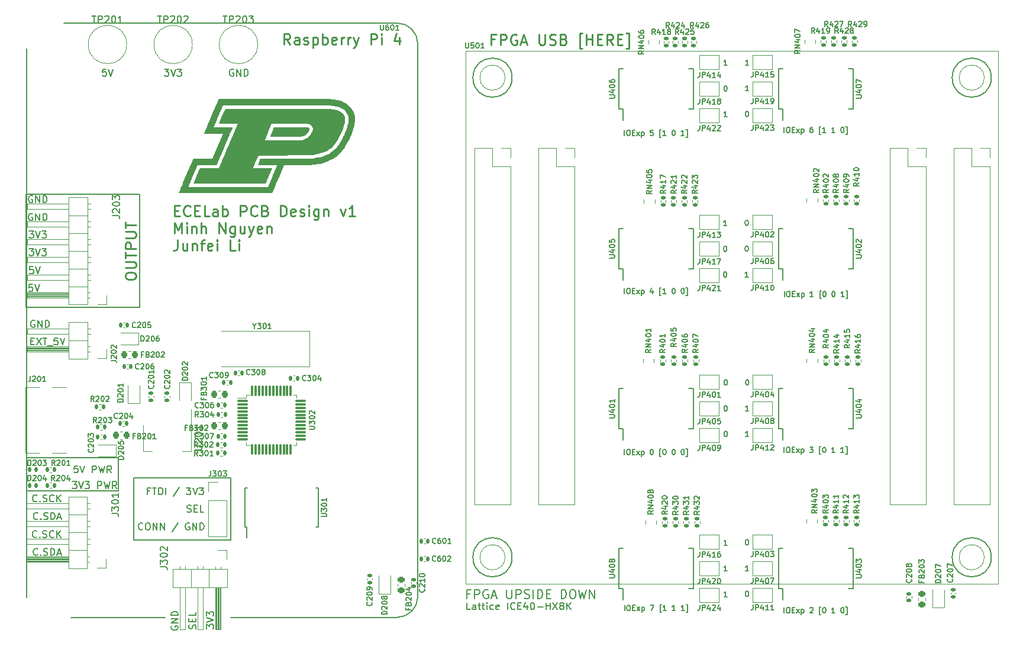
<source format=gto>
%TF.GenerationSoftware,KiCad,Pcbnew,(6.0.7)*%
%TF.CreationDate,2023-05-23T08:43:17-04:00*%
%TF.ProjectId,ECELab_v1,4543454c-6162-45f7-9631-2e6b69636164,rev?*%
%TF.SameCoordinates,Original*%
%TF.FileFunction,Legend,Top*%
%TF.FilePolarity,Positive*%
%FSLAX46Y46*%
G04 Gerber Fmt 4.6, Leading zero omitted, Abs format (unit mm)*
G04 Created by KiCad (PCBNEW (6.0.7)) date 2023-05-23 08:43:17*
%MOMM*%
%LPD*%
G01*
G04 APERTURE LIST*
G04 Aperture macros list*
%AMRoundRect*
0 Rectangle with rounded corners*
0 $1 Rounding radius*
0 $2 $3 $4 $5 $6 $7 $8 $9 X,Y pos of 4 corners*
0 Add a 4 corners polygon primitive as box body*
4,1,4,$2,$3,$4,$5,$6,$7,$8,$9,$2,$3,0*
0 Add four circle primitives for the rounded corners*
1,1,$1+$1,$2,$3*
1,1,$1+$1,$4,$5*
1,1,$1+$1,$6,$7*
1,1,$1+$1,$8,$9*
0 Add four rect primitives between the rounded corners*
20,1,$1+$1,$2,$3,$4,$5,0*
20,1,$1+$1,$4,$5,$6,$7,0*
20,1,$1+$1,$6,$7,$8,$9,0*
20,1,$1+$1,$8,$9,$2,$3,0*%
%AMFreePoly0*
4,1,6,1.000000,0.000000,0.500000,-0.750000,-0.500000,-0.750000,-0.500000,0.750000,0.500000,0.750000,1.000000,0.000000,1.000000,0.000000,$1*%
%AMFreePoly1*
4,1,6,0.500000,-0.750000,-0.650000,-0.750000,-0.150000,0.000000,-0.650000,0.750000,0.500000,0.750000,0.500000,-0.750000,0.500000,-0.750000,$1*%
G04 Aperture macros list end*
%ADD10C,0.150000*%
%ADD11C,0.127000*%
%ADD12C,0.254000*%
%ADD13C,0.120000*%
%ADD14C,0.100000*%
%ADD15R,1.000000X1.500000*%
%ADD16RoundRect,0.140000X0.170000X-0.140000X0.170000X0.140000X-0.170000X0.140000X-0.170000X-0.140000X0*%
%ADD17RoundRect,0.140000X-0.170000X0.140000X-0.170000X-0.140000X0.170000X-0.140000X0.170000X0.140000X0*%
%ADD18R,0.600000X0.450000*%
%ADD19RoundRect,0.135000X0.185000X-0.135000X0.185000X0.135000X-0.185000X0.135000X-0.185000X-0.135000X0*%
%ADD20RoundRect,0.140000X-0.140000X-0.170000X0.140000X-0.170000X0.140000X0.170000X-0.140000X0.170000X0*%
%ADD21R,0.400000X0.500000*%
%ADD22RoundRect,0.140000X0.140000X0.170000X-0.140000X0.170000X-0.140000X-0.170000X0.140000X-0.170000X0*%
%ADD23RoundRect,0.135000X-0.135000X-0.185000X0.135000X-0.185000X0.135000X0.185000X-0.135000X0.185000X0*%
%ADD24RoundRect,0.218750X0.256250X-0.218750X0.256250X0.218750X-0.256250X0.218750X-0.256250X-0.218750X0*%
%ADD25R,0.450000X1.750000*%
%ADD26R,1.700000X1.700000*%
%ADD27O,1.700000X1.700000*%
%ADD28FreePoly0,0.000000*%
%ADD29FreePoly1,0.000000*%
%ADD30C,5.000000*%
%ADD31RoundRect,0.135000X0.135000X0.185000X-0.135000X0.185000X-0.135000X-0.185000X0.135000X-0.185000X0*%
%ADD32RoundRect,0.218750X-0.218750X-0.256250X0.218750X-0.256250X0.218750X0.256250X-0.218750X0.256250X0*%
%ADD33RoundRect,0.135000X-0.185000X0.135000X-0.185000X-0.135000X0.185000X-0.135000X0.185000X0.135000X0*%
%ADD34R,0.600000X1.500000*%
%ADD35FreePoly0,180.000000*%
%ADD36FreePoly1,180.000000*%
%ADD37R,1.524000X1.524000*%
%ADD38C,1.524000*%
%ADD39RoundRect,0.147500X-0.147500X-0.172500X0.147500X-0.172500X0.147500X0.172500X-0.147500X0.172500X0*%
%ADD40R,1.500000X2.000000*%
%ADD41R,3.800000X2.000000*%
%ADD42C,0.650000*%
%ADD43R,1.450000X0.600000*%
%ADD44R,1.450000X0.300000*%
%ADD45O,1.600000X1.000000*%
%ADD46O,2.100000X1.000000*%
%ADD47R,0.450000X0.600000*%
%ADD48RoundRect,0.075000X-0.662500X-0.075000X0.662500X-0.075000X0.662500X0.075000X-0.662500X0.075000X0*%
%ADD49RoundRect,0.075000X-0.075000X-0.662500X0.075000X-0.662500X0.075000X0.662500X-0.075000X0.662500X0*%
%ADD50R,4.500000X2.000000*%
%ADD51RoundRect,0.218750X0.218750X0.256250X-0.218750X0.256250X-0.218750X-0.256250X0.218750X-0.256250X0*%
%ADD52C,5.400000*%
G04 APERTURE END LIST*
D10*
X105460800Y-88696800D02*
X121666000Y-88696800D01*
X121666000Y-88696800D02*
X121666000Y-104902000D01*
X121666000Y-104902000D02*
X105460800Y-104902000D01*
X105460800Y-104902000D02*
X105460800Y-88696800D01*
X120827800Y-129311400D02*
X134772400Y-129311400D01*
X134772400Y-129311400D02*
X134772400Y-138150600D01*
X134772400Y-138150600D02*
X120827800Y-138150600D01*
X120827800Y-138150600D02*
X120827800Y-129311400D01*
X105486200Y-126365000D02*
X118643400Y-126365000D01*
X118643400Y-126365000D02*
X118643400Y-131140200D01*
X118643400Y-131140200D02*
X105486200Y-131140200D01*
X105486200Y-131140200D02*
X105486200Y-126365000D01*
X112074723Y-129805180D02*
X112693771Y-129805180D01*
X112360438Y-130186133D01*
X112503295Y-130186133D01*
X112598533Y-130233752D01*
X112646152Y-130281371D01*
X112693771Y-130376609D01*
X112693771Y-130614704D01*
X112646152Y-130709942D01*
X112598533Y-130757561D01*
X112503295Y-130805180D01*
X112217580Y-130805180D01*
X112122342Y-130757561D01*
X112074723Y-130709942D01*
X112979485Y-129805180D02*
X113312819Y-130805180D01*
X113646152Y-129805180D01*
X113884247Y-129805180D02*
X114503295Y-129805180D01*
X114169961Y-130186133D01*
X114312819Y-130186133D01*
X114408057Y-130233752D01*
X114455676Y-130281371D01*
X114503295Y-130376609D01*
X114503295Y-130614704D01*
X114455676Y-130709942D01*
X114408057Y-130757561D01*
X114312819Y-130805180D01*
X114027104Y-130805180D01*
X113931866Y-130757561D01*
X113884247Y-130709942D01*
X115693771Y-130805180D02*
X115693771Y-129805180D01*
X116074723Y-129805180D01*
X116169961Y-129852800D01*
X116217580Y-129900419D01*
X116265200Y-129995657D01*
X116265200Y-130138514D01*
X116217580Y-130233752D01*
X116169961Y-130281371D01*
X116074723Y-130328990D01*
X115693771Y-130328990D01*
X116598533Y-129805180D02*
X116836628Y-130805180D01*
X117027104Y-130090895D01*
X117217580Y-130805180D01*
X117455676Y-129805180D01*
X118408057Y-130805180D02*
X118074723Y-130328990D01*
X117836628Y-130805180D02*
X117836628Y-129805180D01*
X118217580Y-129805180D01*
X118312819Y-129852800D01*
X118360438Y-129900419D01*
X118408057Y-129995657D01*
X118408057Y-130138514D01*
X118360438Y-130233752D01*
X118312819Y-130281371D01*
X118217580Y-130328990D01*
X117836628Y-130328990D01*
X116903523Y-70826380D02*
X116427333Y-70826380D01*
X116379714Y-71302571D01*
X116427333Y-71254952D01*
X116522571Y-71207333D01*
X116760666Y-71207333D01*
X116855904Y-71254952D01*
X116903523Y-71302571D01*
X116951142Y-71397809D01*
X116951142Y-71635904D01*
X116903523Y-71731142D01*
X116855904Y-71778761D01*
X116760666Y-71826380D01*
X116522571Y-71826380D01*
X116427333Y-71778761D01*
X116379714Y-71731142D01*
X117236857Y-70826380D02*
X117570190Y-71826380D01*
X117903523Y-70826380D01*
D11*
X208573914Y-138116854D02*
X208646485Y-138116854D01*
X208719057Y-138153140D01*
X208755342Y-138189425D01*
X208791628Y-138261997D01*
X208827914Y-138407140D01*
X208827914Y-138588568D01*
X208791628Y-138733711D01*
X208755342Y-138806282D01*
X208719057Y-138842568D01*
X208646485Y-138878854D01*
X208573914Y-138878854D01*
X208501342Y-138842568D01*
X208465057Y-138806282D01*
X208428771Y-138733711D01*
X208392485Y-138588568D01*
X208392485Y-138407140D01*
X208428771Y-138261997D01*
X208465057Y-138189425D01*
X208501342Y-138153140D01*
X208573914Y-138116854D01*
X208827914Y-142559314D02*
X208392485Y-142559314D01*
X208610200Y-142559314D02*
X208610200Y-141797314D01*
X208537628Y-141906171D01*
X208465057Y-141978742D01*
X208392485Y-142015028D01*
X208573914Y-145477774D02*
X208646485Y-145477774D01*
X208719057Y-145514060D01*
X208755342Y-145550345D01*
X208791628Y-145622917D01*
X208827914Y-145768060D01*
X208827914Y-145949488D01*
X208791628Y-146094631D01*
X208755342Y-146167202D01*
X208719057Y-146203488D01*
X208646485Y-146239774D01*
X208573914Y-146239774D01*
X208501342Y-146203488D01*
X208465057Y-146167202D01*
X208428771Y-146094631D01*
X208392485Y-145949488D01*
X208392485Y-145768060D01*
X208428771Y-145622917D01*
X208465057Y-145550345D01*
X208501342Y-145514060D01*
X208573914Y-145477774D01*
D10*
X107099266Y-140260342D02*
X107051647Y-140307961D01*
X106908790Y-140355580D01*
X106813552Y-140355580D01*
X106670695Y-140307961D01*
X106575457Y-140212723D01*
X106527838Y-140117485D01*
X106480219Y-139927009D01*
X106480219Y-139784152D01*
X106527838Y-139593676D01*
X106575457Y-139498438D01*
X106670695Y-139403200D01*
X106813552Y-139355580D01*
X106908790Y-139355580D01*
X107051647Y-139403200D01*
X107099266Y-139450819D01*
X107527838Y-140260342D02*
X107575457Y-140307961D01*
X107527838Y-140355580D01*
X107480219Y-140307961D01*
X107527838Y-140260342D01*
X107527838Y-140355580D01*
X107956409Y-140307961D02*
X108099266Y-140355580D01*
X108337361Y-140355580D01*
X108432600Y-140307961D01*
X108480219Y-140260342D01*
X108527838Y-140165104D01*
X108527838Y-140069866D01*
X108480219Y-139974628D01*
X108432600Y-139927009D01*
X108337361Y-139879390D01*
X108146885Y-139831771D01*
X108051647Y-139784152D01*
X108004028Y-139736533D01*
X107956409Y-139641295D01*
X107956409Y-139546057D01*
X108004028Y-139450819D01*
X108051647Y-139403200D01*
X108146885Y-139355580D01*
X108384980Y-139355580D01*
X108527838Y-139403200D01*
X108956409Y-140355580D02*
X108956409Y-139355580D01*
X109194504Y-139355580D01*
X109337361Y-139403200D01*
X109432600Y-139498438D01*
X109480219Y-139593676D01*
X109527838Y-139784152D01*
X109527838Y-139927009D01*
X109480219Y-140117485D01*
X109432600Y-140212723D01*
X109337361Y-140307961D01*
X109194504Y-140355580D01*
X108956409Y-140355580D01*
X109908790Y-140069866D02*
X110384980Y-140069866D01*
X109813552Y-140355580D02*
X110146885Y-139355580D01*
X110480219Y-140355580D01*
X129716161Y-150850457D02*
X129763780Y-150707600D01*
X129763780Y-150469504D01*
X129716161Y-150374266D01*
X129668542Y-150326647D01*
X129573304Y-150279028D01*
X129478066Y-150279028D01*
X129382828Y-150326647D01*
X129335209Y-150374266D01*
X129287590Y-150469504D01*
X129239971Y-150659980D01*
X129192352Y-150755219D01*
X129144733Y-150802838D01*
X129049495Y-150850457D01*
X128954257Y-150850457D01*
X128859019Y-150802838D01*
X128811400Y-150755219D01*
X128763780Y-150659980D01*
X128763780Y-150421885D01*
X128811400Y-150279028D01*
X129239971Y-149850457D02*
X129239971Y-149517123D01*
X129763780Y-149374266D02*
X129763780Y-149850457D01*
X128763780Y-149850457D01*
X128763780Y-149374266D01*
X129763780Y-148469504D02*
X129763780Y-148945695D01*
X128763780Y-148945695D01*
X105899104Y-96480380D02*
X106518152Y-96480380D01*
X106184819Y-96861333D01*
X106327676Y-96861333D01*
X106422914Y-96908952D01*
X106470533Y-96956571D01*
X106518152Y-97051809D01*
X106518152Y-97289904D01*
X106470533Y-97385142D01*
X106422914Y-97432761D01*
X106327676Y-97480380D01*
X106041961Y-97480380D01*
X105946723Y-97432761D01*
X105899104Y-97385142D01*
X106803866Y-96480380D02*
X107137200Y-97480380D01*
X107470533Y-96480380D01*
X107708628Y-96480380D02*
X108327676Y-96480380D01*
X107994342Y-96861333D01*
X108137200Y-96861333D01*
X108232438Y-96908952D01*
X108280057Y-96956571D01*
X108327676Y-97051809D01*
X108327676Y-97289904D01*
X108280057Y-97385142D01*
X108232438Y-97432761D01*
X108137200Y-97480380D01*
X107851485Y-97480380D01*
X107756247Y-97432761D01*
X107708628Y-97385142D01*
D12*
X126689757Y-91061902D02*
X127197757Y-91061902D01*
X127415471Y-91860188D02*
X126689757Y-91860188D01*
X126689757Y-90336188D01*
X127415471Y-90336188D01*
X128939471Y-91715045D02*
X128866900Y-91787617D01*
X128649185Y-91860188D01*
X128504042Y-91860188D01*
X128286328Y-91787617D01*
X128141185Y-91642474D01*
X128068614Y-91497331D01*
X127996042Y-91207045D01*
X127996042Y-90989331D01*
X128068614Y-90699045D01*
X128141185Y-90553902D01*
X128286328Y-90408760D01*
X128504042Y-90336188D01*
X128649185Y-90336188D01*
X128866900Y-90408760D01*
X128939471Y-90481331D01*
X129592614Y-91061902D02*
X130100614Y-91061902D01*
X130318328Y-91860188D02*
X129592614Y-91860188D01*
X129592614Y-90336188D01*
X130318328Y-90336188D01*
X131697185Y-91860188D02*
X130971471Y-91860188D01*
X130971471Y-90336188D01*
X132858328Y-91860188D02*
X132858328Y-91061902D01*
X132785757Y-90916760D01*
X132640614Y-90844188D01*
X132350328Y-90844188D01*
X132205185Y-90916760D01*
X132858328Y-91787617D02*
X132713185Y-91860188D01*
X132350328Y-91860188D01*
X132205185Y-91787617D01*
X132132614Y-91642474D01*
X132132614Y-91497331D01*
X132205185Y-91352188D01*
X132350328Y-91279617D01*
X132713185Y-91279617D01*
X132858328Y-91207045D01*
X133584042Y-91860188D02*
X133584042Y-90336188D01*
X133584042Y-90916760D02*
X133729185Y-90844188D01*
X134019471Y-90844188D01*
X134164614Y-90916760D01*
X134237185Y-90989331D01*
X134309757Y-91134474D01*
X134309757Y-91569902D01*
X134237185Y-91715045D01*
X134164614Y-91787617D01*
X134019471Y-91860188D01*
X133729185Y-91860188D01*
X133584042Y-91787617D01*
X136124042Y-91860188D02*
X136124042Y-90336188D01*
X136704614Y-90336188D01*
X136849757Y-90408760D01*
X136922328Y-90481331D01*
X136994900Y-90626474D01*
X136994900Y-90844188D01*
X136922328Y-90989331D01*
X136849757Y-91061902D01*
X136704614Y-91134474D01*
X136124042Y-91134474D01*
X138518900Y-91715045D02*
X138446328Y-91787617D01*
X138228614Y-91860188D01*
X138083471Y-91860188D01*
X137865757Y-91787617D01*
X137720614Y-91642474D01*
X137648042Y-91497331D01*
X137575471Y-91207045D01*
X137575471Y-90989331D01*
X137648042Y-90699045D01*
X137720614Y-90553902D01*
X137865757Y-90408760D01*
X138083471Y-90336188D01*
X138228614Y-90336188D01*
X138446328Y-90408760D01*
X138518900Y-90481331D01*
X139680042Y-91061902D02*
X139897757Y-91134474D01*
X139970328Y-91207045D01*
X140042900Y-91352188D01*
X140042900Y-91569902D01*
X139970328Y-91715045D01*
X139897757Y-91787617D01*
X139752614Y-91860188D01*
X139172042Y-91860188D01*
X139172042Y-90336188D01*
X139680042Y-90336188D01*
X139825185Y-90408760D01*
X139897757Y-90481331D01*
X139970328Y-90626474D01*
X139970328Y-90771617D01*
X139897757Y-90916760D01*
X139825185Y-90989331D01*
X139680042Y-91061902D01*
X139172042Y-91061902D01*
X141857185Y-91860188D02*
X141857185Y-90336188D01*
X142220042Y-90336188D01*
X142437757Y-90408760D01*
X142582900Y-90553902D01*
X142655471Y-90699045D01*
X142728042Y-90989331D01*
X142728042Y-91207045D01*
X142655471Y-91497331D01*
X142582900Y-91642474D01*
X142437757Y-91787617D01*
X142220042Y-91860188D01*
X141857185Y-91860188D01*
X143961757Y-91787617D02*
X143816614Y-91860188D01*
X143526328Y-91860188D01*
X143381185Y-91787617D01*
X143308614Y-91642474D01*
X143308614Y-91061902D01*
X143381185Y-90916760D01*
X143526328Y-90844188D01*
X143816614Y-90844188D01*
X143961757Y-90916760D01*
X144034328Y-91061902D01*
X144034328Y-91207045D01*
X143308614Y-91352188D01*
X144614900Y-91787617D02*
X144760042Y-91860188D01*
X145050328Y-91860188D01*
X145195471Y-91787617D01*
X145268042Y-91642474D01*
X145268042Y-91569902D01*
X145195471Y-91424760D01*
X145050328Y-91352188D01*
X144832614Y-91352188D01*
X144687471Y-91279617D01*
X144614900Y-91134474D01*
X144614900Y-91061902D01*
X144687471Y-90916760D01*
X144832614Y-90844188D01*
X145050328Y-90844188D01*
X145195471Y-90916760D01*
X145921185Y-91860188D02*
X145921185Y-90844188D01*
X145921185Y-90336188D02*
X145848614Y-90408760D01*
X145921185Y-90481331D01*
X145993757Y-90408760D01*
X145921185Y-90336188D01*
X145921185Y-90481331D01*
X147300042Y-90844188D02*
X147300042Y-92077902D01*
X147227471Y-92223045D01*
X147154900Y-92295617D01*
X147009757Y-92368188D01*
X146792042Y-92368188D01*
X146646900Y-92295617D01*
X147300042Y-91787617D02*
X147154900Y-91860188D01*
X146864614Y-91860188D01*
X146719471Y-91787617D01*
X146646900Y-91715045D01*
X146574328Y-91569902D01*
X146574328Y-91134474D01*
X146646900Y-90989331D01*
X146719471Y-90916760D01*
X146864614Y-90844188D01*
X147154900Y-90844188D01*
X147300042Y-90916760D01*
X148025757Y-90844188D02*
X148025757Y-91860188D01*
X148025757Y-90989331D02*
X148098328Y-90916760D01*
X148243471Y-90844188D01*
X148461185Y-90844188D01*
X148606328Y-90916760D01*
X148678900Y-91061902D01*
X148678900Y-91860188D01*
X150420614Y-90844188D02*
X150783471Y-91860188D01*
X151146328Y-90844188D01*
X152525185Y-91860188D02*
X151654328Y-91860188D01*
X152089757Y-91860188D02*
X152089757Y-90336188D01*
X151944614Y-90553902D01*
X151799471Y-90699045D01*
X151654328Y-90771617D01*
X126689757Y-94313828D02*
X126689757Y-92789828D01*
X127197757Y-93878400D01*
X127705757Y-92789828D01*
X127705757Y-94313828D01*
X128431471Y-94313828D02*
X128431471Y-93297828D01*
X128431471Y-92789828D02*
X128358900Y-92862400D01*
X128431471Y-92934971D01*
X128504042Y-92862400D01*
X128431471Y-92789828D01*
X128431471Y-92934971D01*
X129157185Y-93297828D02*
X129157185Y-94313828D01*
X129157185Y-93442971D02*
X129229757Y-93370400D01*
X129374900Y-93297828D01*
X129592614Y-93297828D01*
X129737757Y-93370400D01*
X129810328Y-93515542D01*
X129810328Y-94313828D01*
X130536042Y-94313828D02*
X130536042Y-92789828D01*
X131189185Y-94313828D02*
X131189185Y-93515542D01*
X131116614Y-93370400D01*
X130971471Y-93297828D01*
X130753757Y-93297828D01*
X130608614Y-93370400D01*
X130536042Y-93442971D01*
X133076042Y-94313828D02*
X133076042Y-92789828D01*
X133946900Y-94313828D01*
X133946900Y-92789828D01*
X135325757Y-93297828D02*
X135325757Y-94531542D01*
X135253185Y-94676685D01*
X135180614Y-94749257D01*
X135035471Y-94821828D01*
X134817757Y-94821828D01*
X134672614Y-94749257D01*
X135325757Y-94241257D02*
X135180614Y-94313828D01*
X134890328Y-94313828D01*
X134745185Y-94241257D01*
X134672614Y-94168685D01*
X134600042Y-94023542D01*
X134600042Y-93588114D01*
X134672614Y-93442971D01*
X134745185Y-93370400D01*
X134890328Y-93297828D01*
X135180614Y-93297828D01*
X135325757Y-93370400D01*
X136704614Y-93297828D02*
X136704614Y-94313828D01*
X136051471Y-93297828D02*
X136051471Y-94096114D01*
X136124042Y-94241257D01*
X136269185Y-94313828D01*
X136486900Y-94313828D01*
X136632042Y-94241257D01*
X136704614Y-94168685D01*
X137285185Y-93297828D02*
X137648042Y-94313828D01*
X138010900Y-93297828D02*
X137648042Y-94313828D01*
X137502900Y-94676685D01*
X137430328Y-94749257D01*
X137285185Y-94821828D01*
X139172042Y-94241257D02*
X139026900Y-94313828D01*
X138736614Y-94313828D01*
X138591471Y-94241257D01*
X138518900Y-94096114D01*
X138518900Y-93515542D01*
X138591471Y-93370400D01*
X138736614Y-93297828D01*
X139026900Y-93297828D01*
X139172042Y-93370400D01*
X139244614Y-93515542D01*
X139244614Y-93660685D01*
X138518900Y-93805828D01*
X139897757Y-93297828D02*
X139897757Y-94313828D01*
X139897757Y-93442971D02*
X139970328Y-93370400D01*
X140115471Y-93297828D01*
X140333185Y-93297828D01*
X140478328Y-93370400D01*
X140550900Y-93515542D01*
X140550900Y-94313828D01*
X127125185Y-95243468D02*
X127125185Y-96332040D01*
X127052614Y-96549754D01*
X126907471Y-96694897D01*
X126689757Y-96767468D01*
X126544614Y-96767468D01*
X128504042Y-95751468D02*
X128504042Y-96767468D01*
X127850900Y-95751468D02*
X127850900Y-96549754D01*
X127923471Y-96694897D01*
X128068614Y-96767468D01*
X128286328Y-96767468D01*
X128431471Y-96694897D01*
X128504042Y-96622325D01*
X129229757Y-95751468D02*
X129229757Y-96767468D01*
X129229757Y-95896611D02*
X129302328Y-95824040D01*
X129447471Y-95751468D01*
X129665185Y-95751468D01*
X129810328Y-95824040D01*
X129882900Y-95969182D01*
X129882900Y-96767468D01*
X130390900Y-95751468D02*
X130971471Y-95751468D01*
X130608614Y-96767468D02*
X130608614Y-95461182D01*
X130681185Y-95316040D01*
X130826328Y-95243468D01*
X130971471Y-95243468D01*
X132060042Y-96694897D02*
X131914900Y-96767468D01*
X131624614Y-96767468D01*
X131479471Y-96694897D01*
X131406900Y-96549754D01*
X131406900Y-95969182D01*
X131479471Y-95824040D01*
X131624614Y-95751468D01*
X131914900Y-95751468D01*
X132060042Y-95824040D01*
X132132614Y-95969182D01*
X132132614Y-96114325D01*
X131406900Y-96259468D01*
X132785757Y-96767468D02*
X132785757Y-95751468D01*
X132785757Y-95243468D02*
X132713185Y-95316040D01*
X132785757Y-95388611D01*
X132858328Y-95316040D01*
X132785757Y-95243468D01*
X132785757Y-95388611D01*
X135398328Y-96767468D02*
X134672614Y-96767468D01*
X134672614Y-95243468D01*
X135906328Y-96767468D02*
X135906328Y-95751468D01*
X135906328Y-95243468D02*
X135833757Y-95316040D01*
X135906328Y-95388611D01*
X135978900Y-95316040D01*
X135906328Y-95243468D01*
X135906328Y-95388611D01*
D10*
X135128095Y-70874000D02*
X135032857Y-70826380D01*
X134890000Y-70826380D01*
X134747142Y-70874000D01*
X134651904Y-70969238D01*
X134604285Y-71064476D01*
X134556666Y-71254952D01*
X134556666Y-71397809D01*
X134604285Y-71588285D01*
X134651904Y-71683523D01*
X134747142Y-71778761D01*
X134890000Y-71826380D01*
X134985238Y-71826380D01*
X135128095Y-71778761D01*
X135175714Y-71731142D01*
X135175714Y-71397809D01*
X134985238Y-71397809D01*
X135604285Y-71826380D02*
X135604285Y-70826380D01*
X136175714Y-71826380D01*
X136175714Y-70826380D01*
X136651904Y-71826380D02*
X136651904Y-70826380D01*
X136890000Y-70826380D01*
X137032857Y-70874000D01*
X137128095Y-70969238D01*
X137175714Y-71064476D01*
X137223333Y-71254952D01*
X137223333Y-71397809D01*
X137175714Y-71588285D01*
X137128095Y-71683523D01*
X137032857Y-71778761D01*
X136890000Y-71826380D01*
X136651904Y-71826380D01*
D11*
X205754514Y-138904254D02*
X205319085Y-138904254D01*
X205536800Y-138904254D02*
X205536800Y-138142254D01*
X205464228Y-138251111D01*
X205391657Y-138323682D01*
X205319085Y-138359968D01*
X205754514Y-142584714D02*
X205319085Y-142584714D01*
X205536800Y-142584714D02*
X205536800Y-141822714D01*
X205464228Y-141931571D01*
X205391657Y-142004142D01*
X205319085Y-142040428D01*
X205754514Y-146265174D02*
X205319085Y-146265174D01*
X205536800Y-146265174D02*
X205536800Y-145503174D01*
X205464228Y-145612031D01*
X205391657Y-145684602D01*
X205319085Y-145720888D01*
D10*
X105899104Y-93965780D02*
X106518152Y-93965780D01*
X106184819Y-94346733D01*
X106327676Y-94346733D01*
X106422914Y-94394352D01*
X106470533Y-94441971D01*
X106518152Y-94537209D01*
X106518152Y-94775304D01*
X106470533Y-94870542D01*
X106422914Y-94918161D01*
X106327676Y-94965780D01*
X106041961Y-94965780D01*
X105946723Y-94918161D01*
X105899104Y-94870542D01*
X106803866Y-93965780D02*
X107137200Y-94965780D01*
X107470533Y-93965780D01*
X107708628Y-93965780D02*
X108327676Y-93965780D01*
X107994342Y-94346733D01*
X108137200Y-94346733D01*
X108232438Y-94394352D01*
X108280057Y-94441971D01*
X108327676Y-94537209D01*
X108327676Y-94775304D01*
X108280057Y-94870542D01*
X108232438Y-94918161D01*
X108137200Y-94965780D01*
X107851485Y-94965780D01*
X107756247Y-94918161D01*
X107708628Y-94870542D01*
D11*
X213922428Y-125642914D02*
X213922428Y-124880914D01*
X214430428Y-124880914D02*
X214575571Y-124880914D01*
X214648142Y-124917200D01*
X214720714Y-124989771D01*
X214757000Y-125134914D01*
X214757000Y-125388914D01*
X214720714Y-125534057D01*
X214648142Y-125606628D01*
X214575571Y-125642914D01*
X214430428Y-125642914D01*
X214357857Y-125606628D01*
X214285285Y-125534057D01*
X214249000Y-125388914D01*
X214249000Y-125134914D01*
X214285285Y-124989771D01*
X214357857Y-124917200D01*
X214430428Y-124880914D01*
X215083571Y-125243771D02*
X215337571Y-125243771D01*
X215446428Y-125642914D02*
X215083571Y-125642914D01*
X215083571Y-124880914D01*
X215446428Y-124880914D01*
X215700428Y-125642914D02*
X216099571Y-125134914D01*
X215700428Y-125134914D02*
X216099571Y-125642914D01*
X216389857Y-125134914D02*
X216389857Y-125896914D01*
X216389857Y-125171200D02*
X216462428Y-125134914D01*
X216607571Y-125134914D01*
X216680142Y-125171200D01*
X216716428Y-125207485D01*
X216752714Y-125280057D01*
X216752714Y-125497771D01*
X216716428Y-125570342D01*
X216680142Y-125606628D01*
X216607571Y-125642914D01*
X216462428Y-125642914D01*
X216389857Y-125606628D01*
X217587285Y-124880914D02*
X218059000Y-124880914D01*
X217805000Y-125171200D01*
X217913857Y-125171200D01*
X217986428Y-125207485D01*
X218022714Y-125243771D01*
X218059000Y-125316342D01*
X218059000Y-125497771D01*
X218022714Y-125570342D01*
X217986428Y-125606628D01*
X217913857Y-125642914D01*
X217696142Y-125642914D01*
X217623571Y-125606628D01*
X217587285Y-125570342D01*
X219183857Y-125896914D02*
X219002428Y-125896914D01*
X219002428Y-124808342D01*
X219183857Y-124808342D01*
X219619285Y-124880914D02*
X219691857Y-124880914D01*
X219764428Y-124917200D01*
X219800714Y-124953485D01*
X219837000Y-125026057D01*
X219873285Y-125171200D01*
X219873285Y-125352628D01*
X219837000Y-125497771D01*
X219800714Y-125570342D01*
X219764428Y-125606628D01*
X219691857Y-125642914D01*
X219619285Y-125642914D01*
X219546714Y-125606628D01*
X219510428Y-125570342D01*
X219474142Y-125497771D01*
X219437857Y-125352628D01*
X219437857Y-125171200D01*
X219474142Y-125026057D01*
X219510428Y-124953485D01*
X219546714Y-124917200D01*
X219619285Y-124880914D01*
X221179571Y-125642914D02*
X220744142Y-125642914D01*
X220961857Y-125642914D02*
X220961857Y-124880914D01*
X220889285Y-124989771D01*
X220816714Y-125062342D01*
X220744142Y-125098628D01*
X222485857Y-125642914D02*
X222050428Y-125642914D01*
X222268142Y-125642914D02*
X222268142Y-124880914D01*
X222195571Y-124989771D01*
X222123000Y-125062342D01*
X222050428Y-125098628D01*
X222739857Y-125896914D02*
X222921285Y-125896914D01*
X222921285Y-124808342D01*
X222739857Y-124808342D01*
X208827914Y-70248054D02*
X208392485Y-70248054D01*
X208610200Y-70248054D02*
X208610200Y-69486054D01*
X208537628Y-69594911D01*
X208465057Y-69667482D01*
X208392485Y-69703768D01*
X208827914Y-73928514D02*
X208392485Y-73928514D01*
X208610200Y-73928514D02*
X208610200Y-73166514D01*
X208537628Y-73275371D01*
X208465057Y-73347942D01*
X208392485Y-73384228D01*
X208573914Y-76846974D02*
X208646485Y-76846974D01*
X208719057Y-76883260D01*
X208755342Y-76919545D01*
X208791628Y-76992117D01*
X208827914Y-77137260D01*
X208827914Y-77318688D01*
X208791628Y-77463831D01*
X208755342Y-77536402D01*
X208719057Y-77572688D01*
X208646485Y-77608974D01*
X208573914Y-77608974D01*
X208501342Y-77572688D01*
X208465057Y-77536402D01*
X208428771Y-77463831D01*
X208392485Y-77318688D01*
X208392485Y-77137260D01*
X208428771Y-76992117D01*
X208465057Y-76919545D01*
X208501342Y-76883260D01*
X208573914Y-76846974D01*
X208523114Y-92422254D02*
X208595685Y-92422254D01*
X208668257Y-92458540D01*
X208704542Y-92494825D01*
X208740828Y-92567397D01*
X208777114Y-92712540D01*
X208777114Y-92893968D01*
X208740828Y-93039111D01*
X208704542Y-93111682D01*
X208668257Y-93147968D01*
X208595685Y-93184254D01*
X208523114Y-93184254D01*
X208450542Y-93147968D01*
X208414257Y-93111682D01*
X208377971Y-93039111D01*
X208341685Y-92893968D01*
X208341685Y-92712540D01*
X208377971Y-92567397D01*
X208414257Y-92494825D01*
X208450542Y-92458540D01*
X208523114Y-92422254D01*
X208523114Y-96102714D02*
X208595685Y-96102714D01*
X208668257Y-96139000D01*
X208704542Y-96175285D01*
X208740828Y-96247857D01*
X208777114Y-96393000D01*
X208777114Y-96574428D01*
X208740828Y-96719571D01*
X208704542Y-96792142D01*
X208668257Y-96828428D01*
X208595685Y-96864714D01*
X208523114Y-96864714D01*
X208450542Y-96828428D01*
X208414257Y-96792142D01*
X208377971Y-96719571D01*
X208341685Y-96574428D01*
X208341685Y-96393000D01*
X208377971Y-96247857D01*
X208414257Y-96175285D01*
X208450542Y-96139000D01*
X208523114Y-96102714D01*
X208777114Y-100545174D02*
X208341685Y-100545174D01*
X208559400Y-100545174D02*
X208559400Y-99783174D01*
X208486828Y-99892031D01*
X208414257Y-99964602D01*
X208341685Y-100000888D01*
X213922428Y-79872114D02*
X213922428Y-79110114D01*
X214430428Y-79110114D02*
X214575571Y-79110114D01*
X214648142Y-79146400D01*
X214720714Y-79218971D01*
X214757000Y-79364114D01*
X214757000Y-79618114D01*
X214720714Y-79763257D01*
X214648142Y-79835828D01*
X214575571Y-79872114D01*
X214430428Y-79872114D01*
X214357857Y-79835828D01*
X214285285Y-79763257D01*
X214249000Y-79618114D01*
X214249000Y-79364114D01*
X214285285Y-79218971D01*
X214357857Y-79146400D01*
X214430428Y-79110114D01*
X215083571Y-79472971D02*
X215337571Y-79472971D01*
X215446428Y-79872114D02*
X215083571Y-79872114D01*
X215083571Y-79110114D01*
X215446428Y-79110114D01*
X215700428Y-79872114D02*
X216099571Y-79364114D01*
X215700428Y-79364114D02*
X216099571Y-79872114D01*
X216389857Y-79364114D02*
X216389857Y-80126114D01*
X216389857Y-79400400D02*
X216462428Y-79364114D01*
X216607571Y-79364114D01*
X216680142Y-79400400D01*
X216716428Y-79436685D01*
X216752714Y-79509257D01*
X216752714Y-79726971D01*
X216716428Y-79799542D01*
X216680142Y-79835828D01*
X216607571Y-79872114D01*
X216462428Y-79872114D01*
X216389857Y-79835828D01*
X217986428Y-79110114D02*
X217841285Y-79110114D01*
X217768714Y-79146400D01*
X217732428Y-79182685D01*
X217659857Y-79291542D01*
X217623571Y-79436685D01*
X217623571Y-79726971D01*
X217659857Y-79799542D01*
X217696142Y-79835828D01*
X217768714Y-79872114D01*
X217913857Y-79872114D01*
X217986428Y-79835828D01*
X218022714Y-79799542D01*
X218059000Y-79726971D01*
X218059000Y-79545542D01*
X218022714Y-79472971D01*
X217986428Y-79436685D01*
X217913857Y-79400400D01*
X217768714Y-79400400D01*
X217696142Y-79436685D01*
X217659857Y-79472971D01*
X217623571Y-79545542D01*
X219183857Y-80126114D02*
X219002428Y-80126114D01*
X219002428Y-79037542D01*
X219183857Y-79037542D01*
X219873285Y-79872114D02*
X219437857Y-79872114D01*
X219655571Y-79872114D02*
X219655571Y-79110114D01*
X219583000Y-79218971D01*
X219510428Y-79291542D01*
X219437857Y-79327828D01*
X221179571Y-79872114D02*
X220744142Y-79872114D01*
X220961857Y-79872114D02*
X220961857Y-79110114D01*
X220889285Y-79218971D01*
X220816714Y-79291542D01*
X220744142Y-79327828D01*
X222231857Y-79110114D02*
X222304428Y-79110114D01*
X222377000Y-79146400D01*
X222413285Y-79182685D01*
X222449571Y-79255257D01*
X222485857Y-79400400D01*
X222485857Y-79581828D01*
X222449571Y-79726971D01*
X222413285Y-79799542D01*
X222377000Y-79835828D01*
X222304428Y-79872114D01*
X222231857Y-79872114D01*
X222159285Y-79835828D01*
X222123000Y-79799542D01*
X222086714Y-79726971D01*
X222050428Y-79581828D01*
X222050428Y-79400400D01*
X222086714Y-79255257D01*
X222123000Y-79182685D01*
X222159285Y-79146400D01*
X222231857Y-79110114D01*
X222739857Y-80126114D02*
X222921285Y-80126114D01*
X222921285Y-79037542D01*
X222739857Y-79037542D01*
D10*
X107124666Y-135129542D02*
X107077047Y-135177161D01*
X106934190Y-135224780D01*
X106838952Y-135224780D01*
X106696095Y-135177161D01*
X106600857Y-135081923D01*
X106553238Y-134986685D01*
X106505619Y-134796209D01*
X106505619Y-134653352D01*
X106553238Y-134462876D01*
X106600857Y-134367638D01*
X106696095Y-134272400D01*
X106838952Y-134224780D01*
X106934190Y-134224780D01*
X107077047Y-134272400D01*
X107124666Y-134320019D01*
X107553238Y-135129542D02*
X107600857Y-135177161D01*
X107553238Y-135224780D01*
X107505619Y-135177161D01*
X107553238Y-135129542D01*
X107553238Y-135224780D01*
X107981809Y-135177161D02*
X108124666Y-135224780D01*
X108362761Y-135224780D01*
X108458000Y-135177161D01*
X108505619Y-135129542D01*
X108553238Y-135034304D01*
X108553238Y-134939066D01*
X108505619Y-134843828D01*
X108458000Y-134796209D01*
X108362761Y-134748590D01*
X108172285Y-134700971D01*
X108077047Y-134653352D01*
X108029428Y-134605733D01*
X107981809Y-134510495D01*
X107981809Y-134415257D01*
X108029428Y-134320019D01*
X108077047Y-134272400D01*
X108172285Y-134224780D01*
X108410380Y-134224780D01*
X108553238Y-134272400D01*
X108981809Y-135224780D02*
X108981809Y-134224780D01*
X109219904Y-134224780D01*
X109362761Y-134272400D01*
X109458000Y-134367638D01*
X109505619Y-134462876D01*
X109553238Y-134653352D01*
X109553238Y-134796209D01*
X109505619Y-134986685D01*
X109458000Y-135081923D01*
X109362761Y-135177161D01*
X109219904Y-135224780D01*
X108981809Y-135224780D01*
X109934190Y-134939066D02*
X110410380Y-134939066D01*
X109838952Y-135224780D02*
X110172285Y-134224780D01*
X110505619Y-135224780D01*
X107002438Y-132589542D02*
X106954819Y-132637161D01*
X106811961Y-132684780D01*
X106716723Y-132684780D01*
X106573866Y-132637161D01*
X106478628Y-132541923D01*
X106431009Y-132446685D01*
X106383390Y-132256209D01*
X106383390Y-132113352D01*
X106431009Y-131922876D01*
X106478628Y-131827638D01*
X106573866Y-131732400D01*
X106716723Y-131684780D01*
X106811961Y-131684780D01*
X106954819Y-131732400D01*
X107002438Y-131780019D01*
X107431009Y-132589542D02*
X107478628Y-132637161D01*
X107431009Y-132684780D01*
X107383390Y-132637161D01*
X107431009Y-132589542D01*
X107431009Y-132684780D01*
X107859580Y-132637161D02*
X108002438Y-132684780D01*
X108240533Y-132684780D01*
X108335771Y-132637161D01*
X108383390Y-132589542D01*
X108431009Y-132494304D01*
X108431009Y-132399066D01*
X108383390Y-132303828D01*
X108335771Y-132256209D01*
X108240533Y-132208590D01*
X108050057Y-132160971D01*
X107954819Y-132113352D01*
X107907200Y-132065733D01*
X107859580Y-131970495D01*
X107859580Y-131875257D01*
X107907200Y-131780019D01*
X107954819Y-131732400D01*
X108050057Y-131684780D01*
X108288152Y-131684780D01*
X108431009Y-131732400D01*
X109431009Y-132589542D02*
X109383390Y-132637161D01*
X109240533Y-132684780D01*
X109145295Y-132684780D01*
X109002438Y-132637161D01*
X108907200Y-132541923D01*
X108859580Y-132446685D01*
X108811961Y-132256209D01*
X108811961Y-132113352D01*
X108859580Y-131922876D01*
X108907200Y-131827638D01*
X109002438Y-131732400D01*
X109145295Y-131684780D01*
X109240533Y-131684780D01*
X109383390Y-131732400D01*
X109431009Y-131780019D01*
X109859580Y-132684780D02*
X109859580Y-131684780D01*
X110431009Y-132684780D02*
X110002438Y-132113352D01*
X110431009Y-131684780D02*
X109859580Y-132256209D01*
D11*
X191062428Y-125947714D02*
X191062428Y-125185714D01*
X191570428Y-125185714D02*
X191715571Y-125185714D01*
X191788142Y-125222000D01*
X191860714Y-125294571D01*
X191897000Y-125439714D01*
X191897000Y-125693714D01*
X191860714Y-125838857D01*
X191788142Y-125911428D01*
X191715571Y-125947714D01*
X191570428Y-125947714D01*
X191497857Y-125911428D01*
X191425285Y-125838857D01*
X191389000Y-125693714D01*
X191389000Y-125439714D01*
X191425285Y-125294571D01*
X191497857Y-125222000D01*
X191570428Y-125185714D01*
X192223571Y-125548571D02*
X192477571Y-125548571D01*
X192586428Y-125947714D02*
X192223571Y-125947714D01*
X192223571Y-125185714D01*
X192586428Y-125185714D01*
X192840428Y-125947714D02*
X193239571Y-125439714D01*
X192840428Y-125439714D02*
X193239571Y-125947714D01*
X193529857Y-125439714D02*
X193529857Y-126201714D01*
X193529857Y-125476000D02*
X193602428Y-125439714D01*
X193747571Y-125439714D01*
X193820142Y-125476000D01*
X193856428Y-125512285D01*
X193892714Y-125584857D01*
X193892714Y-125802571D01*
X193856428Y-125875142D01*
X193820142Y-125911428D01*
X193747571Y-125947714D01*
X193602428Y-125947714D01*
X193529857Y-125911428D01*
X194945000Y-125185714D02*
X195017571Y-125185714D01*
X195090142Y-125222000D01*
X195126428Y-125258285D01*
X195162714Y-125330857D01*
X195199000Y-125476000D01*
X195199000Y-125657428D01*
X195162714Y-125802571D01*
X195126428Y-125875142D01*
X195090142Y-125911428D01*
X195017571Y-125947714D01*
X194945000Y-125947714D01*
X194872428Y-125911428D01*
X194836142Y-125875142D01*
X194799857Y-125802571D01*
X194763571Y-125657428D01*
X194763571Y-125476000D01*
X194799857Y-125330857D01*
X194836142Y-125258285D01*
X194872428Y-125222000D01*
X194945000Y-125185714D01*
X196323857Y-126201714D02*
X196142428Y-126201714D01*
X196142428Y-125113142D01*
X196323857Y-125113142D01*
X196759285Y-125185714D02*
X196831857Y-125185714D01*
X196904428Y-125222000D01*
X196940714Y-125258285D01*
X196977000Y-125330857D01*
X197013285Y-125476000D01*
X197013285Y-125657428D01*
X196977000Y-125802571D01*
X196940714Y-125875142D01*
X196904428Y-125911428D01*
X196831857Y-125947714D01*
X196759285Y-125947714D01*
X196686714Y-125911428D01*
X196650428Y-125875142D01*
X196614142Y-125802571D01*
X196577857Y-125657428D01*
X196577857Y-125476000D01*
X196614142Y-125330857D01*
X196650428Y-125258285D01*
X196686714Y-125222000D01*
X196759285Y-125185714D01*
X198065571Y-125185714D02*
X198138142Y-125185714D01*
X198210714Y-125222000D01*
X198247000Y-125258285D01*
X198283285Y-125330857D01*
X198319571Y-125476000D01*
X198319571Y-125657428D01*
X198283285Y-125802571D01*
X198247000Y-125875142D01*
X198210714Y-125911428D01*
X198138142Y-125947714D01*
X198065571Y-125947714D01*
X197993000Y-125911428D01*
X197956714Y-125875142D01*
X197920428Y-125802571D01*
X197884142Y-125657428D01*
X197884142Y-125476000D01*
X197920428Y-125330857D01*
X197956714Y-125258285D01*
X197993000Y-125222000D01*
X198065571Y-125185714D01*
X199371857Y-125185714D02*
X199444428Y-125185714D01*
X199517000Y-125222000D01*
X199553285Y-125258285D01*
X199589571Y-125330857D01*
X199625857Y-125476000D01*
X199625857Y-125657428D01*
X199589571Y-125802571D01*
X199553285Y-125875142D01*
X199517000Y-125911428D01*
X199444428Y-125947714D01*
X199371857Y-125947714D01*
X199299285Y-125911428D01*
X199263000Y-125875142D01*
X199226714Y-125802571D01*
X199190428Y-125657428D01*
X199190428Y-125476000D01*
X199226714Y-125330857D01*
X199263000Y-125258285D01*
X199299285Y-125222000D01*
X199371857Y-125185714D01*
X199879857Y-126201714D02*
X200061285Y-126201714D01*
X200061285Y-125113142D01*
X199879857Y-125113142D01*
D12*
X143219714Y-67288228D02*
X142711714Y-66562514D01*
X142348857Y-67288228D02*
X142348857Y-65764228D01*
X142929428Y-65764228D01*
X143074571Y-65836800D01*
X143147142Y-65909371D01*
X143219714Y-66054514D01*
X143219714Y-66272228D01*
X143147142Y-66417371D01*
X143074571Y-66489942D01*
X142929428Y-66562514D01*
X142348857Y-66562514D01*
X144526000Y-67288228D02*
X144526000Y-66489942D01*
X144453428Y-66344800D01*
X144308285Y-66272228D01*
X144018000Y-66272228D01*
X143872857Y-66344800D01*
X144526000Y-67215657D02*
X144380857Y-67288228D01*
X144018000Y-67288228D01*
X143872857Y-67215657D01*
X143800285Y-67070514D01*
X143800285Y-66925371D01*
X143872857Y-66780228D01*
X144018000Y-66707657D01*
X144380857Y-66707657D01*
X144526000Y-66635085D01*
X145179142Y-67215657D02*
X145324285Y-67288228D01*
X145614571Y-67288228D01*
X145759714Y-67215657D01*
X145832285Y-67070514D01*
X145832285Y-66997942D01*
X145759714Y-66852800D01*
X145614571Y-66780228D01*
X145396857Y-66780228D01*
X145251714Y-66707657D01*
X145179142Y-66562514D01*
X145179142Y-66489942D01*
X145251714Y-66344800D01*
X145396857Y-66272228D01*
X145614571Y-66272228D01*
X145759714Y-66344800D01*
X146485428Y-66272228D02*
X146485428Y-67796228D01*
X146485428Y-66344800D02*
X146630571Y-66272228D01*
X146920857Y-66272228D01*
X147066000Y-66344800D01*
X147138571Y-66417371D01*
X147211142Y-66562514D01*
X147211142Y-66997942D01*
X147138571Y-67143085D01*
X147066000Y-67215657D01*
X146920857Y-67288228D01*
X146630571Y-67288228D01*
X146485428Y-67215657D01*
X147864285Y-67288228D02*
X147864285Y-65764228D01*
X147864285Y-66344800D02*
X148009428Y-66272228D01*
X148299714Y-66272228D01*
X148444857Y-66344800D01*
X148517428Y-66417371D01*
X148590000Y-66562514D01*
X148590000Y-66997942D01*
X148517428Y-67143085D01*
X148444857Y-67215657D01*
X148299714Y-67288228D01*
X148009428Y-67288228D01*
X147864285Y-67215657D01*
X149823714Y-67215657D02*
X149678571Y-67288228D01*
X149388285Y-67288228D01*
X149243142Y-67215657D01*
X149170571Y-67070514D01*
X149170571Y-66489942D01*
X149243142Y-66344800D01*
X149388285Y-66272228D01*
X149678571Y-66272228D01*
X149823714Y-66344800D01*
X149896285Y-66489942D01*
X149896285Y-66635085D01*
X149170571Y-66780228D01*
X150549428Y-67288228D02*
X150549428Y-66272228D01*
X150549428Y-66562514D02*
X150622000Y-66417371D01*
X150694571Y-66344800D01*
X150839714Y-66272228D01*
X150984857Y-66272228D01*
X151492857Y-67288228D02*
X151492857Y-66272228D01*
X151492857Y-66562514D02*
X151565428Y-66417371D01*
X151638000Y-66344800D01*
X151783142Y-66272228D01*
X151928285Y-66272228D01*
X152291142Y-66272228D02*
X152654000Y-67288228D01*
X153016857Y-66272228D02*
X152654000Y-67288228D01*
X152508857Y-67651085D01*
X152436285Y-67723657D01*
X152291142Y-67796228D01*
X154758571Y-67288228D02*
X154758571Y-65764228D01*
X155339142Y-65764228D01*
X155484285Y-65836800D01*
X155556857Y-65909371D01*
X155629428Y-66054514D01*
X155629428Y-66272228D01*
X155556857Y-66417371D01*
X155484285Y-66489942D01*
X155339142Y-66562514D01*
X154758571Y-66562514D01*
X156282571Y-67288228D02*
X156282571Y-66272228D01*
X156282571Y-65764228D02*
X156210000Y-65836800D01*
X156282571Y-65909371D01*
X156355142Y-65836800D01*
X156282571Y-65764228D01*
X156282571Y-65909371D01*
X158822571Y-66272228D02*
X158822571Y-67288228D01*
X158459714Y-65691657D02*
X158096857Y-66780228D01*
X159040285Y-66780228D01*
D11*
X213922428Y-148579114D02*
X213922428Y-147817114D01*
X214430428Y-147817114D02*
X214575571Y-147817114D01*
X214648142Y-147853400D01*
X214720714Y-147925971D01*
X214757000Y-148071114D01*
X214757000Y-148325114D01*
X214720714Y-148470257D01*
X214648142Y-148542828D01*
X214575571Y-148579114D01*
X214430428Y-148579114D01*
X214357857Y-148542828D01*
X214285285Y-148470257D01*
X214249000Y-148325114D01*
X214249000Y-148071114D01*
X214285285Y-147925971D01*
X214357857Y-147853400D01*
X214430428Y-147817114D01*
X215083571Y-148179971D02*
X215337571Y-148179971D01*
X215446428Y-148579114D02*
X215083571Y-148579114D01*
X215083571Y-147817114D01*
X215446428Y-147817114D01*
X215700428Y-148579114D02*
X216099571Y-148071114D01*
X215700428Y-148071114D02*
X216099571Y-148579114D01*
X216389857Y-148071114D02*
X216389857Y-148833114D01*
X216389857Y-148107400D02*
X216462428Y-148071114D01*
X216607571Y-148071114D01*
X216680142Y-148107400D01*
X216716428Y-148143685D01*
X216752714Y-148216257D01*
X216752714Y-148433971D01*
X216716428Y-148506542D01*
X216680142Y-148542828D01*
X216607571Y-148579114D01*
X216462428Y-148579114D01*
X216389857Y-148542828D01*
X217623571Y-147889685D02*
X217659857Y-147853400D01*
X217732428Y-147817114D01*
X217913857Y-147817114D01*
X217986428Y-147853400D01*
X218022714Y-147889685D01*
X218059000Y-147962257D01*
X218059000Y-148034828D01*
X218022714Y-148143685D01*
X217587285Y-148579114D01*
X218059000Y-148579114D01*
X219183857Y-148833114D02*
X219002428Y-148833114D01*
X219002428Y-147744542D01*
X219183857Y-147744542D01*
X219619285Y-147817114D02*
X219691857Y-147817114D01*
X219764428Y-147853400D01*
X219800714Y-147889685D01*
X219837000Y-147962257D01*
X219873285Y-148107400D01*
X219873285Y-148288828D01*
X219837000Y-148433971D01*
X219800714Y-148506542D01*
X219764428Y-148542828D01*
X219691857Y-148579114D01*
X219619285Y-148579114D01*
X219546714Y-148542828D01*
X219510428Y-148506542D01*
X219474142Y-148433971D01*
X219437857Y-148288828D01*
X219437857Y-148107400D01*
X219474142Y-147962257D01*
X219510428Y-147889685D01*
X219546714Y-147853400D01*
X219619285Y-147817114D01*
X221179571Y-148579114D02*
X220744142Y-148579114D01*
X220961857Y-148579114D02*
X220961857Y-147817114D01*
X220889285Y-147925971D01*
X220816714Y-147998542D01*
X220744142Y-148034828D01*
X222231857Y-147817114D02*
X222304428Y-147817114D01*
X222377000Y-147853400D01*
X222413285Y-147889685D01*
X222449571Y-147962257D01*
X222485857Y-148107400D01*
X222485857Y-148288828D01*
X222449571Y-148433971D01*
X222413285Y-148506542D01*
X222377000Y-148542828D01*
X222304428Y-148579114D01*
X222231857Y-148579114D01*
X222159285Y-148542828D01*
X222123000Y-148506542D01*
X222086714Y-148433971D01*
X222050428Y-148288828D01*
X222050428Y-148107400D01*
X222086714Y-147962257D01*
X222123000Y-147889685D01*
X222159285Y-147853400D01*
X222231857Y-147817114D01*
X222739857Y-148833114D02*
X222921285Y-148833114D01*
X222921285Y-147744542D01*
X222739857Y-147744542D01*
D10*
X126246000Y-150469504D02*
X126198380Y-150564742D01*
X126198380Y-150707600D01*
X126246000Y-150850457D01*
X126341238Y-150945695D01*
X126436476Y-150993314D01*
X126626952Y-151040933D01*
X126769809Y-151040933D01*
X126960285Y-150993314D01*
X127055523Y-150945695D01*
X127150761Y-150850457D01*
X127198380Y-150707600D01*
X127198380Y-150612361D01*
X127150761Y-150469504D01*
X127103142Y-150421885D01*
X126769809Y-150421885D01*
X126769809Y-150612361D01*
X127198380Y-149993314D02*
X126198380Y-149993314D01*
X127198380Y-149421885D01*
X126198380Y-149421885D01*
X127198380Y-148945695D02*
X126198380Y-148945695D01*
X126198380Y-148707600D01*
X126246000Y-148564742D01*
X126341238Y-148469504D01*
X126436476Y-148421885D01*
X126626952Y-148374266D01*
X126769809Y-148374266D01*
X126960285Y-148421885D01*
X127055523Y-148469504D01*
X127150761Y-148564742D01*
X127198380Y-148707600D01*
X127198380Y-148945695D01*
D11*
X205525914Y-115256854D02*
X205598485Y-115256854D01*
X205671057Y-115293140D01*
X205707342Y-115329425D01*
X205743628Y-115401997D01*
X205779914Y-115547140D01*
X205779914Y-115728568D01*
X205743628Y-115873711D01*
X205707342Y-115946282D01*
X205671057Y-115982568D01*
X205598485Y-116018854D01*
X205525914Y-116018854D01*
X205453342Y-115982568D01*
X205417057Y-115946282D01*
X205380771Y-115873711D01*
X205344485Y-115728568D01*
X205344485Y-115547140D01*
X205380771Y-115401997D01*
X205417057Y-115329425D01*
X205453342Y-115293140D01*
X205525914Y-115256854D01*
X205525914Y-118937314D02*
X205598485Y-118937314D01*
X205671057Y-118973600D01*
X205707342Y-119009885D01*
X205743628Y-119082457D01*
X205779914Y-119227600D01*
X205779914Y-119409028D01*
X205743628Y-119554171D01*
X205707342Y-119626742D01*
X205671057Y-119663028D01*
X205598485Y-119699314D01*
X205525914Y-119699314D01*
X205453342Y-119663028D01*
X205417057Y-119626742D01*
X205380771Y-119554171D01*
X205344485Y-119409028D01*
X205344485Y-119227600D01*
X205380771Y-119082457D01*
X205417057Y-119009885D01*
X205453342Y-118973600D01*
X205525914Y-118937314D01*
X205525914Y-122617774D02*
X205598485Y-122617774D01*
X205671057Y-122654060D01*
X205707342Y-122690345D01*
X205743628Y-122762917D01*
X205779914Y-122908060D01*
X205779914Y-123089488D01*
X205743628Y-123234631D01*
X205707342Y-123307202D01*
X205671057Y-123343488D01*
X205598485Y-123379774D01*
X205525914Y-123379774D01*
X205453342Y-123343488D01*
X205417057Y-123307202D01*
X205380771Y-123234631D01*
X205344485Y-123089488D01*
X205344485Y-122908060D01*
X205380771Y-122762917D01*
X205417057Y-122690345D01*
X205453342Y-122654060D01*
X205525914Y-122617774D01*
D10*
X106680095Y-106789600D02*
X106584857Y-106741980D01*
X106442000Y-106741980D01*
X106299142Y-106789600D01*
X106203904Y-106884838D01*
X106156285Y-106980076D01*
X106108666Y-107170552D01*
X106108666Y-107313409D01*
X106156285Y-107503885D01*
X106203904Y-107599123D01*
X106299142Y-107694361D01*
X106442000Y-107741980D01*
X106537238Y-107741980D01*
X106680095Y-107694361D01*
X106727714Y-107646742D01*
X106727714Y-107313409D01*
X106537238Y-107313409D01*
X107156285Y-107741980D02*
X107156285Y-106741980D01*
X107727714Y-107741980D01*
X107727714Y-106741980D01*
X108203904Y-107741980D02*
X108203904Y-106741980D01*
X108442000Y-106741980D01*
X108584857Y-106789600D01*
X108680095Y-106884838D01*
X108727714Y-106980076D01*
X108775333Y-107170552D01*
X108775333Y-107313409D01*
X108727714Y-107503885D01*
X108680095Y-107599123D01*
X108584857Y-107694361D01*
X108442000Y-107741980D01*
X108203904Y-107741980D01*
D11*
X191087828Y-148248914D02*
X191087828Y-147486914D01*
X191595828Y-147486914D02*
X191740971Y-147486914D01*
X191813542Y-147523200D01*
X191886114Y-147595771D01*
X191922400Y-147740914D01*
X191922400Y-147994914D01*
X191886114Y-148140057D01*
X191813542Y-148212628D01*
X191740971Y-148248914D01*
X191595828Y-148248914D01*
X191523257Y-148212628D01*
X191450685Y-148140057D01*
X191414400Y-147994914D01*
X191414400Y-147740914D01*
X191450685Y-147595771D01*
X191523257Y-147523200D01*
X191595828Y-147486914D01*
X192248971Y-147849771D02*
X192502971Y-147849771D01*
X192611828Y-148248914D02*
X192248971Y-148248914D01*
X192248971Y-147486914D01*
X192611828Y-147486914D01*
X192865828Y-148248914D02*
X193264971Y-147740914D01*
X192865828Y-147740914D02*
X193264971Y-148248914D01*
X193555257Y-147740914D02*
X193555257Y-148502914D01*
X193555257Y-147777200D02*
X193627828Y-147740914D01*
X193772971Y-147740914D01*
X193845542Y-147777200D01*
X193881828Y-147813485D01*
X193918114Y-147886057D01*
X193918114Y-148103771D01*
X193881828Y-148176342D01*
X193845542Y-148212628D01*
X193772971Y-148248914D01*
X193627828Y-148248914D01*
X193555257Y-148212628D01*
X194752685Y-147486914D02*
X195260685Y-147486914D01*
X194934114Y-148248914D01*
X196349257Y-148502914D02*
X196167828Y-148502914D01*
X196167828Y-147414342D01*
X196349257Y-147414342D01*
X197038685Y-148248914D02*
X196603257Y-148248914D01*
X196820971Y-148248914D02*
X196820971Y-147486914D01*
X196748400Y-147595771D01*
X196675828Y-147668342D01*
X196603257Y-147704628D01*
X198344971Y-148248914D02*
X197909542Y-148248914D01*
X198127257Y-148248914D02*
X198127257Y-147486914D01*
X198054685Y-147595771D01*
X197982114Y-147668342D01*
X197909542Y-147704628D01*
X199651257Y-148248914D02*
X199215828Y-148248914D01*
X199433542Y-148248914D02*
X199433542Y-147486914D01*
X199360971Y-147595771D01*
X199288400Y-147668342D01*
X199215828Y-147704628D01*
X199905257Y-148502914D02*
X200086685Y-148502914D01*
X200086685Y-147414342D01*
X199905257Y-147414342D01*
D10*
X125253904Y-70826380D02*
X125872952Y-70826380D01*
X125539619Y-71207333D01*
X125682476Y-71207333D01*
X125777714Y-71254952D01*
X125825333Y-71302571D01*
X125872952Y-71397809D01*
X125872952Y-71635904D01*
X125825333Y-71731142D01*
X125777714Y-71778761D01*
X125682476Y-71826380D01*
X125396761Y-71826380D01*
X125301523Y-71778761D01*
X125253904Y-71731142D01*
X126158666Y-70826380D02*
X126492000Y-71826380D01*
X126825333Y-70826380D01*
X127063428Y-70826380D02*
X127682476Y-70826380D01*
X127349142Y-71207333D01*
X127492000Y-71207333D01*
X127587238Y-71254952D01*
X127634857Y-71302571D01*
X127682476Y-71397809D01*
X127682476Y-71635904D01*
X127634857Y-71731142D01*
X127587238Y-71778761D01*
X127492000Y-71826380D01*
X127206285Y-71826380D01*
X127111047Y-71778761D01*
X127063428Y-71731142D01*
X131278380Y-150844095D02*
X131278380Y-150225047D01*
X131659333Y-150558380D01*
X131659333Y-150415523D01*
X131706952Y-150320285D01*
X131754571Y-150272666D01*
X131849809Y-150225047D01*
X132087904Y-150225047D01*
X132183142Y-150272666D01*
X132230761Y-150320285D01*
X132278380Y-150415523D01*
X132278380Y-150701238D01*
X132230761Y-150796476D01*
X132183142Y-150844095D01*
X131278380Y-149939333D02*
X132278380Y-149606000D01*
X131278380Y-149272666D01*
X131278380Y-149034571D02*
X131278380Y-148415523D01*
X131659333Y-148748857D01*
X131659333Y-148606000D01*
X131706952Y-148510761D01*
X131754571Y-148463142D01*
X131849809Y-148415523D01*
X132087904Y-148415523D01*
X132183142Y-148463142D01*
X132230761Y-148510761D01*
X132278380Y-148606000D01*
X132278380Y-148891714D01*
X132230761Y-148986952D01*
X132183142Y-149034571D01*
X106126257Y-109732771D02*
X106459590Y-109732771D01*
X106602447Y-110256580D02*
X106126257Y-110256580D01*
X106126257Y-109256580D01*
X106602447Y-109256580D01*
X106935780Y-109256580D02*
X107602447Y-110256580D01*
X107602447Y-109256580D02*
X106935780Y-110256580D01*
X107840542Y-109256580D02*
X108411971Y-109256580D01*
X108126257Y-110256580D02*
X108126257Y-109256580D01*
X108507209Y-110351819D02*
X109269114Y-110351819D01*
X109983400Y-109256580D02*
X109507209Y-109256580D01*
X109459590Y-109732771D01*
X109507209Y-109685152D01*
X109602447Y-109637533D01*
X109840542Y-109637533D01*
X109935780Y-109685152D01*
X109983400Y-109732771D01*
X110031019Y-109828009D01*
X110031019Y-110066104D01*
X109983400Y-110161342D01*
X109935780Y-110208961D01*
X109840542Y-110256580D01*
X109602447Y-110256580D01*
X109507209Y-110208961D01*
X109459590Y-110161342D01*
X110316733Y-109256580D02*
X110650066Y-110256580D01*
X110983400Y-109256580D01*
X128498742Y-134135761D02*
X128641600Y-134183380D01*
X128879695Y-134183380D01*
X128974933Y-134135761D01*
X129022552Y-134088142D01*
X129070171Y-133992904D01*
X129070171Y-133897666D01*
X129022552Y-133802428D01*
X128974933Y-133754809D01*
X128879695Y-133707190D01*
X128689219Y-133659571D01*
X128593980Y-133611952D01*
X128546361Y-133564333D01*
X128498742Y-133469095D01*
X128498742Y-133373857D01*
X128546361Y-133278619D01*
X128593980Y-133231000D01*
X128689219Y-133183380D01*
X128927314Y-133183380D01*
X129070171Y-133231000D01*
X129498742Y-133659571D02*
X129832076Y-133659571D01*
X129974933Y-134183380D02*
X129498742Y-134183380D01*
X129498742Y-133183380D01*
X129974933Y-133183380D01*
X130879695Y-134183380D02*
X130403504Y-134183380D01*
X130403504Y-133183380D01*
X106362571Y-101611180D02*
X105886380Y-101611180D01*
X105838761Y-102087371D01*
X105886380Y-102039752D01*
X105981619Y-101992133D01*
X106219714Y-101992133D01*
X106314952Y-102039752D01*
X106362571Y-102087371D01*
X106410190Y-102182609D01*
X106410190Y-102420704D01*
X106362571Y-102515942D01*
X106314952Y-102563561D01*
X106219714Y-102611180D01*
X105981619Y-102611180D01*
X105886380Y-102563561D01*
X105838761Y-102515942D01*
X106695904Y-101611180D02*
X107029238Y-102611180D01*
X107362571Y-101611180D01*
X106349895Y-88958800D02*
X106254657Y-88911180D01*
X106111800Y-88911180D01*
X105968942Y-88958800D01*
X105873704Y-89054038D01*
X105826085Y-89149276D01*
X105778466Y-89339752D01*
X105778466Y-89482609D01*
X105826085Y-89673085D01*
X105873704Y-89768323D01*
X105968942Y-89863561D01*
X106111800Y-89911180D01*
X106207038Y-89911180D01*
X106349895Y-89863561D01*
X106397514Y-89815942D01*
X106397514Y-89482609D01*
X106207038Y-89482609D01*
X106826085Y-89911180D02*
X106826085Y-88911180D01*
X107397514Y-89911180D01*
X107397514Y-88911180D01*
X107873704Y-89911180D02*
X107873704Y-88911180D01*
X108111800Y-88911180D01*
X108254657Y-88958800D01*
X108349895Y-89054038D01*
X108397514Y-89149276D01*
X108445133Y-89339752D01*
X108445133Y-89482609D01*
X108397514Y-89673085D01*
X108349895Y-89768323D01*
X108254657Y-89863561D01*
X108111800Y-89911180D01*
X107873704Y-89911180D01*
D11*
X205754514Y-70273454D02*
X205319085Y-70273454D01*
X205536800Y-70273454D02*
X205536800Y-69511454D01*
X205464228Y-69620311D01*
X205391657Y-69692882D01*
X205319085Y-69729168D01*
X205500514Y-73191914D02*
X205573085Y-73191914D01*
X205645657Y-73228200D01*
X205681942Y-73264485D01*
X205718228Y-73337057D01*
X205754514Y-73482200D01*
X205754514Y-73663628D01*
X205718228Y-73808771D01*
X205681942Y-73881342D01*
X205645657Y-73917628D01*
X205573085Y-73953914D01*
X205500514Y-73953914D01*
X205427942Y-73917628D01*
X205391657Y-73881342D01*
X205355371Y-73808771D01*
X205319085Y-73663628D01*
X205319085Y-73482200D01*
X205355371Y-73337057D01*
X205391657Y-73264485D01*
X205427942Y-73228200D01*
X205500514Y-73191914D01*
X205754514Y-77634374D02*
X205319085Y-77634374D01*
X205536800Y-77634374D02*
X205536800Y-76872374D01*
X205464228Y-76981231D01*
X205391657Y-77053802D01*
X205319085Y-77090088D01*
D10*
X106464171Y-99071180D02*
X105987980Y-99071180D01*
X105940361Y-99547371D01*
X105987980Y-99499752D01*
X106083219Y-99452133D01*
X106321314Y-99452133D01*
X106416552Y-99499752D01*
X106464171Y-99547371D01*
X106511790Y-99642609D01*
X106511790Y-99880704D01*
X106464171Y-99975942D01*
X106416552Y-100023561D01*
X106321314Y-100071180D01*
X106083219Y-100071180D01*
X105987980Y-100023561D01*
X105940361Y-99975942D01*
X106797504Y-99071180D02*
X107130838Y-100071180D01*
X107464171Y-99071180D01*
D11*
X208599314Y-115231454D02*
X208671885Y-115231454D01*
X208744457Y-115267740D01*
X208780742Y-115304025D01*
X208817028Y-115376597D01*
X208853314Y-115521740D01*
X208853314Y-115703168D01*
X208817028Y-115848311D01*
X208780742Y-115920882D01*
X208744457Y-115957168D01*
X208671885Y-115993454D01*
X208599314Y-115993454D01*
X208526742Y-115957168D01*
X208490457Y-115920882D01*
X208454171Y-115848311D01*
X208417885Y-115703168D01*
X208417885Y-115521740D01*
X208454171Y-115376597D01*
X208490457Y-115304025D01*
X208526742Y-115267740D01*
X208599314Y-115231454D01*
X208853314Y-119673914D02*
X208417885Y-119673914D01*
X208635600Y-119673914D02*
X208635600Y-118911914D01*
X208563028Y-119020771D01*
X208490457Y-119093342D01*
X208417885Y-119129628D01*
X208853314Y-123354374D02*
X208417885Y-123354374D01*
X208635600Y-123354374D02*
X208635600Y-122592374D01*
X208563028Y-122701231D01*
X208490457Y-122773802D01*
X208417885Y-122810088D01*
D10*
X106977038Y-137720342D02*
X106929419Y-137767961D01*
X106786561Y-137815580D01*
X106691323Y-137815580D01*
X106548466Y-137767961D01*
X106453228Y-137672723D01*
X106405609Y-137577485D01*
X106357990Y-137387009D01*
X106357990Y-137244152D01*
X106405609Y-137053676D01*
X106453228Y-136958438D01*
X106548466Y-136863200D01*
X106691323Y-136815580D01*
X106786561Y-136815580D01*
X106929419Y-136863200D01*
X106977038Y-136910819D01*
X107405609Y-137720342D02*
X107453228Y-137767961D01*
X107405609Y-137815580D01*
X107357990Y-137767961D01*
X107405609Y-137720342D01*
X107405609Y-137815580D01*
X107834180Y-137767961D02*
X107977038Y-137815580D01*
X108215133Y-137815580D01*
X108310371Y-137767961D01*
X108357990Y-137720342D01*
X108405609Y-137625104D01*
X108405609Y-137529866D01*
X108357990Y-137434628D01*
X108310371Y-137387009D01*
X108215133Y-137339390D01*
X108024657Y-137291771D01*
X107929419Y-137244152D01*
X107881800Y-137196533D01*
X107834180Y-137101295D01*
X107834180Y-137006057D01*
X107881800Y-136910819D01*
X107929419Y-136863200D01*
X108024657Y-136815580D01*
X108262752Y-136815580D01*
X108405609Y-136863200D01*
X109405609Y-137720342D02*
X109357990Y-137767961D01*
X109215133Y-137815580D01*
X109119895Y-137815580D01*
X108977038Y-137767961D01*
X108881800Y-137672723D01*
X108834180Y-137577485D01*
X108786561Y-137387009D01*
X108786561Y-137244152D01*
X108834180Y-137053676D01*
X108881800Y-136958438D01*
X108977038Y-136863200D01*
X109119895Y-136815580D01*
X109215133Y-136815580D01*
X109357990Y-136863200D01*
X109405609Y-136910819D01*
X109834180Y-137815580D02*
X109834180Y-136815580D01*
X110405609Y-137815580D02*
X109977038Y-137244152D01*
X110405609Y-136815580D02*
X109834180Y-137387009D01*
X112842942Y-127544580D02*
X112366752Y-127544580D01*
X112319133Y-128020771D01*
X112366752Y-127973152D01*
X112461990Y-127925533D01*
X112700085Y-127925533D01*
X112795323Y-127973152D01*
X112842942Y-128020771D01*
X112890561Y-128116009D01*
X112890561Y-128354104D01*
X112842942Y-128449342D01*
X112795323Y-128496961D01*
X112700085Y-128544580D01*
X112461990Y-128544580D01*
X112366752Y-128496961D01*
X112319133Y-128449342D01*
X113176276Y-127544580D02*
X113509609Y-128544580D01*
X113842942Y-127544580D01*
X114938180Y-128544580D02*
X114938180Y-127544580D01*
X115319133Y-127544580D01*
X115414371Y-127592200D01*
X115461990Y-127639819D01*
X115509609Y-127735057D01*
X115509609Y-127877914D01*
X115461990Y-127973152D01*
X115414371Y-128020771D01*
X115319133Y-128068390D01*
X114938180Y-128068390D01*
X115842942Y-127544580D02*
X116081038Y-128544580D01*
X116271514Y-127830295D01*
X116461990Y-128544580D01*
X116700085Y-127544580D01*
X117652466Y-128544580D02*
X117319133Y-128068390D01*
X117081038Y-128544580D02*
X117081038Y-127544580D01*
X117461990Y-127544580D01*
X117557228Y-127592200D01*
X117604847Y-127639819D01*
X117652466Y-127735057D01*
X117652466Y-127877914D01*
X117604847Y-127973152D01*
X117557228Y-128020771D01*
X117461990Y-128068390D01*
X117081038Y-128068390D01*
X123153942Y-131144971D02*
X122820609Y-131144971D01*
X122820609Y-131668780D02*
X122820609Y-130668780D01*
X123296800Y-130668780D01*
X123534895Y-130668780D02*
X124106323Y-130668780D01*
X123820609Y-131668780D02*
X123820609Y-130668780D01*
X124439657Y-131668780D02*
X124439657Y-130668780D01*
X124677752Y-130668780D01*
X124820609Y-130716400D01*
X124915847Y-130811638D01*
X124963466Y-130906876D01*
X125011085Y-131097352D01*
X125011085Y-131240209D01*
X124963466Y-131430685D01*
X124915847Y-131525923D01*
X124820609Y-131621161D01*
X124677752Y-131668780D01*
X124439657Y-131668780D01*
X125439657Y-131668780D02*
X125439657Y-130668780D01*
X127392038Y-130621161D02*
X126534895Y-131906876D01*
X128392038Y-130668780D02*
X129011085Y-130668780D01*
X128677752Y-131049733D01*
X128820609Y-131049733D01*
X128915847Y-131097352D01*
X128963466Y-131144971D01*
X129011085Y-131240209D01*
X129011085Y-131478304D01*
X128963466Y-131573542D01*
X128915847Y-131621161D01*
X128820609Y-131668780D01*
X128534895Y-131668780D01*
X128439657Y-131621161D01*
X128392038Y-131573542D01*
X129296800Y-130668780D02*
X129630133Y-131668780D01*
X129963466Y-130668780D01*
X130201561Y-130668780D02*
X130820609Y-130668780D01*
X130487276Y-131049733D01*
X130630133Y-131049733D01*
X130725371Y-131097352D01*
X130772990Y-131144971D01*
X130820609Y-131240209D01*
X130820609Y-131478304D01*
X130772990Y-131573542D01*
X130725371Y-131621161D01*
X130630133Y-131668780D01*
X130344419Y-131668780D01*
X130249180Y-131621161D01*
X130201561Y-131573542D01*
D11*
X213947828Y-103367114D02*
X213947828Y-102605114D01*
X214455828Y-102605114D02*
X214600971Y-102605114D01*
X214673542Y-102641400D01*
X214746114Y-102713971D01*
X214782400Y-102859114D01*
X214782400Y-103113114D01*
X214746114Y-103258257D01*
X214673542Y-103330828D01*
X214600971Y-103367114D01*
X214455828Y-103367114D01*
X214383257Y-103330828D01*
X214310685Y-103258257D01*
X214274400Y-103113114D01*
X214274400Y-102859114D01*
X214310685Y-102713971D01*
X214383257Y-102641400D01*
X214455828Y-102605114D01*
X215108971Y-102967971D02*
X215362971Y-102967971D01*
X215471828Y-103367114D02*
X215108971Y-103367114D01*
X215108971Y-102605114D01*
X215471828Y-102605114D01*
X215725828Y-103367114D02*
X216124971Y-102859114D01*
X215725828Y-102859114D02*
X216124971Y-103367114D01*
X216415257Y-102859114D02*
X216415257Y-103621114D01*
X216415257Y-102895400D02*
X216487828Y-102859114D01*
X216632971Y-102859114D01*
X216705542Y-102895400D01*
X216741828Y-102931685D01*
X216778114Y-103004257D01*
X216778114Y-103221971D01*
X216741828Y-103294542D01*
X216705542Y-103330828D01*
X216632971Y-103367114D01*
X216487828Y-103367114D01*
X216415257Y-103330828D01*
X218084400Y-103367114D02*
X217648971Y-103367114D01*
X217866685Y-103367114D02*
X217866685Y-102605114D01*
X217794114Y-102713971D01*
X217721542Y-102786542D01*
X217648971Y-102822828D01*
X219209257Y-103621114D02*
X219027828Y-103621114D01*
X219027828Y-102532542D01*
X219209257Y-102532542D01*
X219644685Y-102605114D02*
X219717257Y-102605114D01*
X219789828Y-102641400D01*
X219826114Y-102677685D01*
X219862400Y-102750257D01*
X219898685Y-102895400D01*
X219898685Y-103076828D01*
X219862400Y-103221971D01*
X219826114Y-103294542D01*
X219789828Y-103330828D01*
X219717257Y-103367114D01*
X219644685Y-103367114D01*
X219572114Y-103330828D01*
X219535828Y-103294542D01*
X219499542Y-103221971D01*
X219463257Y-103076828D01*
X219463257Y-102895400D01*
X219499542Y-102750257D01*
X219535828Y-102677685D01*
X219572114Y-102641400D01*
X219644685Y-102605114D01*
X220950971Y-102605114D02*
X221023542Y-102605114D01*
X221096114Y-102641400D01*
X221132400Y-102677685D01*
X221168685Y-102750257D01*
X221204971Y-102895400D01*
X221204971Y-103076828D01*
X221168685Y-103221971D01*
X221132400Y-103294542D01*
X221096114Y-103330828D01*
X221023542Y-103367114D01*
X220950971Y-103367114D01*
X220878400Y-103330828D01*
X220842114Y-103294542D01*
X220805828Y-103221971D01*
X220769542Y-103076828D01*
X220769542Y-102895400D01*
X220805828Y-102750257D01*
X220842114Y-102677685D01*
X220878400Y-102641400D01*
X220950971Y-102605114D01*
X222511257Y-103367114D02*
X222075828Y-103367114D01*
X222293542Y-103367114D02*
X222293542Y-102605114D01*
X222220971Y-102713971D01*
X222148400Y-102786542D01*
X222075828Y-102822828D01*
X222765257Y-103621114D02*
X222946685Y-103621114D01*
X222946685Y-102532542D01*
X222765257Y-102532542D01*
D10*
X122141171Y-136628142D02*
X122093552Y-136675761D01*
X121950695Y-136723380D01*
X121855457Y-136723380D01*
X121712600Y-136675761D01*
X121617361Y-136580523D01*
X121569742Y-136485285D01*
X121522123Y-136294809D01*
X121522123Y-136151952D01*
X121569742Y-135961476D01*
X121617361Y-135866238D01*
X121712600Y-135771000D01*
X121855457Y-135723380D01*
X121950695Y-135723380D01*
X122093552Y-135771000D01*
X122141171Y-135818619D01*
X122760219Y-135723380D02*
X122950695Y-135723380D01*
X123045933Y-135771000D01*
X123141171Y-135866238D01*
X123188790Y-136056714D01*
X123188790Y-136390047D01*
X123141171Y-136580523D01*
X123045933Y-136675761D01*
X122950695Y-136723380D01*
X122760219Y-136723380D01*
X122664980Y-136675761D01*
X122569742Y-136580523D01*
X122522123Y-136390047D01*
X122522123Y-136056714D01*
X122569742Y-135866238D01*
X122664980Y-135771000D01*
X122760219Y-135723380D01*
X123617361Y-136723380D02*
X123617361Y-135723380D01*
X124188790Y-136723380D01*
X124188790Y-135723380D01*
X124664980Y-136723380D02*
X124664980Y-135723380D01*
X125236409Y-136723380D01*
X125236409Y-135723380D01*
X127188790Y-135675761D02*
X126331647Y-136961476D01*
X128807838Y-135771000D02*
X128712600Y-135723380D01*
X128569742Y-135723380D01*
X128426885Y-135771000D01*
X128331647Y-135866238D01*
X128284028Y-135961476D01*
X128236409Y-136151952D01*
X128236409Y-136294809D01*
X128284028Y-136485285D01*
X128331647Y-136580523D01*
X128426885Y-136675761D01*
X128569742Y-136723380D01*
X128664980Y-136723380D01*
X128807838Y-136675761D01*
X128855457Y-136628142D01*
X128855457Y-136294809D01*
X128664980Y-136294809D01*
X129284028Y-136723380D02*
X129284028Y-135723380D01*
X129855457Y-136723380D01*
X129855457Y-135723380D01*
X130331647Y-136723380D02*
X130331647Y-135723380D01*
X130569742Y-135723380D01*
X130712600Y-135771000D01*
X130807838Y-135866238D01*
X130855457Y-135961476D01*
X130903076Y-136151952D01*
X130903076Y-136294809D01*
X130855457Y-136485285D01*
X130807838Y-136580523D01*
X130712600Y-136675761D01*
X130569742Y-136723380D01*
X130331647Y-136723380D01*
D12*
X119637628Y-100540457D02*
X119637628Y-100250171D01*
X119710200Y-100105028D01*
X119855342Y-99959885D01*
X120145628Y-99887314D01*
X120653628Y-99887314D01*
X120943914Y-99959885D01*
X121089057Y-100105028D01*
X121161628Y-100250171D01*
X121161628Y-100540457D01*
X121089057Y-100685600D01*
X120943914Y-100830742D01*
X120653628Y-100903314D01*
X120145628Y-100903314D01*
X119855342Y-100830742D01*
X119710200Y-100685600D01*
X119637628Y-100540457D01*
X119637628Y-99234171D02*
X120871342Y-99234171D01*
X121016485Y-99161600D01*
X121089057Y-99089028D01*
X121161628Y-98943885D01*
X121161628Y-98653600D01*
X121089057Y-98508457D01*
X121016485Y-98435885D01*
X120871342Y-98363314D01*
X119637628Y-98363314D01*
X119637628Y-97855314D02*
X119637628Y-96984457D01*
X121161628Y-97419885D02*
X119637628Y-97419885D01*
X121161628Y-96476457D02*
X119637628Y-96476457D01*
X119637628Y-95895885D01*
X119710200Y-95750742D01*
X119782771Y-95678171D01*
X119927914Y-95605600D01*
X120145628Y-95605600D01*
X120290771Y-95678171D01*
X120363342Y-95750742D01*
X120435914Y-95895885D01*
X120435914Y-96476457D01*
X119637628Y-94952457D02*
X120871342Y-94952457D01*
X121016485Y-94879885D01*
X121089057Y-94807314D01*
X121161628Y-94662171D01*
X121161628Y-94371885D01*
X121089057Y-94226742D01*
X121016485Y-94154171D01*
X120871342Y-94081600D01*
X119637628Y-94081600D01*
X119637628Y-93573600D02*
X119637628Y-92702742D01*
X121161628Y-93138171D02*
X119637628Y-93138171D01*
D11*
X191062428Y-80303914D02*
X191062428Y-79541914D01*
X191570428Y-79541914D02*
X191715571Y-79541914D01*
X191788142Y-79578200D01*
X191860714Y-79650771D01*
X191897000Y-79795914D01*
X191897000Y-80049914D01*
X191860714Y-80195057D01*
X191788142Y-80267628D01*
X191715571Y-80303914D01*
X191570428Y-80303914D01*
X191497857Y-80267628D01*
X191425285Y-80195057D01*
X191389000Y-80049914D01*
X191389000Y-79795914D01*
X191425285Y-79650771D01*
X191497857Y-79578200D01*
X191570428Y-79541914D01*
X192223571Y-79904771D02*
X192477571Y-79904771D01*
X192586428Y-80303914D02*
X192223571Y-80303914D01*
X192223571Y-79541914D01*
X192586428Y-79541914D01*
X192840428Y-80303914D02*
X193239571Y-79795914D01*
X192840428Y-79795914D02*
X193239571Y-80303914D01*
X193529857Y-79795914D02*
X193529857Y-80557914D01*
X193529857Y-79832200D02*
X193602428Y-79795914D01*
X193747571Y-79795914D01*
X193820142Y-79832200D01*
X193856428Y-79868485D01*
X193892714Y-79941057D01*
X193892714Y-80158771D01*
X193856428Y-80231342D01*
X193820142Y-80267628D01*
X193747571Y-80303914D01*
X193602428Y-80303914D01*
X193529857Y-80267628D01*
X195162714Y-79541914D02*
X194799857Y-79541914D01*
X194763571Y-79904771D01*
X194799857Y-79868485D01*
X194872428Y-79832200D01*
X195053857Y-79832200D01*
X195126428Y-79868485D01*
X195162714Y-79904771D01*
X195199000Y-79977342D01*
X195199000Y-80158771D01*
X195162714Y-80231342D01*
X195126428Y-80267628D01*
X195053857Y-80303914D01*
X194872428Y-80303914D01*
X194799857Y-80267628D01*
X194763571Y-80231342D01*
X196323857Y-80557914D02*
X196142428Y-80557914D01*
X196142428Y-79469342D01*
X196323857Y-79469342D01*
X197013285Y-80303914D02*
X196577857Y-80303914D01*
X196795571Y-80303914D02*
X196795571Y-79541914D01*
X196723000Y-79650771D01*
X196650428Y-79723342D01*
X196577857Y-79759628D01*
X198065571Y-79541914D02*
X198138142Y-79541914D01*
X198210714Y-79578200D01*
X198247000Y-79614485D01*
X198283285Y-79687057D01*
X198319571Y-79832200D01*
X198319571Y-80013628D01*
X198283285Y-80158771D01*
X198247000Y-80231342D01*
X198210714Y-80267628D01*
X198138142Y-80303914D01*
X198065571Y-80303914D01*
X197993000Y-80267628D01*
X197956714Y-80231342D01*
X197920428Y-80158771D01*
X197884142Y-80013628D01*
X197884142Y-79832200D01*
X197920428Y-79687057D01*
X197956714Y-79614485D01*
X197993000Y-79578200D01*
X198065571Y-79541914D01*
X199625857Y-80303914D02*
X199190428Y-80303914D01*
X199408142Y-80303914D02*
X199408142Y-79541914D01*
X199335571Y-79650771D01*
X199263000Y-79723342D01*
X199190428Y-79759628D01*
X199879857Y-80557914D02*
X200061285Y-80557914D01*
X200061285Y-79469342D01*
X199879857Y-79469342D01*
X191062428Y-102909914D02*
X191062428Y-102147914D01*
X191570428Y-102147914D02*
X191715571Y-102147914D01*
X191788142Y-102184200D01*
X191860714Y-102256771D01*
X191897000Y-102401914D01*
X191897000Y-102655914D01*
X191860714Y-102801057D01*
X191788142Y-102873628D01*
X191715571Y-102909914D01*
X191570428Y-102909914D01*
X191497857Y-102873628D01*
X191425285Y-102801057D01*
X191389000Y-102655914D01*
X191389000Y-102401914D01*
X191425285Y-102256771D01*
X191497857Y-102184200D01*
X191570428Y-102147914D01*
X192223571Y-102510771D02*
X192477571Y-102510771D01*
X192586428Y-102909914D02*
X192223571Y-102909914D01*
X192223571Y-102147914D01*
X192586428Y-102147914D01*
X192840428Y-102909914D02*
X193239571Y-102401914D01*
X192840428Y-102401914D02*
X193239571Y-102909914D01*
X193529857Y-102401914D02*
X193529857Y-103163914D01*
X193529857Y-102438200D02*
X193602428Y-102401914D01*
X193747571Y-102401914D01*
X193820142Y-102438200D01*
X193856428Y-102474485D01*
X193892714Y-102547057D01*
X193892714Y-102764771D01*
X193856428Y-102837342D01*
X193820142Y-102873628D01*
X193747571Y-102909914D01*
X193602428Y-102909914D01*
X193529857Y-102873628D01*
X195126428Y-102401914D02*
X195126428Y-102909914D01*
X194945000Y-102111628D02*
X194763571Y-102655914D01*
X195235285Y-102655914D01*
X196323857Y-103163914D02*
X196142428Y-103163914D01*
X196142428Y-102075342D01*
X196323857Y-102075342D01*
X197013285Y-102909914D02*
X196577857Y-102909914D01*
X196795571Y-102909914D02*
X196795571Y-102147914D01*
X196723000Y-102256771D01*
X196650428Y-102329342D01*
X196577857Y-102365628D01*
X198065571Y-102147914D02*
X198138142Y-102147914D01*
X198210714Y-102184200D01*
X198247000Y-102220485D01*
X198283285Y-102293057D01*
X198319571Y-102438200D01*
X198319571Y-102619628D01*
X198283285Y-102764771D01*
X198247000Y-102837342D01*
X198210714Y-102873628D01*
X198138142Y-102909914D01*
X198065571Y-102909914D01*
X197993000Y-102873628D01*
X197956714Y-102837342D01*
X197920428Y-102764771D01*
X197884142Y-102619628D01*
X197884142Y-102438200D01*
X197920428Y-102293057D01*
X197956714Y-102220485D01*
X197993000Y-102184200D01*
X198065571Y-102147914D01*
X199371857Y-102147914D02*
X199444428Y-102147914D01*
X199517000Y-102184200D01*
X199553285Y-102220485D01*
X199589571Y-102293057D01*
X199625857Y-102438200D01*
X199625857Y-102619628D01*
X199589571Y-102764771D01*
X199553285Y-102837342D01*
X199517000Y-102873628D01*
X199444428Y-102909914D01*
X199371857Y-102909914D01*
X199299285Y-102873628D01*
X199263000Y-102837342D01*
X199226714Y-102764771D01*
X199190428Y-102619628D01*
X199190428Y-102438200D01*
X199226714Y-102293057D01*
X199263000Y-102220485D01*
X199299285Y-102184200D01*
X199371857Y-102147914D01*
X199879857Y-103163914D02*
X200061285Y-103163914D01*
X200061285Y-102075342D01*
X199879857Y-102075342D01*
D10*
X106349895Y-91524200D02*
X106254657Y-91476580D01*
X106111800Y-91476580D01*
X105968942Y-91524200D01*
X105873704Y-91619438D01*
X105826085Y-91714676D01*
X105778466Y-91905152D01*
X105778466Y-92048009D01*
X105826085Y-92238485D01*
X105873704Y-92333723D01*
X105968942Y-92428961D01*
X106111800Y-92476580D01*
X106207038Y-92476580D01*
X106349895Y-92428961D01*
X106397514Y-92381342D01*
X106397514Y-92048009D01*
X106207038Y-92048009D01*
X106826085Y-92476580D02*
X106826085Y-91476580D01*
X107397514Y-92476580D01*
X107397514Y-91476580D01*
X107873704Y-92476580D02*
X107873704Y-91476580D01*
X108111800Y-91476580D01*
X108254657Y-91524200D01*
X108349895Y-91619438D01*
X108397514Y-91714676D01*
X108445133Y-91905152D01*
X108445133Y-92048009D01*
X108397514Y-92238485D01*
X108349895Y-92333723D01*
X108254657Y-92428961D01*
X108111800Y-92476580D01*
X107873704Y-92476580D01*
D11*
X205703714Y-93209654D02*
X205268285Y-93209654D01*
X205486000Y-93209654D02*
X205486000Y-92447654D01*
X205413428Y-92556511D01*
X205340857Y-92629082D01*
X205268285Y-92665368D01*
X205449714Y-96128114D02*
X205522285Y-96128114D01*
X205594857Y-96164400D01*
X205631142Y-96200685D01*
X205667428Y-96273257D01*
X205703714Y-96418400D01*
X205703714Y-96599828D01*
X205667428Y-96744971D01*
X205631142Y-96817542D01*
X205594857Y-96853828D01*
X205522285Y-96890114D01*
X205449714Y-96890114D01*
X205377142Y-96853828D01*
X205340857Y-96817542D01*
X205304571Y-96744971D01*
X205268285Y-96599828D01*
X205268285Y-96418400D01*
X205304571Y-96273257D01*
X205340857Y-96200685D01*
X205377142Y-96164400D01*
X205449714Y-96128114D01*
X205449714Y-99808574D02*
X205522285Y-99808574D01*
X205594857Y-99844860D01*
X205631142Y-99881145D01*
X205667428Y-99953717D01*
X205703714Y-100098860D01*
X205703714Y-100280288D01*
X205667428Y-100425431D01*
X205631142Y-100498002D01*
X205594857Y-100534288D01*
X205522285Y-100570574D01*
X205449714Y-100570574D01*
X205377142Y-100534288D01*
X205340857Y-100498002D01*
X205304571Y-100425431D01*
X205268285Y-100280288D01*
X205268285Y-100098860D01*
X205304571Y-99953717D01*
X205340857Y-99881145D01*
X205377142Y-99844860D01*
X205449714Y-99808574D01*
X201839285Y-78852714D02*
X201839285Y-79397000D01*
X201803000Y-79505857D01*
X201730428Y-79578428D01*
X201621571Y-79614714D01*
X201549000Y-79614714D01*
X202202142Y-79614714D02*
X202202142Y-78852714D01*
X202492428Y-78852714D01*
X202565000Y-78889000D01*
X202601285Y-78925285D01*
X202637571Y-78997857D01*
X202637571Y-79106714D01*
X202601285Y-79179285D01*
X202565000Y-79215571D01*
X202492428Y-79251857D01*
X202202142Y-79251857D01*
X203290714Y-79106714D02*
X203290714Y-79614714D01*
X203109285Y-78816428D02*
X202927857Y-79360714D01*
X203399571Y-79360714D01*
X203653571Y-78925285D02*
X203689857Y-78889000D01*
X203762428Y-78852714D01*
X203943857Y-78852714D01*
X204016428Y-78889000D01*
X204052714Y-78925285D01*
X204089000Y-78997857D01*
X204089000Y-79070428D01*
X204052714Y-79179285D01*
X203617285Y-79614714D01*
X204089000Y-79614714D01*
X204379285Y-78925285D02*
X204415571Y-78889000D01*
X204488142Y-78852714D01*
X204669571Y-78852714D01*
X204742142Y-78889000D01*
X204778428Y-78925285D01*
X204814714Y-78997857D01*
X204814714Y-79070428D01*
X204778428Y-79179285D01*
X204343000Y-79614714D01*
X204814714Y-79614714D01*
X125925942Y-116041714D02*
X125962228Y-116078000D01*
X125998514Y-116186857D01*
X125998514Y-116259428D01*
X125962228Y-116368285D01*
X125889657Y-116440857D01*
X125817085Y-116477142D01*
X125671942Y-116513428D01*
X125563085Y-116513428D01*
X125417942Y-116477142D01*
X125345371Y-116440857D01*
X125272800Y-116368285D01*
X125236514Y-116259428D01*
X125236514Y-116186857D01*
X125272800Y-116078000D01*
X125309085Y-116041714D01*
X125309085Y-115751428D02*
X125272800Y-115715142D01*
X125236514Y-115642571D01*
X125236514Y-115461142D01*
X125272800Y-115388571D01*
X125309085Y-115352285D01*
X125381657Y-115316000D01*
X125454228Y-115316000D01*
X125563085Y-115352285D01*
X125998514Y-115787714D01*
X125998514Y-115316000D01*
X125236514Y-114844285D02*
X125236514Y-114771714D01*
X125272800Y-114699142D01*
X125309085Y-114662857D01*
X125381657Y-114626571D01*
X125526800Y-114590285D01*
X125708228Y-114590285D01*
X125853371Y-114626571D01*
X125925942Y-114662857D01*
X125962228Y-114699142D01*
X125998514Y-114771714D01*
X125998514Y-114844285D01*
X125962228Y-114916857D01*
X125925942Y-114953142D01*
X125853371Y-114989428D01*
X125708228Y-115025714D01*
X125526800Y-115025714D01*
X125381657Y-114989428D01*
X125309085Y-114953142D01*
X125272800Y-114916857D01*
X125236514Y-114844285D01*
X125309085Y-114300000D02*
X125272800Y-114263714D01*
X125236514Y-114191142D01*
X125236514Y-114009714D01*
X125272800Y-113937142D01*
X125309085Y-113900857D01*
X125381657Y-113864571D01*
X125454228Y-113864571D01*
X125563085Y-113900857D01*
X125998514Y-114336285D01*
X125998514Y-113864571D01*
X154881942Y-147055114D02*
X154918228Y-147091400D01*
X154954514Y-147200257D01*
X154954514Y-147272828D01*
X154918228Y-147381685D01*
X154845657Y-147454257D01*
X154773085Y-147490542D01*
X154627942Y-147526828D01*
X154519085Y-147526828D01*
X154373942Y-147490542D01*
X154301371Y-147454257D01*
X154228800Y-147381685D01*
X154192514Y-147272828D01*
X154192514Y-147200257D01*
X154228800Y-147091400D01*
X154265085Y-147055114D01*
X154265085Y-146764828D02*
X154228800Y-146728542D01*
X154192514Y-146655971D01*
X154192514Y-146474542D01*
X154228800Y-146401971D01*
X154265085Y-146365685D01*
X154337657Y-146329400D01*
X154410228Y-146329400D01*
X154519085Y-146365685D01*
X154954514Y-146801114D01*
X154954514Y-146329400D01*
X154192514Y-145857685D02*
X154192514Y-145785114D01*
X154228800Y-145712542D01*
X154265085Y-145676257D01*
X154337657Y-145639971D01*
X154482800Y-145603685D01*
X154664228Y-145603685D01*
X154809371Y-145639971D01*
X154881942Y-145676257D01*
X154918228Y-145712542D01*
X154954514Y-145785114D01*
X154954514Y-145857685D01*
X154918228Y-145930257D01*
X154881942Y-145966542D01*
X154809371Y-146002828D01*
X154664228Y-146039114D01*
X154482800Y-146039114D01*
X154337657Y-146002828D01*
X154265085Y-145966542D01*
X154228800Y-145930257D01*
X154192514Y-145857685D01*
X154954514Y-145240828D02*
X154954514Y-145095685D01*
X154918228Y-145023114D01*
X154881942Y-144986828D01*
X154773085Y-144914257D01*
X154627942Y-144877971D01*
X154337657Y-144877971D01*
X154265085Y-144914257D01*
X154228800Y-144950542D01*
X154192514Y-145023114D01*
X154192514Y-145168257D01*
X154228800Y-145240828D01*
X154265085Y-145277114D01*
X154337657Y-145313400D01*
X154519085Y-145313400D01*
X154591657Y-145277114D01*
X154627942Y-145240828D01*
X154664228Y-145168257D01*
X154664228Y-145023114D01*
X154627942Y-144950542D01*
X154591657Y-144914257D01*
X154519085Y-144877971D01*
X121901857Y-109742514D02*
X121901857Y-108980514D01*
X122083285Y-108980514D01*
X122192142Y-109016800D01*
X122264714Y-109089371D01*
X122301000Y-109161942D01*
X122337285Y-109307085D01*
X122337285Y-109415942D01*
X122301000Y-109561085D01*
X122264714Y-109633657D01*
X122192142Y-109706228D01*
X122083285Y-109742514D01*
X121901857Y-109742514D01*
X122627571Y-109053085D02*
X122663857Y-109016800D01*
X122736428Y-108980514D01*
X122917857Y-108980514D01*
X122990428Y-109016800D01*
X123026714Y-109053085D01*
X123063000Y-109125657D01*
X123063000Y-109198228D01*
X123026714Y-109307085D01*
X122591285Y-109742514D01*
X123063000Y-109742514D01*
X123534714Y-108980514D02*
X123607285Y-108980514D01*
X123679857Y-109016800D01*
X123716142Y-109053085D01*
X123752428Y-109125657D01*
X123788714Y-109270800D01*
X123788714Y-109452228D01*
X123752428Y-109597371D01*
X123716142Y-109669942D01*
X123679857Y-109706228D01*
X123607285Y-109742514D01*
X123534714Y-109742514D01*
X123462142Y-109706228D01*
X123425857Y-109669942D01*
X123389571Y-109597371D01*
X123353285Y-109452228D01*
X123353285Y-109270800D01*
X123389571Y-109125657D01*
X123425857Y-109053085D01*
X123462142Y-109016800D01*
X123534714Y-108980514D01*
X124441857Y-108980514D02*
X124296714Y-108980514D01*
X124224142Y-109016800D01*
X124187857Y-109053085D01*
X124115285Y-109161942D01*
X124079000Y-109307085D01*
X124079000Y-109597371D01*
X124115285Y-109669942D01*
X124151571Y-109706228D01*
X124224142Y-109742514D01*
X124369285Y-109742514D01*
X124441857Y-109706228D01*
X124478142Y-109669942D01*
X124514428Y-109597371D01*
X124514428Y-109415942D01*
X124478142Y-109343371D01*
X124441857Y-109307085D01*
X124369285Y-109270800D01*
X124224142Y-109270800D01*
X124151571Y-109307085D01*
X124115285Y-109343371D01*
X124079000Y-109415942D01*
X223581685Y-64759114D02*
X223327685Y-64396257D01*
X223146257Y-64759114D02*
X223146257Y-63997114D01*
X223436542Y-63997114D01*
X223509114Y-64033400D01*
X223545400Y-64069685D01*
X223581685Y-64142257D01*
X223581685Y-64251114D01*
X223545400Y-64323685D01*
X223509114Y-64359971D01*
X223436542Y-64396257D01*
X223146257Y-64396257D01*
X224234828Y-64251114D02*
X224234828Y-64759114D01*
X224053400Y-63960828D02*
X223871971Y-64505114D01*
X224343685Y-64505114D01*
X224597685Y-64069685D02*
X224633971Y-64033400D01*
X224706542Y-63997114D01*
X224887971Y-63997114D01*
X224960542Y-64033400D01*
X224996828Y-64069685D01*
X225033114Y-64142257D01*
X225033114Y-64214828D01*
X224996828Y-64323685D01*
X224561400Y-64759114D01*
X225033114Y-64759114D01*
X225395971Y-64759114D02*
X225541114Y-64759114D01*
X225613685Y-64722828D01*
X225649971Y-64686542D01*
X225722542Y-64577685D01*
X225758828Y-64432542D01*
X225758828Y-64142257D01*
X225722542Y-64069685D01*
X225686257Y-64033400D01*
X225613685Y-63997114D01*
X225468542Y-63997114D01*
X225395971Y-64033400D01*
X225359685Y-64069685D01*
X225323400Y-64142257D01*
X225323400Y-64323685D01*
X225359685Y-64396257D01*
X225395971Y-64432542D01*
X225468542Y-64468828D01*
X225613685Y-64468828D01*
X225686257Y-64432542D01*
X225722542Y-64396257D01*
X225758828Y-64323685D01*
X121118085Y-107714142D02*
X121081800Y-107750428D01*
X120972942Y-107786714D01*
X120900371Y-107786714D01*
X120791514Y-107750428D01*
X120718942Y-107677857D01*
X120682657Y-107605285D01*
X120646371Y-107460142D01*
X120646371Y-107351285D01*
X120682657Y-107206142D01*
X120718942Y-107133571D01*
X120791514Y-107061000D01*
X120900371Y-107024714D01*
X120972942Y-107024714D01*
X121081800Y-107061000D01*
X121118085Y-107097285D01*
X121408371Y-107097285D02*
X121444657Y-107061000D01*
X121517228Y-107024714D01*
X121698657Y-107024714D01*
X121771228Y-107061000D01*
X121807514Y-107097285D01*
X121843800Y-107169857D01*
X121843800Y-107242428D01*
X121807514Y-107351285D01*
X121372085Y-107786714D01*
X121843800Y-107786714D01*
X122315514Y-107024714D02*
X122388085Y-107024714D01*
X122460657Y-107061000D01*
X122496942Y-107097285D01*
X122533228Y-107169857D01*
X122569514Y-107315000D01*
X122569514Y-107496428D01*
X122533228Y-107641571D01*
X122496942Y-107714142D01*
X122460657Y-107750428D01*
X122388085Y-107786714D01*
X122315514Y-107786714D01*
X122242942Y-107750428D01*
X122206657Y-107714142D01*
X122170371Y-107641571D01*
X122134085Y-107496428D01*
X122134085Y-107315000D01*
X122170371Y-107169857D01*
X122206657Y-107097285D01*
X122242942Y-107061000D01*
X122315514Y-107024714D01*
X123258942Y-107024714D02*
X122896085Y-107024714D01*
X122859800Y-107387571D01*
X122896085Y-107351285D01*
X122968657Y-107315000D01*
X123150085Y-107315000D01*
X123222657Y-107351285D01*
X123258942Y-107387571D01*
X123295228Y-107460142D01*
X123295228Y-107641571D01*
X123258942Y-107714142D01*
X123222657Y-107750428D01*
X123150085Y-107786714D01*
X122968657Y-107786714D01*
X122896085Y-107750428D01*
X122859800Y-107714142D01*
X201839285Y-94092714D02*
X201839285Y-94637000D01*
X201803000Y-94745857D01*
X201730428Y-94818428D01*
X201621571Y-94854714D01*
X201549000Y-94854714D01*
X202202142Y-94854714D02*
X202202142Y-94092714D01*
X202492428Y-94092714D01*
X202565000Y-94129000D01*
X202601285Y-94165285D01*
X202637571Y-94237857D01*
X202637571Y-94346714D01*
X202601285Y-94419285D01*
X202565000Y-94455571D01*
X202492428Y-94491857D01*
X202202142Y-94491857D01*
X203290714Y-94346714D02*
X203290714Y-94854714D01*
X203109285Y-94056428D02*
X202927857Y-94600714D01*
X203399571Y-94600714D01*
X204089000Y-94854714D02*
X203653571Y-94854714D01*
X203871285Y-94854714D02*
X203871285Y-94092714D01*
X203798714Y-94201571D01*
X203726142Y-94274142D01*
X203653571Y-94310428D01*
X204343000Y-94092714D02*
X204814714Y-94092714D01*
X204560714Y-94383000D01*
X204669571Y-94383000D01*
X204742142Y-94419285D01*
X204778428Y-94455571D01*
X204814714Y-94528142D01*
X204814714Y-94709571D01*
X204778428Y-94782142D01*
X204742142Y-94818428D01*
X204669571Y-94854714D01*
X204451857Y-94854714D01*
X204379285Y-94818428D01*
X204343000Y-94782142D01*
X218632314Y-133814457D02*
X218269457Y-134068457D01*
X218632314Y-134249885D02*
X217870314Y-134249885D01*
X217870314Y-133959600D01*
X217906600Y-133887028D01*
X217942885Y-133850742D01*
X218015457Y-133814457D01*
X218124314Y-133814457D01*
X218196885Y-133850742D01*
X218233171Y-133887028D01*
X218269457Y-133959600D01*
X218269457Y-134249885D01*
X218632314Y-133487885D02*
X217870314Y-133487885D01*
X218632314Y-133052457D01*
X217870314Y-133052457D01*
X218124314Y-132363028D02*
X218632314Y-132363028D01*
X217834028Y-132544457D02*
X218378314Y-132725885D01*
X218378314Y-132254171D01*
X217870314Y-131818742D02*
X217870314Y-131746171D01*
X217906600Y-131673600D01*
X217942885Y-131637314D01*
X218015457Y-131601028D01*
X218160600Y-131564742D01*
X218342028Y-131564742D01*
X218487171Y-131601028D01*
X218559742Y-131637314D01*
X218596028Y-131673600D01*
X218632314Y-131746171D01*
X218632314Y-131818742D01*
X218596028Y-131891314D01*
X218559742Y-131927600D01*
X218487171Y-131963885D01*
X218342028Y-132000171D01*
X218160600Y-132000171D01*
X218015457Y-131963885D01*
X217942885Y-131927600D01*
X217906600Y-131891314D01*
X217870314Y-131818742D01*
X217870314Y-131310742D02*
X217870314Y-130839028D01*
X218160600Y-131093028D01*
X218160600Y-130984171D01*
X218196885Y-130911600D01*
X218233171Y-130875314D01*
X218305742Y-130839028D01*
X218487171Y-130839028D01*
X218559742Y-130875314D01*
X218596028Y-130911600D01*
X218632314Y-130984171D01*
X218632314Y-131201885D01*
X218596028Y-131274457D01*
X218559742Y-131310742D01*
X137450285Y-114445142D02*
X137414000Y-114481428D01*
X137305142Y-114517714D01*
X137232571Y-114517714D01*
X137123714Y-114481428D01*
X137051142Y-114408857D01*
X137014857Y-114336285D01*
X136978571Y-114191142D01*
X136978571Y-114082285D01*
X137014857Y-113937142D01*
X137051142Y-113864571D01*
X137123714Y-113792000D01*
X137232571Y-113755714D01*
X137305142Y-113755714D01*
X137414000Y-113792000D01*
X137450285Y-113828285D01*
X137704285Y-113755714D02*
X138176000Y-113755714D01*
X137922000Y-114046000D01*
X138030857Y-114046000D01*
X138103428Y-114082285D01*
X138139714Y-114118571D01*
X138176000Y-114191142D01*
X138176000Y-114372571D01*
X138139714Y-114445142D01*
X138103428Y-114481428D01*
X138030857Y-114517714D01*
X137813142Y-114517714D01*
X137740571Y-114481428D01*
X137704285Y-114445142D01*
X138647714Y-113755714D02*
X138720285Y-113755714D01*
X138792857Y-113792000D01*
X138829142Y-113828285D01*
X138865428Y-113900857D01*
X138901714Y-114046000D01*
X138901714Y-114227428D01*
X138865428Y-114372571D01*
X138829142Y-114445142D01*
X138792857Y-114481428D01*
X138720285Y-114517714D01*
X138647714Y-114517714D01*
X138575142Y-114481428D01*
X138538857Y-114445142D01*
X138502571Y-114372571D01*
X138466285Y-114227428D01*
X138466285Y-114046000D01*
X138502571Y-113900857D01*
X138538857Y-113828285D01*
X138575142Y-113792000D01*
X138647714Y-113755714D01*
X139337142Y-114082285D02*
X139264571Y-114046000D01*
X139228285Y-114009714D01*
X139192000Y-113937142D01*
X139192000Y-113900857D01*
X139228285Y-113828285D01*
X139264571Y-113792000D01*
X139337142Y-113755714D01*
X139482285Y-113755714D01*
X139554857Y-113792000D01*
X139591142Y-113828285D01*
X139627428Y-113900857D01*
X139627428Y-113937142D01*
X139591142Y-114009714D01*
X139554857Y-114046000D01*
X139482285Y-114082285D01*
X139337142Y-114082285D01*
X139264571Y-114118571D01*
X139228285Y-114154857D01*
X139192000Y-114227428D01*
X139192000Y-114372571D01*
X139228285Y-114445142D01*
X139264571Y-114481428D01*
X139337142Y-114517714D01*
X139482285Y-114517714D01*
X139554857Y-114481428D01*
X139591142Y-114445142D01*
X139627428Y-114372571D01*
X139627428Y-114227428D01*
X139591142Y-114154857D01*
X139554857Y-114118571D01*
X139482285Y-114082285D01*
X118527285Y-120718942D02*
X118491000Y-120755228D01*
X118382142Y-120791514D01*
X118309571Y-120791514D01*
X118200714Y-120755228D01*
X118128142Y-120682657D01*
X118091857Y-120610085D01*
X118055571Y-120464942D01*
X118055571Y-120356085D01*
X118091857Y-120210942D01*
X118128142Y-120138371D01*
X118200714Y-120065800D01*
X118309571Y-120029514D01*
X118382142Y-120029514D01*
X118491000Y-120065800D01*
X118527285Y-120102085D01*
X118817571Y-120102085D02*
X118853857Y-120065800D01*
X118926428Y-120029514D01*
X119107857Y-120029514D01*
X119180428Y-120065800D01*
X119216714Y-120102085D01*
X119253000Y-120174657D01*
X119253000Y-120247228D01*
X119216714Y-120356085D01*
X118781285Y-120791514D01*
X119253000Y-120791514D01*
X119724714Y-120029514D02*
X119797285Y-120029514D01*
X119869857Y-120065800D01*
X119906142Y-120102085D01*
X119942428Y-120174657D01*
X119978714Y-120319800D01*
X119978714Y-120501228D01*
X119942428Y-120646371D01*
X119906142Y-120718942D01*
X119869857Y-120755228D01*
X119797285Y-120791514D01*
X119724714Y-120791514D01*
X119652142Y-120755228D01*
X119615857Y-120718942D01*
X119579571Y-120646371D01*
X119543285Y-120501228D01*
X119543285Y-120319800D01*
X119579571Y-120174657D01*
X119615857Y-120102085D01*
X119652142Y-120065800D01*
X119724714Y-120029514D01*
X120631857Y-120283514D02*
X120631857Y-120791514D01*
X120450428Y-119993228D02*
X120269000Y-120537514D01*
X120740714Y-120537514D01*
X209459285Y-124550714D02*
X209459285Y-125095000D01*
X209423000Y-125203857D01*
X209350428Y-125276428D01*
X209241571Y-125312714D01*
X209169000Y-125312714D01*
X209822142Y-125312714D02*
X209822142Y-124550714D01*
X210112428Y-124550714D01*
X210185000Y-124587000D01*
X210221285Y-124623285D01*
X210257571Y-124695857D01*
X210257571Y-124804714D01*
X210221285Y-124877285D01*
X210185000Y-124913571D01*
X210112428Y-124949857D01*
X209822142Y-124949857D01*
X210910714Y-124804714D02*
X210910714Y-125312714D01*
X210729285Y-124514428D02*
X210547857Y-125058714D01*
X211019571Y-125058714D01*
X211709000Y-125312714D02*
X211273571Y-125312714D01*
X211491285Y-125312714D02*
X211491285Y-124550714D01*
X211418714Y-124659571D01*
X211346142Y-124732142D01*
X211273571Y-124768428D01*
X211999285Y-124623285D02*
X212035571Y-124587000D01*
X212108142Y-124550714D01*
X212289571Y-124550714D01*
X212362142Y-124587000D01*
X212398428Y-124623285D01*
X212434714Y-124695857D01*
X212434714Y-124768428D01*
X212398428Y-124877285D01*
X211963000Y-125312714D01*
X212434714Y-125312714D01*
X130008085Y-124880914D02*
X129754085Y-124518057D01*
X129572657Y-124880914D02*
X129572657Y-124118914D01*
X129862942Y-124118914D01*
X129935514Y-124155200D01*
X129971800Y-124191485D01*
X130008085Y-124264057D01*
X130008085Y-124372914D01*
X129971800Y-124445485D01*
X129935514Y-124481771D01*
X129862942Y-124518057D01*
X129572657Y-124518057D01*
X130262085Y-124118914D02*
X130733800Y-124118914D01*
X130479800Y-124409200D01*
X130588657Y-124409200D01*
X130661228Y-124445485D01*
X130697514Y-124481771D01*
X130733800Y-124554342D01*
X130733800Y-124735771D01*
X130697514Y-124808342D01*
X130661228Y-124844628D01*
X130588657Y-124880914D01*
X130370942Y-124880914D01*
X130298371Y-124844628D01*
X130262085Y-124808342D01*
X131205514Y-124118914D02*
X131278085Y-124118914D01*
X131350657Y-124155200D01*
X131386942Y-124191485D01*
X131423228Y-124264057D01*
X131459514Y-124409200D01*
X131459514Y-124590628D01*
X131423228Y-124735771D01*
X131386942Y-124808342D01*
X131350657Y-124844628D01*
X131278085Y-124880914D01*
X131205514Y-124880914D01*
X131132942Y-124844628D01*
X131096657Y-124808342D01*
X131060371Y-124735771D01*
X131024085Y-124590628D01*
X131024085Y-124409200D01*
X131060371Y-124264057D01*
X131096657Y-124191485D01*
X131132942Y-124155200D01*
X131205514Y-124118914D01*
X131749800Y-124191485D02*
X131786085Y-124155200D01*
X131858657Y-124118914D01*
X132040085Y-124118914D01*
X132112657Y-124155200D01*
X132148942Y-124191485D01*
X132185228Y-124264057D01*
X132185228Y-124336628D01*
X132148942Y-124445485D01*
X131713514Y-124880914D01*
X132185228Y-124880914D01*
X233574771Y-143981714D02*
X233574771Y-144235714D01*
X233973914Y-144235714D02*
X233211914Y-144235714D01*
X233211914Y-143872857D01*
X233574771Y-143328571D02*
X233611057Y-143219714D01*
X233647342Y-143183428D01*
X233719914Y-143147142D01*
X233828771Y-143147142D01*
X233901342Y-143183428D01*
X233937628Y-143219714D01*
X233973914Y-143292285D01*
X233973914Y-143582571D01*
X233211914Y-143582571D01*
X233211914Y-143328571D01*
X233248200Y-143256000D01*
X233284485Y-143219714D01*
X233357057Y-143183428D01*
X233429628Y-143183428D01*
X233502200Y-143219714D01*
X233538485Y-143256000D01*
X233574771Y-143328571D01*
X233574771Y-143582571D01*
X233284485Y-142856857D02*
X233248200Y-142820571D01*
X233211914Y-142748000D01*
X233211914Y-142566571D01*
X233248200Y-142494000D01*
X233284485Y-142457714D01*
X233357057Y-142421428D01*
X233429628Y-142421428D01*
X233538485Y-142457714D01*
X233973914Y-142893142D01*
X233973914Y-142421428D01*
X233211914Y-141949714D02*
X233211914Y-141877142D01*
X233248200Y-141804571D01*
X233284485Y-141768285D01*
X233357057Y-141732000D01*
X233502200Y-141695714D01*
X233683628Y-141695714D01*
X233828771Y-141732000D01*
X233901342Y-141768285D01*
X233937628Y-141804571D01*
X233973914Y-141877142D01*
X233973914Y-141949714D01*
X233937628Y-142022285D01*
X233901342Y-142058571D01*
X233828771Y-142094857D01*
X233683628Y-142131142D01*
X233502200Y-142131142D01*
X233357057Y-142094857D01*
X233284485Y-142058571D01*
X233248200Y-142022285D01*
X233211914Y-141949714D01*
X233211914Y-141441714D02*
X233211914Y-140970000D01*
X233502200Y-141224000D01*
X233502200Y-141115142D01*
X233538485Y-141042571D01*
X233574771Y-141006285D01*
X233647342Y-140970000D01*
X233828771Y-140970000D01*
X233901342Y-141006285D01*
X233937628Y-141042571D01*
X233973914Y-141115142D01*
X233973914Y-141332857D01*
X233937628Y-141405428D01*
X233901342Y-141441714D01*
X132192485Y-114876942D02*
X132156200Y-114913228D01*
X132047342Y-114949514D01*
X131974771Y-114949514D01*
X131865914Y-114913228D01*
X131793342Y-114840657D01*
X131757057Y-114768085D01*
X131720771Y-114622942D01*
X131720771Y-114514085D01*
X131757057Y-114368942D01*
X131793342Y-114296371D01*
X131865914Y-114223800D01*
X131974771Y-114187514D01*
X132047342Y-114187514D01*
X132156200Y-114223800D01*
X132192485Y-114260085D01*
X132446485Y-114187514D02*
X132918200Y-114187514D01*
X132664200Y-114477800D01*
X132773057Y-114477800D01*
X132845628Y-114514085D01*
X132881914Y-114550371D01*
X132918200Y-114622942D01*
X132918200Y-114804371D01*
X132881914Y-114876942D01*
X132845628Y-114913228D01*
X132773057Y-114949514D01*
X132555342Y-114949514D01*
X132482771Y-114913228D01*
X132446485Y-114876942D01*
X133389914Y-114187514D02*
X133462485Y-114187514D01*
X133535057Y-114223800D01*
X133571342Y-114260085D01*
X133607628Y-114332657D01*
X133643914Y-114477800D01*
X133643914Y-114659228D01*
X133607628Y-114804371D01*
X133571342Y-114876942D01*
X133535057Y-114913228D01*
X133462485Y-114949514D01*
X133389914Y-114949514D01*
X133317342Y-114913228D01*
X133281057Y-114876942D01*
X133244771Y-114804371D01*
X133208485Y-114659228D01*
X133208485Y-114477800D01*
X133244771Y-114332657D01*
X133281057Y-114260085D01*
X133317342Y-114223800D01*
X133389914Y-114187514D01*
X134006771Y-114949514D02*
X134151914Y-114949514D01*
X134224485Y-114913228D01*
X134260771Y-114876942D01*
X134333342Y-114768085D01*
X134369628Y-114622942D01*
X134369628Y-114332657D01*
X134333342Y-114260085D01*
X134297057Y-114223800D01*
X134224485Y-114187514D01*
X134079342Y-114187514D01*
X134006771Y-114223800D01*
X133970485Y-114260085D01*
X133934200Y-114332657D01*
X133934200Y-114514085D01*
X133970485Y-114586657D01*
X134006771Y-114622942D01*
X134079342Y-114659228D01*
X134224485Y-114659228D01*
X134297057Y-114622942D01*
X134333342Y-114586657D01*
X134369628Y-114514085D01*
X188912714Y-74966285D02*
X189529571Y-74966285D01*
X189602142Y-74930000D01*
X189638428Y-74893714D01*
X189674714Y-74821142D01*
X189674714Y-74676000D01*
X189638428Y-74603428D01*
X189602142Y-74567142D01*
X189529571Y-74530857D01*
X188912714Y-74530857D01*
X189166714Y-73841428D02*
X189674714Y-73841428D01*
X188876428Y-74022857D02*
X189420714Y-74204285D01*
X189420714Y-73732571D01*
X188912714Y-73297142D02*
X188912714Y-73224571D01*
X188949000Y-73152000D01*
X188985285Y-73115714D01*
X189057857Y-73079428D01*
X189203000Y-73043142D01*
X189384428Y-73043142D01*
X189529571Y-73079428D01*
X189602142Y-73115714D01*
X189638428Y-73152000D01*
X189674714Y-73224571D01*
X189674714Y-73297142D01*
X189638428Y-73369714D01*
X189602142Y-73406000D01*
X189529571Y-73442285D01*
X189384428Y-73478571D01*
X189203000Y-73478571D01*
X189057857Y-73442285D01*
X188985285Y-73406000D01*
X188949000Y-73369714D01*
X188912714Y-73297142D01*
X188912714Y-72390000D02*
X188912714Y-72535142D01*
X188949000Y-72607714D01*
X188985285Y-72644000D01*
X189094142Y-72716571D01*
X189239285Y-72752857D01*
X189529571Y-72752857D01*
X189602142Y-72716571D01*
X189638428Y-72680285D01*
X189674714Y-72607714D01*
X189674714Y-72462571D01*
X189638428Y-72390000D01*
X189602142Y-72353714D01*
X189529571Y-72317428D01*
X189348142Y-72317428D01*
X189275571Y-72353714D01*
X189239285Y-72390000D01*
X189203000Y-72462571D01*
X189203000Y-72607714D01*
X189239285Y-72680285D01*
X189275571Y-72716571D01*
X189348142Y-72752857D01*
X221807314Y-110936314D02*
X221444457Y-111190314D01*
X221807314Y-111371742D02*
X221045314Y-111371742D01*
X221045314Y-111081457D01*
X221081600Y-111008885D01*
X221117885Y-110972600D01*
X221190457Y-110936314D01*
X221299314Y-110936314D01*
X221371885Y-110972600D01*
X221408171Y-111008885D01*
X221444457Y-111081457D01*
X221444457Y-111371742D01*
X221299314Y-110283171D02*
X221807314Y-110283171D01*
X221009028Y-110464600D02*
X221553314Y-110646028D01*
X221553314Y-110174314D01*
X221807314Y-109484885D02*
X221807314Y-109920314D01*
X221807314Y-109702600D02*
X221045314Y-109702600D01*
X221154171Y-109775171D01*
X221226742Y-109847742D01*
X221263028Y-109920314D01*
X221299314Y-108831742D02*
X221807314Y-108831742D01*
X221009028Y-109013171D02*
X221553314Y-109194600D01*
X221553314Y-108722885D01*
X131887685Y-128284514D02*
X131887685Y-128828800D01*
X131851400Y-128937657D01*
X131778828Y-129010228D01*
X131669971Y-129046514D01*
X131597400Y-129046514D01*
X132177971Y-128284514D02*
X132649685Y-128284514D01*
X132395685Y-128574800D01*
X132504542Y-128574800D01*
X132577114Y-128611085D01*
X132613400Y-128647371D01*
X132649685Y-128719942D01*
X132649685Y-128901371D01*
X132613400Y-128973942D01*
X132577114Y-129010228D01*
X132504542Y-129046514D01*
X132286828Y-129046514D01*
X132214257Y-129010228D01*
X132177971Y-128973942D01*
X133121400Y-128284514D02*
X133193971Y-128284514D01*
X133266542Y-128320800D01*
X133302828Y-128357085D01*
X133339114Y-128429657D01*
X133375400Y-128574800D01*
X133375400Y-128756228D01*
X133339114Y-128901371D01*
X133302828Y-128973942D01*
X133266542Y-129010228D01*
X133193971Y-129046514D01*
X133121400Y-129046514D01*
X133048828Y-129010228D01*
X133012542Y-128973942D01*
X132976257Y-128901371D01*
X132939971Y-128756228D01*
X132939971Y-128574800D01*
X132976257Y-128429657D01*
X133012542Y-128357085D01*
X133048828Y-128320800D01*
X133121400Y-128284514D01*
X133629400Y-128284514D02*
X134101114Y-128284514D01*
X133847114Y-128574800D01*
X133955971Y-128574800D01*
X134028542Y-128611085D01*
X134064828Y-128647371D01*
X134101114Y-128719942D01*
X134101114Y-128901371D01*
X134064828Y-128973942D01*
X134028542Y-129010228D01*
X133955971Y-129046514D01*
X133738257Y-129046514D01*
X133665685Y-129010228D01*
X133629400Y-128973942D01*
X200268114Y-134050314D02*
X199905257Y-134304314D01*
X200268114Y-134485742D02*
X199506114Y-134485742D01*
X199506114Y-134195457D01*
X199542400Y-134122885D01*
X199578685Y-134086600D01*
X199651257Y-134050314D01*
X199760114Y-134050314D01*
X199832685Y-134086600D01*
X199868971Y-134122885D01*
X199905257Y-134195457D01*
X199905257Y-134485742D01*
X199760114Y-133397171D02*
X200268114Y-133397171D01*
X199469828Y-133578600D02*
X200014114Y-133760028D01*
X200014114Y-133288314D01*
X199506114Y-133070600D02*
X199506114Y-132598885D01*
X199796400Y-132852885D01*
X199796400Y-132744028D01*
X199832685Y-132671457D01*
X199868971Y-132635171D01*
X199941542Y-132598885D01*
X200122971Y-132598885D01*
X200195542Y-132635171D01*
X200231828Y-132671457D01*
X200268114Y-132744028D01*
X200268114Y-132961742D01*
X200231828Y-133034314D01*
X200195542Y-133070600D01*
X200268114Y-131873171D02*
X200268114Y-132308600D01*
X200268114Y-132090885D02*
X199506114Y-132090885D01*
X199614971Y-132163457D01*
X199687542Y-132236028D01*
X199723828Y-132308600D01*
X209459285Y-116930714D02*
X209459285Y-117475000D01*
X209423000Y-117583857D01*
X209350428Y-117656428D01*
X209241571Y-117692714D01*
X209169000Y-117692714D01*
X209822142Y-117692714D02*
X209822142Y-116930714D01*
X210112428Y-116930714D01*
X210185000Y-116967000D01*
X210221285Y-117003285D01*
X210257571Y-117075857D01*
X210257571Y-117184714D01*
X210221285Y-117257285D01*
X210185000Y-117293571D01*
X210112428Y-117329857D01*
X209822142Y-117329857D01*
X210910714Y-117184714D02*
X210910714Y-117692714D01*
X210729285Y-116894428D02*
X210547857Y-117438714D01*
X211019571Y-117438714D01*
X211455000Y-116930714D02*
X211527571Y-116930714D01*
X211600142Y-116967000D01*
X211636428Y-117003285D01*
X211672714Y-117075857D01*
X211709000Y-117221000D01*
X211709000Y-117402428D01*
X211672714Y-117547571D01*
X211636428Y-117620142D01*
X211600142Y-117656428D01*
X211527571Y-117692714D01*
X211455000Y-117692714D01*
X211382428Y-117656428D01*
X211346142Y-117620142D01*
X211309857Y-117547571D01*
X211273571Y-117402428D01*
X211273571Y-117221000D01*
X211309857Y-117075857D01*
X211346142Y-117003285D01*
X211382428Y-116967000D01*
X211455000Y-116930714D01*
X212362142Y-117184714D02*
X212362142Y-117692714D01*
X212180714Y-116894428D02*
X211999285Y-117438714D01*
X212471000Y-117438714D01*
X209459285Y-120740714D02*
X209459285Y-121285000D01*
X209423000Y-121393857D01*
X209350428Y-121466428D01*
X209241571Y-121502714D01*
X209169000Y-121502714D01*
X209822142Y-121502714D02*
X209822142Y-120740714D01*
X210112428Y-120740714D01*
X210185000Y-120777000D01*
X210221285Y-120813285D01*
X210257571Y-120885857D01*
X210257571Y-120994714D01*
X210221285Y-121067285D01*
X210185000Y-121103571D01*
X210112428Y-121139857D01*
X209822142Y-121139857D01*
X210910714Y-120994714D02*
X210910714Y-121502714D01*
X210729285Y-120704428D02*
X210547857Y-121248714D01*
X211019571Y-121248714D01*
X211455000Y-120740714D02*
X211527571Y-120740714D01*
X211600142Y-120777000D01*
X211636428Y-120813285D01*
X211672714Y-120885857D01*
X211709000Y-121031000D01*
X211709000Y-121212428D01*
X211672714Y-121357571D01*
X211636428Y-121430142D01*
X211600142Y-121466428D01*
X211527571Y-121502714D01*
X211455000Y-121502714D01*
X211382428Y-121466428D01*
X211346142Y-121430142D01*
X211309857Y-121357571D01*
X211273571Y-121212428D01*
X211273571Y-121031000D01*
X211309857Y-120885857D01*
X211346142Y-120813285D01*
X211382428Y-120777000D01*
X211455000Y-120740714D01*
X212144428Y-121067285D02*
X212071857Y-121031000D01*
X212035571Y-120994714D01*
X211999285Y-120922142D01*
X211999285Y-120885857D01*
X212035571Y-120813285D01*
X212071857Y-120777000D01*
X212144428Y-120740714D01*
X212289571Y-120740714D01*
X212362142Y-120777000D01*
X212398428Y-120813285D01*
X212434714Y-120885857D01*
X212434714Y-120922142D01*
X212398428Y-120994714D01*
X212362142Y-121031000D01*
X212289571Y-121067285D01*
X212144428Y-121067285D01*
X212071857Y-121103571D01*
X212035571Y-121139857D01*
X211999285Y-121212428D01*
X211999285Y-121357571D01*
X212035571Y-121430142D01*
X212071857Y-121466428D01*
X212144428Y-121502714D01*
X212289571Y-121502714D01*
X212362142Y-121466428D01*
X212398428Y-121430142D01*
X212434714Y-121357571D01*
X212434714Y-121212428D01*
X212398428Y-121139857D01*
X212362142Y-121103571D01*
X212289571Y-121067285D01*
X168340314Y-67070514D02*
X168340314Y-67687371D01*
X168376600Y-67759942D01*
X168412885Y-67796228D01*
X168485457Y-67832514D01*
X168630600Y-67832514D01*
X168703171Y-67796228D01*
X168739457Y-67759942D01*
X168775742Y-67687371D01*
X168775742Y-67070514D01*
X169501457Y-67070514D02*
X169138600Y-67070514D01*
X169102314Y-67433371D01*
X169138600Y-67397085D01*
X169211171Y-67360800D01*
X169392600Y-67360800D01*
X169465171Y-67397085D01*
X169501457Y-67433371D01*
X169537742Y-67505942D01*
X169537742Y-67687371D01*
X169501457Y-67759942D01*
X169465171Y-67796228D01*
X169392600Y-67832514D01*
X169211171Y-67832514D01*
X169138600Y-67796228D01*
X169102314Y-67759942D01*
X170009457Y-67070514D02*
X170082028Y-67070514D01*
X170154600Y-67106800D01*
X170190885Y-67143085D01*
X170227171Y-67215657D01*
X170263457Y-67360800D01*
X170263457Y-67542228D01*
X170227171Y-67687371D01*
X170190885Y-67759942D01*
X170154600Y-67796228D01*
X170082028Y-67832514D01*
X170009457Y-67832514D01*
X169936885Y-67796228D01*
X169900600Y-67759942D01*
X169864314Y-67687371D01*
X169828028Y-67542228D01*
X169828028Y-67360800D01*
X169864314Y-67215657D01*
X169900600Y-67143085D01*
X169936885Y-67106800D01*
X170009457Y-67070514D01*
X170989171Y-67832514D02*
X170553742Y-67832514D01*
X170771457Y-67832514D02*
X170771457Y-67070514D01*
X170698885Y-67179371D01*
X170626314Y-67251942D01*
X170553742Y-67288228D01*
D10*
X168964428Y-145857685D02*
X168541095Y-145857685D01*
X168541095Y-146522923D02*
X168541095Y-145252923D01*
X169145857Y-145252923D01*
X169629666Y-146522923D02*
X169629666Y-145252923D01*
X170113476Y-145252923D01*
X170234428Y-145313400D01*
X170294904Y-145373876D01*
X170355380Y-145494828D01*
X170355380Y-145676257D01*
X170294904Y-145797209D01*
X170234428Y-145857685D01*
X170113476Y-145918161D01*
X169629666Y-145918161D01*
X171564904Y-145313400D02*
X171443952Y-145252923D01*
X171262523Y-145252923D01*
X171081095Y-145313400D01*
X170960142Y-145434352D01*
X170899666Y-145555304D01*
X170839190Y-145797209D01*
X170839190Y-145978638D01*
X170899666Y-146220542D01*
X170960142Y-146341495D01*
X171081095Y-146462447D01*
X171262523Y-146522923D01*
X171383476Y-146522923D01*
X171564904Y-146462447D01*
X171625380Y-146401971D01*
X171625380Y-145978638D01*
X171383476Y-145978638D01*
X172109190Y-146160066D02*
X172713952Y-146160066D01*
X171988238Y-146522923D02*
X172411571Y-145252923D01*
X172834904Y-146522923D01*
X174225857Y-145252923D02*
X174225857Y-146281019D01*
X174286333Y-146401971D01*
X174346809Y-146462447D01*
X174467761Y-146522923D01*
X174709666Y-146522923D01*
X174830619Y-146462447D01*
X174891095Y-146401971D01*
X174951571Y-146281019D01*
X174951571Y-145252923D01*
X175556333Y-146522923D02*
X175556333Y-145252923D01*
X176040142Y-145252923D01*
X176161095Y-145313400D01*
X176221571Y-145373876D01*
X176282047Y-145494828D01*
X176282047Y-145676257D01*
X176221571Y-145797209D01*
X176161095Y-145857685D01*
X176040142Y-145918161D01*
X175556333Y-145918161D01*
X176765857Y-146462447D02*
X176947285Y-146522923D01*
X177249666Y-146522923D01*
X177370619Y-146462447D01*
X177431095Y-146401971D01*
X177491571Y-146281019D01*
X177491571Y-146160066D01*
X177431095Y-146039114D01*
X177370619Y-145978638D01*
X177249666Y-145918161D01*
X177007761Y-145857685D01*
X176886809Y-145797209D01*
X176826333Y-145736733D01*
X176765857Y-145615780D01*
X176765857Y-145494828D01*
X176826333Y-145373876D01*
X176886809Y-145313400D01*
X177007761Y-145252923D01*
X177310142Y-145252923D01*
X177491571Y-145313400D01*
X178035857Y-146522923D02*
X178035857Y-145252923D01*
X178640619Y-146522923D02*
X178640619Y-145252923D01*
X178943000Y-145252923D01*
X179124428Y-145313400D01*
X179245380Y-145434352D01*
X179305857Y-145555304D01*
X179366333Y-145797209D01*
X179366333Y-145978638D01*
X179305857Y-146220542D01*
X179245380Y-146341495D01*
X179124428Y-146462447D01*
X178943000Y-146522923D01*
X178640619Y-146522923D01*
X179910619Y-145857685D02*
X180333952Y-145857685D01*
X180515380Y-146522923D02*
X179910619Y-146522923D01*
X179910619Y-145252923D01*
X180515380Y-145252923D01*
X182027285Y-146522923D02*
X182027285Y-145252923D01*
X182329666Y-145252923D01*
X182511095Y-145313400D01*
X182632047Y-145434352D01*
X182692523Y-145555304D01*
X182753000Y-145797209D01*
X182753000Y-145978638D01*
X182692523Y-146220542D01*
X182632047Y-146341495D01*
X182511095Y-146462447D01*
X182329666Y-146522923D01*
X182027285Y-146522923D01*
X183539190Y-145252923D02*
X183781095Y-145252923D01*
X183902047Y-145313400D01*
X184023000Y-145434352D01*
X184083476Y-145676257D01*
X184083476Y-146099590D01*
X184023000Y-146341495D01*
X183902047Y-146462447D01*
X183781095Y-146522923D01*
X183539190Y-146522923D01*
X183418238Y-146462447D01*
X183297285Y-146341495D01*
X183236809Y-146099590D01*
X183236809Y-145676257D01*
X183297285Y-145434352D01*
X183418238Y-145313400D01*
X183539190Y-145252923D01*
X184506809Y-145252923D02*
X184809190Y-146522923D01*
X185051095Y-145615780D01*
X185293000Y-146522923D01*
X185595380Y-145252923D01*
X186079190Y-146522923D02*
X186079190Y-145252923D01*
X186804904Y-146522923D01*
X186804904Y-145252923D01*
X169017228Y-148102580D02*
X168541038Y-148102580D01*
X168541038Y-147102580D01*
X169779133Y-148102580D02*
X169779133Y-147578771D01*
X169731514Y-147483533D01*
X169636276Y-147435914D01*
X169445800Y-147435914D01*
X169350561Y-147483533D01*
X169779133Y-148054961D02*
X169683895Y-148102580D01*
X169445800Y-148102580D01*
X169350561Y-148054961D01*
X169302942Y-147959723D01*
X169302942Y-147864485D01*
X169350561Y-147769247D01*
X169445800Y-147721628D01*
X169683895Y-147721628D01*
X169779133Y-147674009D01*
X170112466Y-147435914D02*
X170493419Y-147435914D01*
X170255323Y-147102580D02*
X170255323Y-147959723D01*
X170302942Y-148054961D01*
X170398180Y-148102580D01*
X170493419Y-148102580D01*
X170683895Y-147435914D02*
X171064847Y-147435914D01*
X170826752Y-147102580D02*
X170826752Y-147959723D01*
X170874371Y-148054961D01*
X170969609Y-148102580D01*
X171064847Y-148102580D01*
X171398180Y-148102580D02*
X171398180Y-147435914D01*
X171398180Y-147102580D02*
X171350561Y-147150200D01*
X171398180Y-147197819D01*
X171445800Y-147150200D01*
X171398180Y-147102580D01*
X171398180Y-147197819D01*
X172302942Y-148054961D02*
X172207704Y-148102580D01*
X172017228Y-148102580D01*
X171921990Y-148054961D01*
X171874371Y-148007342D01*
X171826752Y-147912104D01*
X171826752Y-147626390D01*
X171874371Y-147531152D01*
X171921990Y-147483533D01*
X172017228Y-147435914D01*
X172207704Y-147435914D01*
X172302942Y-147483533D01*
X173112466Y-148054961D02*
X173017228Y-148102580D01*
X172826752Y-148102580D01*
X172731514Y-148054961D01*
X172683895Y-147959723D01*
X172683895Y-147578771D01*
X172731514Y-147483533D01*
X172826752Y-147435914D01*
X173017228Y-147435914D01*
X173112466Y-147483533D01*
X173160085Y-147578771D01*
X173160085Y-147674009D01*
X172683895Y-147769247D01*
X174350561Y-148102580D02*
X174350561Y-147102580D01*
X175398180Y-148007342D02*
X175350561Y-148054961D01*
X175207704Y-148102580D01*
X175112466Y-148102580D01*
X174969609Y-148054961D01*
X174874371Y-147959723D01*
X174826752Y-147864485D01*
X174779133Y-147674009D01*
X174779133Y-147531152D01*
X174826752Y-147340676D01*
X174874371Y-147245438D01*
X174969609Y-147150200D01*
X175112466Y-147102580D01*
X175207704Y-147102580D01*
X175350561Y-147150200D01*
X175398180Y-147197819D01*
X175826752Y-147578771D02*
X176160085Y-147578771D01*
X176302942Y-148102580D02*
X175826752Y-148102580D01*
X175826752Y-147102580D01*
X176302942Y-147102580D01*
X177160085Y-147435914D02*
X177160085Y-148102580D01*
X176921990Y-147054961D02*
X176683895Y-147769247D01*
X177302942Y-147769247D01*
X177874371Y-147102580D02*
X177969609Y-147102580D01*
X178064847Y-147150200D01*
X178112466Y-147197819D01*
X178160085Y-147293057D01*
X178207704Y-147483533D01*
X178207704Y-147721628D01*
X178160085Y-147912104D01*
X178112466Y-148007342D01*
X178064847Y-148054961D01*
X177969609Y-148102580D01*
X177874371Y-148102580D01*
X177779133Y-148054961D01*
X177731514Y-148007342D01*
X177683895Y-147912104D01*
X177636276Y-147721628D01*
X177636276Y-147483533D01*
X177683895Y-147293057D01*
X177731514Y-147197819D01*
X177779133Y-147150200D01*
X177874371Y-147102580D01*
X178636276Y-147721628D02*
X179398180Y-147721628D01*
X179874371Y-148102580D02*
X179874371Y-147102580D01*
X179874371Y-147578771D02*
X180445800Y-147578771D01*
X180445800Y-148102580D02*
X180445800Y-147102580D01*
X180826752Y-147102580D02*
X181493419Y-148102580D01*
X181493419Y-147102580D02*
X180826752Y-148102580D01*
X182017228Y-147531152D02*
X181921990Y-147483533D01*
X181874371Y-147435914D01*
X181826752Y-147340676D01*
X181826752Y-147293057D01*
X181874371Y-147197819D01*
X181921990Y-147150200D01*
X182017228Y-147102580D01*
X182207704Y-147102580D01*
X182302942Y-147150200D01*
X182350561Y-147197819D01*
X182398180Y-147293057D01*
X182398180Y-147340676D01*
X182350561Y-147435914D01*
X182302942Y-147483533D01*
X182207704Y-147531152D01*
X182017228Y-147531152D01*
X181921990Y-147578771D01*
X181874371Y-147626390D01*
X181826752Y-147721628D01*
X181826752Y-147912104D01*
X181874371Y-148007342D01*
X181921990Y-148054961D01*
X182017228Y-148102580D01*
X182207704Y-148102580D01*
X182302942Y-148054961D01*
X182350561Y-148007342D01*
X182398180Y-147912104D01*
X182398180Y-147721628D01*
X182350561Y-147626390D01*
X182302942Y-147578771D01*
X182207704Y-147531152D01*
X182826752Y-148102580D02*
X182826752Y-147102580D01*
X183398180Y-148102580D02*
X182969609Y-147531152D01*
X183398180Y-147102580D02*
X182826752Y-147674009D01*
D12*
X172527685Y-66566142D02*
X172019685Y-66566142D01*
X172019685Y-67364428D02*
X172019685Y-65840428D01*
X172745400Y-65840428D01*
X173325971Y-67364428D02*
X173325971Y-65840428D01*
X173906542Y-65840428D01*
X174051685Y-65913000D01*
X174124257Y-65985571D01*
X174196828Y-66130714D01*
X174196828Y-66348428D01*
X174124257Y-66493571D01*
X174051685Y-66566142D01*
X173906542Y-66638714D01*
X173325971Y-66638714D01*
X175648257Y-65913000D02*
X175503114Y-65840428D01*
X175285400Y-65840428D01*
X175067685Y-65913000D01*
X174922542Y-66058142D01*
X174849971Y-66203285D01*
X174777400Y-66493571D01*
X174777400Y-66711285D01*
X174849971Y-67001571D01*
X174922542Y-67146714D01*
X175067685Y-67291857D01*
X175285400Y-67364428D01*
X175430542Y-67364428D01*
X175648257Y-67291857D01*
X175720828Y-67219285D01*
X175720828Y-66711285D01*
X175430542Y-66711285D01*
X176301400Y-66929000D02*
X177027114Y-66929000D01*
X176156257Y-67364428D02*
X176664257Y-65840428D01*
X177172257Y-67364428D01*
X178841400Y-65840428D02*
X178841400Y-67074142D01*
X178913971Y-67219285D01*
X178986542Y-67291857D01*
X179131685Y-67364428D01*
X179421971Y-67364428D01*
X179567114Y-67291857D01*
X179639685Y-67219285D01*
X179712257Y-67074142D01*
X179712257Y-65840428D01*
X180365400Y-67291857D02*
X180583114Y-67364428D01*
X180945971Y-67364428D01*
X181091114Y-67291857D01*
X181163685Y-67219285D01*
X181236257Y-67074142D01*
X181236257Y-66929000D01*
X181163685Y-66783857D01*
X181091114Y-66711285D01*
X180945971Y-66638714D01*
X180655685Y-66566142D01*
X180510542Y-66493571D01*
X180437971Y-66421000D01*
X180365400Y-66275857D01*
X180365400Y-66130714D01*
X180437971Y-65985571D01*
X180510542Y-65913000D01*
X180655685Y-65840428D01*
X181018542Y-65840428D01*
X181236257Y-65913000D01*
X182397400Y-66566142D02*
X182615114Y-66638714D01*
X182687685Y-66711285D01*
X182760257Y-66856428D01*
X182760257Y-67074142D01*
X182687685Y-67219285D01*
X182615114Y-67291857D01*
X182469971Y-67364428D01*
X181889400Y-67364428D01*
X181889400Y-65840428D01*
X182397400Y-65840428D01*
X182542542Y-65913000D01*
X182615114Y-65985571D01*
X182687685Y-66130714D01*
X182687685Y-66275857D01*
X182615114Y-66421000D01*
X182542542Y-66493571D01*
X182397400Y-66566142D01*
X181889400Y-66566142D01*
X185009971Y-67872428D02*
X184647114Y-67872428D01*
X184647114Y-65695285D01*
X185009971Y-65695285D01*
X185590542Y-67364428D02*
X185590542Y-65840428D01*
X185590542Y-66566142D02*
X186461400Y-66566142D01*
X186461400Y-67364428D02*
X186461400Y-65840428D01*
X187187114Y-66566142D02*
X187695114Y-66566142D01*
X187912828Y-67364428D02*
X187187114Y-67364428D01*
X187187114Y-65840428D01*
X187912828Y-65840428D01*
X189436828Y-67364428D02*
X188928828Y-66638714D01*
X188565971Y-67364428D02*
X188565971Y-65840428D01*
X189146542Y-65840428D01*
X189291685Y-65913000D01*
X189364257Y-65985571D01*
X189436828Y-66130714D01*
X189436828Y-66348428D01*
X189364257Y-66493571D01*
X189291685Y-66566142D01*
X189146542Y-66638714D01*
X188565971Y-66638714D01*
X190089971Y-66566142D02*
X190597971Y-66566142D01*
X190815685Y-67364428D02*
X190089971Y-67364428D01*
X190089971Y-65840428D01*
X190815685Y-65840428D01*
X191323685Y-67872428D02*
X191686542Y-67872428D01*
X191686542Y-65695285D01*
X191323685Y-65695285D01*
D10*
X133624914Y-63214380D02*
X134196342Y-63214380D01*
X133910628Y-64214380D02*
X133910628Y-63214380D01*
X134529676Y-64214380D02*
X134529676Y-63214380D01*
X134910628Y-63214380D01*
X135005866Y-63262000D01*
X135053485Y-63309619D01*
X135101104Y-63404857D01*
X135101104Y-63547714D01*
X135053485Y-63642952D01*
X135005866Y-63690571D01*
X134910628Y-63738190D01*
X134529676Y-63738190D01*
X135482057Y-63309619D02*
X135529676Y-63262000D01*
X135624914Y-63214380D01*
X135863009Y-63214380D01*
X135958247Y-63262000D01*
X136005866Y-63309619D01*
X136053485Y-63404857D01*
X136053485Y-63500095D01*
X136005866Y-63642952D01*
X135434438Y-64214380D01*
X136053485Y-64214380D01*
X136672533Y-63214380D02*
X136767771Y-63214380D01*
X136863009Y-63262000D01*
X136910628Y-63309619D01*
X136958247Y-63404857D01*
X137005866Y-63595333D01*
X137005866Y-63833428D01*
X136958247Y-64023904D01*
X136910628Y-64119142D01*
X136863009Y-64166761D01*
X136767771Y-64214380D01*
X136672533Y-64214380D01*
X136577295Y-64166761D01*
X136529676Y-64119142D01*
X136482057Y-64023904D01*
X136434438Y-63833428D01*
X136434438Y-63595333D01*
X136482057Y-63404857D01*
X136529676Y-63309619D01*
X136577295Y-63262000D01*
X136672533Y-63214380D01*
X137339200Y-63214380D02*
X137958247Y-63214380D01*
X137624914Y-63595333D01*
X137767771Y-63595333D01*
X137863009Y-63642952D01*
X137910628Y-63690571D01*
X137958247Y-63785809D01*
X137958247Y-64023904D01*
X137910628Y-64119142D01*
X137863009Y-64166761D01*
X137767771Y-64214380D01*
X137482057Y-64214380D01*
X137386819Y-64166761D01*
X137339200Y-64119142D01*
D11*
X209459285Y-71210714D02*
X209459285Y-71755000D01*
X209423000Y-71863857D01*
X209350428Y-71936428D01*
X209241571Y-71972714D01*
X209169000Y-71972714D01*
X209822142Y-71972714D02*
X209822142Y-71210714D01*
X210112428Y-71210714D01*
X210185000Y-71247000D01*
X210221285Y-71283285D01*
X210257571Y-71355857D01*
X210257571Y-71464714D01*
X210221285Y-71537285D01*
X210185000Y-71573571D01*
X210112428Y-71609857D01*
X209822142Y-71609857D01*
X210910714Y-71464714D02*
X210910714Y-71972714D01*
X210729285Y-71174428D02*
X210547857Y-71718714D01*
X211019571Y-71718714D01*
X211709000Y-71972714D02*
X211273571Y-71972714D01*
X211491285Y-71972714D02*
X211491285Y-71210714D01*
X211418714Y-71319571D01*
X211346142Y-71392142D01*
X211273571Y-71428428D01*
X212398428Y-71210714D02*
X212035571Y-71210714D01*
X211999285Y-71573571D01*
X212035571Y-71537285D01*
X212108142Y-71501000D01*
X212289571Y-71501000D01*
X212362142Y-71537285D01*
X212398428Y-71573571D01*
X212434714Y-71646142D01*
X212434714Y-71827571D01*
X212398428Y-71900142D01*
X212362142Y-71936428D01*
X212289571Y-71972714D01*
X212108142Y-71972714D01*
X212035571Y-71936428D01*
X211999285Y-71900142D01*
X115530085Y-121375714D02*
X115276085Y-121012857D01*
X115094657Y-121375714D02*
X115094657Y-120613714D01*
X115384942Y-120613714D01*
X115457514Y-120650000D01*
X115493800Y-120686285D01*
X115530085Y-120758857D01*
X115530085Y-120867714D01*
X115493800Y-120940285D01*
X115457514Y-120976571D01*
X115384942Y-121012857D01*
X115094657Y-121012857D01*
X115820371Y-120686285D02*
X115856657Y-120650000D01*
X115929228Y-120613714D01*
X116110657Y-120613714D01*
X116183228Y-120650000D01*
X116219514Y-120686285D01*
X116255800Y-120758857D01*
X116255800Y-120831428D01*
X116219514Y-120940285D01*
X115784085Y-121375714D01*
X116255800Y-121375714D01*
X116727514Y-120613714D02*
X116800085Y-120613714D01*
X116872657Y-120650000D01*
X116908942Y-120686285D01*
X116945228Y-120758857D01*
X116981514Y-120904000D01*
X116981514Y-121085428D01*
X116945228Y-121230571D01*
X116908942Y-121303142D01*
X116872657Y-121339428D01*
X116800085Y-121375714D01*
X116727514Y-121375714D01*
X116654942Y-121339428D01*
X116618657Y-121303142D01*
X116582371Y-121230571D01*
X116546085Y-121085428D01*
X116546085Y-120904000D01*
X116582371Y-120758857D01*
X116618657Y-120686285D01*
X116654942Y-120650000D01*
X116727514Y-120613714D01*
X117235514Y-120613714D02*
X117707228Y-120613714D01*
X117453228Y-120904000D01*
X117562085Y-120904000D01*
X117634657Y-120940285D01*
X117670942Y-120976571D01*
X117707228Y-121049142D01*
X117707228Y-121230571D01*
X117670942Y-121303142D01*
X117634657Y-121339428D01*
X117562085Y-121375714D01*
X117344371Y-121375714D01*
X117271800Y-121339428D01*
X117235514Y-121303142D01*
X193869714Y-68226857D02*
X193506857Y-68480857D01*
X193869714Y-68662285D02*
X193107714Y-68662285D01*
X193107714Y-68372000D01*
X193144000Y-68299428D01*
X193180285Y-68263142D01*
X193252857Y-68226857D01*
X193361714Y-68226857D01*
X193434285Y-68263142D01*
X193470571Y-68299428D01*
X193506857Y-68372000D01*
X193506857Y-68662285D01*
X193869714Y-67900285D02*
X193107714Y-67900285D01*
X193869714Y-67464857D01*
X193107714Y-67464857D01*
X193361714Y-66775428D02*
X193869714Y-66775428D01*
X193071428Y-66956857D02*
X193615714Y-67138285D01*
X193615714Y-66666571D01*
X193107714Y-66231142D02*
X193107714Y-66158571D01*
X193144000Y-66086000D01*
X193180285Y-66049714D01*
X193252857Y-66013428D01*
X193398000Y-65977142D01*
X193579428Y-65977142D01*
X193724571Y-66013428D01*
X193797142Y-66049714D01*
X193833428Y-66086000D01*
X193869714Y-66158571D01*
X193869714Y-66231142D01*
X193833428Y-66303714D01*
X193797142Y-66340000D01*
X193724571Y-66376285D01*
X193579428Y-66412571D01*
X193398000Y-66412571D01*
X193252857Y-66376285D01*
X193180285Y-66340000D01*
X193144000Y-66303714D01*
X193107714Y-66231142D01*
X193107714Y-65324000D02*
X193107714Y-65469142D01*
X193144000Y-65541714D01*
X193180285Y-65578000D01*
X193289142Y-65650571D01*
X193434285Y-65686857D01*
X193724571Y-65686857D01*
X193797142Y-65650571D01*
X193833428Y-65614285D01*
X193869714Y-65541714D01*
X193869714Y-65396571D01*
X193833428Y-65324000D01*
X193797142Y-65287714D01*
X193724571Y-65251428D01*
X193543142Y-65251428D01*
X193470571Y-65287714D01*
X193434285Y-65324000D01*
X193398000Y-65396571D01*
X193398000Y-65541714D01*
X193434285Y-65614285D01*
X193470571Y-65650571D01*
X193543142Y-65686857D01*
X121016485Y-123287971D02*
X120762485Y-123287971D01*
X120762485Y-123687114D02*
X120762485Y-122925114D01*
X121125342Y-122925114D01*
X121669628Y-123287971D02*
X121778485Y-123324257D01*
X121814771Y-123360542D01*
X121851057Y-123433114D01*
X121851057Y-123541971D01*
X121814771Y-123614542D01*
X121778485Y-123650828D01*
X121705914Y-123687114D01*
X121415628Y-123687114D01*
X121415628Y-122925114D01*
X121669628Y-122925114D01*
X121742200Y-122961400D01*
X121778485Y-122997685D01*
X121814771Y-123070257D01*
X121814771Y-123142828D01*
X121778485Y-123215400D01*
X121742200Y-123251685D01*
X121669628Y-123287971D01*
X121415628Y-123287971D01*
X122141342Y-122997685D02*
X122177628Y-122961400D01*
X122250200Y-122925114D01*
X122431628Y-122925114D01*
X122504200Y-122961400D01*
X122540485Y-122997685D01*
X122576771Y-123070257D01*
X122576771Y-123142828D01*
X122540485Y-123251685D01*
X122105057Y-123687114D01*
X122576771Y-123687114D01*
X123048485Y-122925114D02*
X123121057Y-122925114D01*
X123193628Y-122961400D01*
X123229914Y-122997685D01*
X123266200Y-123070257D01*
X123302485Y-123215400D01*
X123302485Y-123396828D01*
X123266200Y-123541971D01*
X123229914Y-123614542D01*
X123193628Y-123650828D01*
X123121057Y-123687114D01*
X123048485Y-123687114D01*
X122975914Y-123650828D01*
X122939628Y-123614542D01*
X122903342Y-123541971D01*
X122867057Y-123396828D01*
X122867057Y-123215400D01*
X122903342Y-123070257D01*
X122939628Y-122997685D01*
X122975914Y-122961400D01*
X123048485Y-122925114D01*
X124028200Y-123687114D02*
X123592771Y-123687114D01*
X123810485Y-123687114D02*
X123810485Y-122925114D01*
X123737914Y-123033971D01*
X123665342Y-123106542D01*
X123592771Y-123142828D01*
X188912714Y-120686285D02*
X189529571Y-120686285D01*
X189602142Y-120650000D01*
X189638428Y-120613714D01*
X189674714Y-120541142D01*
X189674714Y-120396000D01*
X189638428Y-120323428D01*
X189602142Y-120287142D01*
X189529571Y-120250857D01*
X188912714Y-120250857D01*
X189166714Y-119561428D02*
X189674714Y-119561428D01*
X188876428Y-119742857D02*
X189420714Y-119924285D01*
X189420714Y-119452571D01*
X188912714Y-119017142D02*
X188912714Y-118944571D01*
X188949000Y-118872000D01*
X188985285Y-118835714D01*
X189057857Y-118799428D01*
X189203000Y-118763142D01*
X189384428Y-118763142D01*
X189529571Y-118799428D01*
X189602142Y-118835714D01*
X189638428Y-118872000D01*
X189674714Y-118944571D01*
X189674714Y-119017142D01*
X189638428Y-119089714D01*
X189602142Y-119126000D01*
X189529571Y-119162285D01*
X189384428Y-119198571D01*
X189203000Y-119198571D01*
X189057857Y-119162285D01*
X188985285Y-119126000D01*
X188949000Y-119089714D01*
X188912714Y-119017142D01*
X189674714Y-118037428D02*
X189674714Y-118472857D01*
X189674714Y-118255142D02*
X188912714Y-118255142D01*
X189021571Y-118327714D01*
X189094142Y-118400285D01*
X189130428Y-118472857D01*
X221705714Y-133872514D02*
X221342857Y-134126514D01*
X221705714Y-134307942D02*
X220943714Y-134307942D01*
X220943714Y-134017657D01*
X220980000Y-133945085D01*
X221016285Y-133908800D01*
X221088857Y-133872514D01*
X221197714Y-133872514D01*
X221270285Y-133908800D01*
X221306571Y-133945085D01*
X221342857Y-134017657D01*
X221342857Y-134307942D01*
X221197714Y-133219371D02*
X221705714Y-133219371D01*
X220907428Y-133400800D02*
X221451714Y-133582228D01*
X221451714Y-133110514D01*
X221705714Y-132421085D02*
X221705714Y-132856514D01*
X221705714Y-132638800D02*
X220943714Y-132638800D01*
X221052571Y-132711371D01*
X221125142Y-132783942D01*
X221161428Y-132856514D01*
X221705714Y-131695371D02*
X221705714Y-132130800D01*
X221705714Y-131913085D02*
X220943714Y-131913085D01*
X221052571Y-131985657D01*
X221125142Y-132058228D01*
X221161428Y-132130800D01*
X223305914Y-110225114D02*
X222943057Y-110479114D01*
X223305914Y-110660542D02*
X222543914Y-110660542D01*
X222543914Y-110370257D01*
X222580200Y-110297685D01*
X222616485Y-110261400D01*
X222689057Y-110225114D01*
X222797914Y-110225114D01*
X222870485Y-110261400D01*
X222906771Y-110297685D01*
X222943057Y-110370257D01*
X222943057Y-110660542D01*
X222797914Y-109571971D02*
X223305914Y-109571971D01*
X222507628Y-109753400D02*
X223051914Y-109934828D01*
X223051914Y-109463114D01*
X223305914Y-108773685D02*
X223305914Y-109209114D01*
X223305914Y-108991400D02*
X222543914Y-108991400D01*
X222652771Y-109063971D01*
X222725342Y-109136542D01*
X222761628Y-109209114D01*
X222543914Y-108084257D02*
X222543914Y-108447114D01*
X222906771Y-108483400D01*
X222870485Y-108447114D01*
X222834200Y-108374542D01*
X222834200Y-108193114D01*
X222870485Y-108120542D01*
X222906771Y-108084257D01*
X222979342Y-108047971D01*
X223160771Y-108047971D01*
X223233342Y-108084257D01*
X223269628Y-108120542D01*
X223305914Y-108193114D01*
X223305914Y-108374542D01*
X223269628Y-108447114D01*
X223233342Y-108483400D01*
X117591114Y-112511114D02*
X118135400Y-112511114D01*
X118244257Y-112547400D01*
X118316828Y-112619971D01*
X118353114Y-112728828D01*
X118353114Y-112801400D01*
X117663685Y-112184542D02*
X117627400Y-112148257D01*
X117591114Y-112075685D01*
X117591114Y-111894257D01*
X117627400Y-111821685D01*
X117663685Y-111785400D01*
X117736257Y-111749114D01*
X117808828Y-111749114D01*
X117917685Y-111785400D01*
X118353114Y-112220828D01*
X118353114Y-111749114D01*
X117591114Y-111277400D02*
X117591114Y-111204828D01*
X117627400Y-111132257D01*
X117663685Y-111095971D01*
X117736257Y-111059685D01*
X117881400Y-111023400D01*
X118062828Y-111023400D01*
X118207971Y-111059685D01*
X118280542Y-111095971D01*
X118316828Y-111132257D01*
X118353114Y-111204828D01*
X118353114Y-111277400D01*
X118316828Y-111349971D01*
X118280542Y-111386257D01*
X118207971Y-111422542D01*
X118062828Y-111458828D01*
X117881400Y-111458828D01*
X117736257Y-111422542D01*
X117663685Y-111386257D01*
X117627400Y-111349971D01*
X117591114Y-111277400D01*
X117663685Y-110733114D02*
X117627400Y-110696828D01*
X117591114Y-110624257D01*
X117591114Y-110442828D01*
X117627400Y-110370257D01*
X117663685Y-110333971D01*
X117736257Y-110297685D01*
X117808828Y-110297685D01*
X117917685Y-110333971D01*
X118353114Y-110769400D01*
X118353114Y-110297685D01*
X209459285Y-94070714D02*
X209459285Y-94615000D01*
X209423000Y-94723857D01*
X209350428Y-94796428D01*
X209241571Y-94832714D01*
X209169000Y-94832714D01*
X209822142Y-94832714D02*
X209822142Y-94070714D01*
X210112428Y-94070714D01*
X210185000Y-94107000D01*
X210221285Y-94143285D01*
X210257571Y-94215857D01*
X210257571Y-94324714D01*
X210221285Y-94397285D01*
X210185000Y-94433571D01*
X210112428Y-94469857D01*
X209822142Y-94469857D01*
X210910714Y-94324714D02*
X210910714Y-94832714D01*
X210729285Y-94034428D02*
X210547857Y-94578714D01*
X211019571Y-94578714D01*
X211455000Y-94070714D02*
X211527571Y-94070714D01*
X211600142Y-94107000D01*
X211636428Y-94143285D01*
X211672714Y-94215857D01*
X211709000Y-94361000D01*
X211709000Y-94542428D01*
X211672714Y-94687571D01*
X211636428Y-94760142D01*
X211600142Y-94796428D01*
X211527571Y-94832714D01*
X211455000Y-94832714D01*
X211382428Y-94796428D01*
X211346142Y-94760142D01*
X211309857Y-94687571D01*
X211273571Y-94542428D01*
X211273571Y-94361000D01*
X211309857Y-94215857D01*
X211346142Y-94143285D01*
X211382428Y-94107000D01*
X211455000Y-94070714D01*
X211999285Y-94143285D02*
X212035571Y-94107000D01*
X212108142Y-94070714D01*
X212289571Y-94070714D01*
X212362142Y-94107000D01*
X212398428Y-94143285D01*
X212434714Y-94215857D01*
X212434714Y-94288428D01*
X212398428Y-94397285D01*
X211963000Y-94832714D01*
X212434714Y-94832714D01*
X196889914Y-110885514D02*
X196527057Y-111139514D01*
X196889914Y-111320942D02*
X196127914Y-111320942D01*
X196127914Y-111030657D01*
X196164200Y-110958085D01*
X196200485Y-110921800D01*
X196273057Y-110885514D01*
X196381914Y-110885514D01*
X196454485Y-110921800D01*
X196490771Y-110958085D01*
X196527057Y-111030657D01*
X196527057Y-111320942D01*
X196381914Y-110232371D02*
X196889914Y-110232371D01*
X196091628Y-110413800D02*
X196635914Y-110595228D01*
X196635914Y-110123514D01*
X196127914Y-109688085D02*
X196127914Y-109615514D01*
X196164200Y-109542942D01*
X196200485Y-109506657D01*
X196273057Y-109470371D01*
X196418200Y-109434085D01*
X196599628Y-109434085D01*
X196744771Y-109470371D01*
X196817342Y-109506657D01*
X196853628Y-109542942D01*
X196889914Y-109615514D01*
X196889914Y-109688085D01*
X196853628Y-109760657D01*
X196817342Y-109796942D01*
X196744771Y-109833228D01*
X196599628Y-109869514D01*
X196418200Y-109869514D01*
X196273057Y-109833228D01*
X196200485Y-109796942D01*
X196164200Y-109760657D01*
X196127914Y-109688085D01*
X196889914Y-108708371D02*
X196889914Y-109143800D01*
X196889914Y-108926085D02*
X196127914Y-108926085D01*
X196236771Y-108998657D01*
X196309342Y-109071228D01*
X196345628Y-109143800D01*
X209459285Y-97880714D02*
X209459285Y-98425000D01*
X209423000Y-98533857D01*
X209350428Y-98606428D01*
X209241571Y-98642714D01*
X209169000Y-98642714D01*
X209822142Y-98642714D02*
X209822142Y-97880714D01*
X210112428Y-97880714D01*
X210185000Y-97917000D01*
X210221285Y-97953285D01*
X210257571Y-98025857D01*
X210257571Y-98134714D01*
X210221285Y-98207285D01*
X210185000Y-98243571D01*
X210112428Y-98279857D01*
X209822142Y-98279857D01*
X210910714Y-98134714D02*
X210910714Y-98642714D01*
X210729285Y-97844428D02*
X210547857Y-98388714D01*
X211019571Y-98388714D01*
X211455000Y-97880714D02*
X211527571Y-97880714D01*
X211600142Y-97917000D01*
X211636428Y-97953285D01*
X211672714Y-98025857D01*
X211709000Y-98171000D01*
X211709000Y-98352428D01*
X211672714Y-98497571D01*
X211636428Y-98570142D01*
X211600142Y-98606428D01*
X211527571Y-98642714D01*
X211455000Y-98642714D01*
X211382428Y-98606428D01*
X211346142Y-98570142D01*
X211309857Y-98497571D01*
X211273571Y-98352428D01*
X211273571Y-98171000D01*
X211309857Y-98025857D01*
X211346142Y-97953285D01*
X211382428Y-97917000D01*
X211455000Y-97880714D01*
X212362142Y-97880714D02*
X212217000Y-97880714D01*
X212144428Y-97917000D01*
X212108142Y-97953285D01*
X212035571Y-98062142D01*
X211999285Y-98207285D01*
X211999285Y-98497571D01*
X212035571Y-98570142D01*
X212071857Y-98606428D01*
X212144428Y-98642714D01*
X212289571Y-98642714D01*
X212362142Y-98606428D01*
X212398428Y-98570142D01*
X212434714Y-98497571D01*
X212434714Y-98316142D01*
X212398428Y-98243571D01*
X212362142Y-98207285D01*
X212289571Y-98171000D01*
X212144428Y-98171000D01*
X212071857Y-98207285D01*
X212035571Y-98243571D01*
X211999285Y-98316142D01*
X147715514Y-134808685D02*
X148332371Y-134808685D01*
X148404942Y-134772400D01*
X148441228Y-134736114D01*
X148477514Y-134663542D01*
X148477514Y-134518400D01*
X148441228Y-134445828D01*
X148404942Y-134409542D01*
X148332371Y-134373257D01*
X147715514Y-134373257D01*
X147715514Y-134082971D02*
X147715514Y-133611257D01*
X148005800Y-133865257D01*
X148005800Y-133756400D01*
X148042085Y-133683828D01*
X148078371Y-133647542D01*
X148150942Y-133611257D01*
X148332371Y-133611257D01*
X148404942Y-133647542D01*
X148441228Y-133683828D01*
X148477514Y-133756400D01*
X148477514Y-133974114D01*
X148441228Y-134046685D01*
X148404942Y-134082971D01*
X147715514Y-133139542D02*
X147715514Y-133066971D01*
X147751800Y-132994400D01*
X147788085Y-132958114D01*
X147860657Y-132921828D01*
X148005800Y-132885542D01*
X148187228Y-132885542D01*
X148332371Y-132921828D01*
X148404942Y-132958114D01*
X148441228Y-132994400D01*
X148477514Y-133066971D01*
X148477514Y-133139542D01*
X148441228Y-133212114D01*
X148404942Y-133248400D01*
X148332371Y-133284685D01*
X148187228Y-133320971D01*
X148005800Y-133320971D01*
X147860657Y-133284685D01*
X147788085Y-133248400D01*
X147751800Y-133212114D01*
X147715514Y-133139542D01*
X148477514Y-132159828D02*
X148477514Y-132595257D01*
X148477514Y-132377542D02*
X147715514Y-132377542D01*
X147824371Y-132450114D01*
X147896942Y-132522685D01*
X147933228Y-132595257D01*
X130084285Y-123589142D02*
X130048000Y-123625428D01*
X129939142Y-123661714D01*
X129866571Y-123661714D01*
X129757714Y-123625428D01*
X129685142Y-123552857D01*
X129648857Y-123480285D01*
X129612571Y-123335142D01*
X129612571Y-123226285D01*
X129648857Y-123081142D01*
X129685142Y-123008571D01*
X129757714Y-122936000D01*
X129866571Y-122899714D01*
X129939142Y-122899714D01*
X130048000Y-122936000D01*
X130084285Y-122972285D01*
X130338285Y-122899714D02*
X130810000Y-122899714D01*
X130556000Y-123190000D01*
X130664857Y-123190000D01*
X130737428Y-123226285D01*
X130773714Y-123262571D01*
X130810000Y-123335142D01*
X130810000Y-123516571D01*
X130773714Y-123589142D01*
X130737428Y-123625428D01*
X130664857Y-123661714D01*
X130447142Y-123661714D01*
X130374571Y-123625428D01*
X130338285Y-123589142D01*
X131281714Y-122899714D02*
X131354285Y-122899714D01*
X131426857Y-122936000D01*
X131463142Y-122972285D01*
X131499428Y-123044857D01*
X131535714Y-123190000D01*
X131535714Y-123371428D01*
X131499428Y-123516571D01*
X131463142Y-123589142D01*
X131426857Y-123625428D01*
X131354285Y-123661714D01*
X131281714Y-123661714D01*
X131209142Y-123625428D01*
X131172857Y-123589142D01*
X131136571Y-123516571D01*
X131100285Y-123371428D01*
X131100285Y-123190000D01*
X131136571Y-123044857D01*
X131172857Y-122972285D01*
X131209142Y-122936000D01*
X131281714Y-122899714D01*
X131789714Y-122899714D02*
X132297714Y-122899714D01*
X131971142Y-123661714D01*
X198464714Y-110021914D02*
X198101857Y-110275914D01*
X198464714Y-110457342D02*
X197702714Y-110457342D01*
X197702714Y-110167057D01*
X197739000Y-110094485D01*
X197775285Y-110058200D01*
X197847857Y-110021914D01*
X197956714Y-110021914D01*
X198029285Y-110058200D01*
X198065571Y-110094485D01*
X198101857Y-110167057D01*
X198101857Y-110457342D01*
X197956714Y-109368771D02*
X198464714Y-109368771D01*
X197666428Y-109550200D02*
X198210714Y-109731628D01*
X198210714Y-109259914D01*
X197702714Y-108824485D02*
X197702714Y-108751914D01*
X197739000Y-108679342D01*
X197775285Y-108643057D01*
X197847857Y-108606771D01*
X197993000Y-108570485D01*
X198174428Y-108570485D01*
X198319571Y-108606771D01*
X198392142Y-108643057D01*
X198428428Y-108679342D01*
X198464714Y-108751914D01*
X198464714Y-108824485D01*
X198428428Y-108897057D01*
X198392142Y-108933342D01*
X198319571Y-108969628D01*
X198174428Y-109005914D01*
X197993000Y-109005914D01*
X197847857Y-108969628D01*
X197775285Y-108933342D01*
X197739000Y-108897057D01*
X197702714Y-108824485D01*
X197702714Y-107881057D02*
X197702714Y-108243914D01*
X198065571Y-108280200D01*
X198029285Y-108243914D01*
X197993000Y-108171342D01*
X197993000Y-107989914D01*
X198029285Y-107917342D01*
X198065571Y-107881057D01*
X198138142Y-107844771D01*
X198319571Y-107844771D01*
X198392142Y-107881057D01*
X198428428Y-107917342D01*
X198464714Y-107989914D01*
X198464714Y-108171342D01*
X198428428Y-108243914D01*
X198392142Y-108280200D01*
D10*
X124648980Y-142001714D02*
X125363266Y-142001714D01*
X125506123Y-142049333D01*
X125601361Y-142144571D01*
X125648980Y-142287428D01*
X125648980Y-142382666D01*
X124648980Y-141620761D02*
X124648980Y-141001714D01*
X125029933Y-141335047D01*
X125029933Y-141192190D01*
X125077552Y-141096952D01*
X125125171Y-141049333D01*
X125220409Y-141001714D01*
X125458504Y-141001714D01*
X125553742Y-141049333D01*
X125601361Y-141096952D01*
X125648980Y-141192190D01*
X125648980Y-141477904D01*
X125601361Y-141573142D01*
X125553742Y-141620761D01*
X124648980Y-140382666D02*
X124648980Y-140287428D01*
X124696600Y-140192190D01*
X124744219Y-140144571D01*
X124839457Y-140096952D01*
X125029933Y-140049333D01*
X125268028Y-140049333D01*
X125458504Y-140096952D01*
X125553742Y-140144571D01*
X125601361Y-140192190D01*
X125648980Y-140287428D01*
X125648980Y-140382666D01*
X125601361Y-140477904D01*
X125553742Y-140525523D01*
X125458504Y-140573142D01*
X125268028Y-140620761D01*
X125029933Y-140620761D01*
X124839457Y-140573142D01*
X124744219Y-140525523D01*
X124696600Y-140477904D01*
X124648980Y-140382666D01*
X124744219Y-139668380D02*
X124696600Y-139620761D01*
X124648980Y-139525523D01*
X124648980Y-139287428D01*
X124696600Y-139192190D01*
X124744219Y-139144571D01*
X124839457Y-139096952D01*
X124934695Y-139096952D01*
X125077552Y-139144571D01*
X125648980Y-139716000D01*
X125648980Y-139096952D01*
D11*
X209459285Y-75020714D02*
X209459285Y-75565000D01*
X209423000Y-75673857D01*
X209350428Y-75746428D01*
X209241571Y-75782714D01*
X209169000Y-75782714D01*
X209822142Y-75782714D02*
X209822142Y-75020714D01*
X210112428Y-75020714D01*
X210185000Y-75057000D01*
X210221285Y-75093285D01*
X210257571Y-75165857D01*
X210257571Y-75274714D01*
X210221285Y-75347285D01*
X210185000Y-75383571D01*
X210112428Y-75419857D01*
X209822142Y-75419857D01*
X210910714Y-75274714D02*
X210910714Y-75782714D01*
X210729285Y-74984428D02*
X210547857Y-75528714D01*
X211019571Y-75528714D01*
X211709000Y-75782714D02*
X211273571Y-75782714D01*
X211491285Y-75782714D02*
X211491285Y-75020714D01*
X211418714Y-75129571D01*
X211346142Y-75202142D01*
X211273571Y-75238428D01*
X212071857Y-75782714D02*
X212217000Y-75782714D01*
X212289571Y-75746428D01*
X212325857Y-75710142D01*
X212398428Y-75601285D01*
X212434714Y-75456142D01*
X212434714Y-75165857D01*
X212398428Y-75093285D01*
X212362142Y-75057000D01*
X212289571Y-75020714D01*
X212144428Y-75020714D01*
X212071857Y-75057000D01*
X212035571Y-75093285D01*
X211999285Y-75165857D01*
X211999285Y-75347285D01*
X212035571Y-75419857D01*
X212071857Y-75456142D01*
X212144428Y-75492428D01*
X212289571Y-75492428D01*
X212362142Y-75456142D01*
X212398428Y-75419857D01*
X212434714Y-75347285D01*
X201839285Y-116952714D02*
X201839285Y-117497000D01*
X201803000Y-117605857D01*
X201730428Y-117678428D01*
X201621571Y-117714714D01*
X201549000Y-117714714D01*
X202202142Y-117714714D02*
X202202142Y-116952714D01*
X202492428Y-116952714D01*
X202565000Y-116989000D01*
X202601285Y-117025285D01*
X202637571Y-117097857D01*
X202637571Y-117206714D01*
X202601285Y-117279285D01*
X202565000Y-117315571D01*
X202492428Y-117351857D01*
X202202142Y-117351857D01*
X203290714Y-117206714D02*
X203290714Y-117714714D01*
X203109285Y-116916428D02*
X202927857Y-117460714D01*
X203399571Y-117460714D01*
X203835000Y-116952714D02*
X203907571Y-116952714D01*
X203980142Y-116989000D01*
X204016428Y-117025285D01*
X204052714Y-117097857D01*
X204089000Y-117243000D01*
X204089000Y-117424428D01*
X204052714Y-117569571D01*
X204016428Y-117642142D01*
X203980142Y-117678428D01*
X203907571Y-117714714D01*
X203835000Y-117714714D01*
X203762428Y-117678428D01*
X203726142Y-117642142D01*
X203689857Y-117569571D01*
X203653571Y-117424428D01*
X203653571Y-117243000D01*
X203689857Y-117097857D01*
X203726142Y-117025285D01*
X203762428Y-116989000D01*
X203835000Y-116952714D01*
X204814714Y-117714714D02*
X204379285Y-117714714D01*
X204597000Y-117714714D02*
X204597000Y-116952714D01*
X204524428Y-117061571D01*
X204451857Y-117134142D01*
X204379285Y-117170428D01*
X224194914Y-143546285D02*
X224811771Y-143546285D01*
X224884342Y-143510000D01*
X224920628Y-143473714D01*
X224956914Y-143401142D01*
X224956914Y-143256000D01*
X224920628Y-143183428D01*
X224884342Y-143147142D01*
X224811771Y-143110857D01*
X224194914Y-143110857D01*
X224448914Y-142421428D02*
X224956914Y-142421428D01*
X224158628Y-142602857D02*
X224702914Y-142784285D01*
X224702914Y-142312571D01*
X224194914Y-141877142D02*
X224194914Y-141804571D01*
X224231200Y-141732000D01*
X224267485Y-141695714D01*
X224340057Y-141659428D01*
X224485200Y-141623142D01*
X224666628Y-141623142D01*
X224811771Y-141659428D01*
X224884342Y-141695714D01*
X224920628Y-141732000D01*
X224956914Y-141804571D01*
X224956914Y-141877142D01*
X224920628Y-141949714D01*
X224884342Y-141986000D01*
X224811771Y-142022285D01*
X224666628Y-142058571D01*
X224485200Y-142058571D01*
X224340057Y-142022285D01*
X224267485Y-141986000D01*
X224231200Y-141949714D01*
X224194914Y-141877142D01*
X224194914Y-141369142D02*
X224194914Y-140897428D01*
X224485200Y-141151428D01*
X224485200Y-141042571D01*
X224521485Y-140970000D01*
X224557771Y-140933714D01*
X224630342Y-140897428D01*
X224811771Y-140897428D01*
X224884342Y-140933714D01*
X224920628Y-140970000D01*
X224956914Y-141042571D01*
X224956914Y-141260285D01*
X224920628Y-141332857D01*
X224884342Y-141369142D01*
X218276714Y-110878257D02*
X217913857Y-111132257D01*
X218276714Y-111313685D02*
X217514714Y-111313685D01*
X217514714Y-111023400D01*
X217551000Y-110950828D01*
X217587285Y-110914542D01*
X217659857Y-110878257D01*
X217768714Y-110878257D01*
X217841285Y-110914542D01*
X217877571Y-110950828D01*
X217913857Y-111023400D01*
X217913857Y-111313685D01*
X218276714Y-110551685D02*
X217514714Y-110551685D01*
X218276714Y-110116257D01*
X217514714Y-110116257D01*
X217768714Y-109426828D02*
X218276714Y-109426828D01*
X217478428Y-109608257D02*
X218022714Y-109789685D01*
X218022714Y-109317971D01*
X217514714Y-108882542D02*
X217514714Y-108809971D01*
X217551000Y-108737400D01*
X217587285Y-108701114D01*
X217659857Y-108664828D01*
X217805000Y-108628542D01*
X217986428Y-108628542D01*
X218131571Y-108664828D01*
X218204142Y-108701114D01*
X218240428Y-108737400D01*
X218276714Y-108809971D01*
X218276714Y-108882542D01*
X218240428Y-108955114D01*
X218204142Y-108991400D01*
X218131571Y-109027685D01*
X217986428Y-109063971D01*
X217805000Y-109063971D01*
X217659857Y-109027685D01*
X217587285Y-108991400D01*
X217551000Y-108955114D01*
X217514714Y-108882542D01*
X217768714Y-107975400D02*
X218276714Y-107975400D01*
X217478428Y-108156828D02*
X218022714Y-108338257D01*
X218022714Y-107866542D01*
X201817514Y-134050314D02*
X201454657Y-134304314D01*
X201817514Y-134485742D02*
X201055514Y-134485742D01*
X201055514Y-134195457D01*
X201091800Y-134122885D01*
X201128085Y-134086600D01*
X201200657Y-134050314D01*
X201309514Y-134050314D01*
X201382085Y-134086600D01*
X201418371Y-134122885D01*
X201454657Y-134195457D01*
X201454657Y-134485742D01*
X201309514Y-133397171D02*
X201817514Y-133397171D01*
X201019228Y-133578600D02*
X201563514Y-133760028D01*
X201563514Y-133288314D01*
X201055514Y-133070600D02*
X201055514Y-132598885D01*
X201345800Y-132852885D01*
X201345800Y-132744028D01*
X201382085Y-132671457D01*
X201418371Y-132635171D01*
X201490942Y-132598885D01*
X201672371Y-132598885D01*
X201744942Y-132635171D01*
X201781228Y-132671457D01*
X201817514Y-132744028D01*
X201817514Y-132961742D01*
X201781228Y-133034314D01*
X201744942Y-133070600D01*
X201128085Y-132308600D02*
X201091800Y-132272314D01*
X201055514Y-132199742D01*
X201055514Y-132018314D01*
X201091800Y-131945742D01*
X201128085Y-131909457D01*
X201200657Y-131873171D01*
X201273228Y-131873171D01*
X201382085Y-131909457D01*
X201817514Y-132344885D01*
X201817514Y-131873171D01*
D10*
X114879714Y-63214380D02*
X115451142Y-63214380D01*
X115165428Y-64214380D02*
X115165428Y-63214380D01*
X115784476Y-64214380D02*
X115784476Y-63214380D01*
X116165428Y-63214380D01*
X116260666Y-63262000D01*
X116308285Y-63309619D01*
X116355904Y-63404857D01*
X116355904Y-63547714D01*
X116308285Y-63642952D01*
X116260666Y-63690571D01*
X116165428Y-63738190D01*
X115784476Y-63738190D01*
X116736857Y-63309619D02*
X116784476Y-63262000D01*
X116879714Y-63214380D01*
X117117809Y-63214380D01*
X117213047Y-63262000D01*
X117260666Y-63309619D01*
X117308285Y-63404857D01*
X117308285Y-63500095D01*
X117260666Y-63642952D01*
X116689238Y-64214380D01*
X117308285Y-64214380D01*
X117927333Y-63214380D02*
X118022571Y-63214380D01*
X118117809Y-63262000D01*
X118165428Y-63309619D01*
X118213047Y-63404857D01*
X118260666Y-63595333D01*
X118260666Y-63833428D01*
X118213047Y-64023904D01*
X118165428Y-64119142D01*
X118117809Y-64166761D01*
X118022571Y-64214380D01*
X117927333Y-64214380D01*
X117832095Y-64166761D01*
X117784476Y-64119142D01*
X117736857Y-64023904D01*
X117689238Y-63833428D01*
X117689238Y-63595333D01*
X117736857Y-63404857D01*
X117784476Y-63309619D01*
X117832095Y-63262000D01*
X117927333Y-63214380D01*
X119213047Y-64214380D02*
X118641619Y-64214380D01*
X118927333Y-64214380D02*
X118927333Y-63214380D01*
X118832095Y-63357238D01*
X118736857Y-63452476D01*
X118641619Y-63500095D01*
D11*
X220283314Y-110199714D02*
X219920457Y-110453714D01*
X220283314Y-110635142D02*
X219521314Y-110635142D01*
X219521314Y-110344857D01*
X219557600Y-110272285D01*
X219593885Y-110236000D01*
X219666457Y-110199714D01*
X219775314Y-110199714D01*
X219847885Y-110236000D01*
X219884171Y-110272285D01*
X219920457Y-110344857D01*
X219920457Y-110635142D01*
X219775314Y-109546571D02*
X220283314Y-109546571D01*
X219485028Y-109728000D02*
X220029314Y-109909428D01*
X220029314Y-109437714D01*
X219521314Y-109002285D02*
X219521314Y-108929714D01*
X219557600Y-108857142D01*
X219593885Y-108820857D01*
X219666457Y-108784571D01*
X219811600Y-108748285D01*
X219993028Y-108748285D01*
X220138171Y-108784571D01*
X220210742Y-108820857D01*
X220247028Y-108857142D01*
X220283314Y-108929714D01*
X220283314Y-109002285D01*
X220247028Y-109074857D01*
X220210742Y-109111142D01*
X220138171Y-109147428D01*
X219993028Y-109183714D01*
X219811600Y-109183714D01*
X219666457Y-109147428D01*
X219593885Y-109111142D01*
X219557600Y-109074857D01*
X219521314Y-109002285D01*
X219775314Y-108095142D02*
X220283314Y-108095142D01*
X219485028Y-108276571D02*
X220029314Y-108458000D01*
X220029314Y-107986285D01*
X209459285Y-143600714D02*
X209459285Y-144145000D01*
X209423000Y-144253857D01*
X209350428Y-144326428D01*
X209241571Y-144362714D01*
X209169000Y-144362714D01*
X209822142Y-144362714D02*
X209822142Y-143600714D01*
X210112428Y-143600714D01*
X210185000Y-143637000D01*
X210221285Y-143673285D01*
X210257571Y-143745857D01*
X210257571Y-143854714D01*
X210221285Y-143927285D01*
X210185000Y-143963571D01*
X210112428Y-143999857D01*
X209822142Y-143999857D01*
X210910714Y-143854714D02*
X210910714Y-144362714D01*
X210729285Y-143564428D02*
X210547857Y-144108714D01*
X211019571Y-144108714D01*
X211455000Y-143600714D02*
X211527571Y-143600714D01*
X211600142Y-143637000D01*
X211636428Y-143673285D01*
X211672714Y-143745857D01*
X211709000Y-143891000D01*
X211709000Y-144072428D01*
X211672714Y-144217571D01*
X211636428Y-144290142D01*
X211600142Y-144326428D01*
X211527571Y-144362714D01*
X211455000Y-144362714D01*
X211382428Y-144326428D01*
X211346142Y-144290142D01*
X211309857Y-144217571D01*
X211273571Y-144072428D01*
X211273571Y-143891000D01*
X211309857Y-143745857D01*
X211346142Y-143673285D01*
X211382428Y-143637000D01*
X211455000Y-143600714D01*
X211963000Y-143600714D02*
X212471000Y-143600714D01*
X212144428Y-144362714D01*
X164069485Y-138575142D02*
X164033200Y-138611428D01*
X163924342Y-138647714D01*
X163851771Y-138647714D01*
X163742914Y-138611428D01*
X163670342Y-138538857D01*
X163634057Y-138466285D01*
X163597771Y-138321142D01*
X163597771Y-138212285D01*
X163634057Y-138067142D01*
X163670342Y-137994571D01*
X163742914Y-137922000D01*
X163851771Y-137885714D01*
X163924342Y-137885714D01*
X164033200Y-137922000D01*
X164069485Y-137958285D01*
X164722628Y-137885714D02*
X164577485Y-137885714D01*
X164504914Y-137922000D01*
X164468628Y-137958285D01*
X164396057Y-138067142D01*
X164359771Y-138212285D01*
X164359771Y-138502571D01*
X164396057Y-138575142D01*
X164432342Y-138611428D01*
X164504914Y-138647714D01*
X164650057Y-138647714D01*
X164722628Y-138611428D01*
X164758914Y-138575142D01*
X164795200Y-138502571D01*
X164795200Y-138321142D01*
X164758914Y-138248571D01*
X164722628Y-138212285D01*
X164650057Y-138176000D01*
X164504914Y-138176000D01*
X164432342Y-138212285D01*
X164396057Y-138248571D01*
X164359771Y-138321142D01*
X165266914Y-137885714D02*
X165339485Y-137885714D01*
X165412057Y-137922000D01*
X165448342Y-137958285D01*
X165484628Y-138030857D01*
X165520914Y-138176000D01*
X165520914Y-138357428D01*
X165484628Y-138502571D01*
X165448342Y-138575142D01*
X165412057Y-138611428D01*
X165339485Y-138647714D01*
X165266914Y-138647714D01*
X165194342Y-138611428D01*
X165158057Y-138575142D01*
X165121771Y-138502571D01*
X165085485Y-138357428D01*
X165085485Y-138176000D01*
X165121771Y-138030857D01*
X165158057Y-137958285D01*
X165194342Y-137922000D01*
X165266914Y-137885714D01*
X166246628Y-138647714D02*
X165811200Y-138647714D01*
X166028914Y-138647714D02*
X166028914Y-137885714D01*
X165956342Y-137994571D01*
X165883771Y-138067142D01*
X165811200Y-138103428D01*
X216219714Y-68101857D02*
X215856857Y-68355857D01*
X216219714Y-68537285D02*
X215457714Y-68537285D01*
X215457714Y-68247000D01*
X215494000Y-68174428D01*
X215530285Y-68138142D01*
X215602857Y-68101857D01*
X215711714Y-68101857D01*
X215784285Y-68138142D01*
X215820571Y-68174428D01*
X215856857Y-68247000D01*
X215856857Y-68537285D01*
X216219714Y-67775285D02*
X215457714Y-67775285D01*
X216219714Y-67339857D01*
X215457714Y-67339857D01*
X215711714Y-66650428D02*
X216219714Y-66650428D01*
X215421428Y-66831857D02*
X215965714Y-67013285D01*
X215965714Y-66541571D01*
X215457714Y-66106142D02*
X215457714Y-66033571D01*
X215494000Y-65961000D01*
X215530285Y-65924714D01*
X215602857Y-65888428D01*
X215748000Y-65852142D01*
X215929428Y-65852142D01*
X216074571Y-65888428D01*
X216147142Y-65924714D01*
X216183428Y-65961000D01*
X216219714Y-66033571D01*
X216219714Y-66106142D01*
X216183428Y-66178714D01*
X216147142Y-66215000D01*
X216074571Y-66251285D01*
X215929428Y-66287571D01*
X215748000Y-66287571D01*
X215602857Y-66251285D01*
X215530285Y-66215000D01*
X215494000Y-66178714D01*
X215457714Y-66106142D01*
X215457714Y-65598142D02*
X215457714Y-65090142D01*
X216219714Y-65416714D01*
X156148314Y-64479714D02*
X156148314Y-65096571D01*
X156184600Y-65169142D01*
X156220885Y-65205428D01*
X156293457Y-65241714D01*
X156438600Y-65241714D01*
X156511171Y-65205428D01*
X156547457Y-65169142D01*
X156583742Y-65096571D01*
X156583742Y-64479714D01*
X157273171Y-64479714D02*
X157128028Y-64479714D01*
X157055457Y-64516000D01*
X157019171Y-64552285D01*
X156946600Y-64661142D01*
X156910314Y-64806285D01*
X156910314Y-65096571D01*
X156946600Y-65169142D01*
X156982885Y-65205428D01*
X157055457Y-65241714D01*
X157200600Y-65241714D01*
X157273171Y-65205428D01*
X157309457Y-65169142D01*
X157345742Y-65096571D01*
X157345742Y-64915142D01*
X157309457Y-64842571D01*
X157273171Y-64806285D01*
X157200600Y-64770000D01*
X157055457Y-64770000D01*
X156982885Y-64806285D01*
X156946600Y-64842571D01*
X156910314Y-64915142D01*
X157817457Y-64479714D02*
X157890028Y-64479714D01*
X157962600Y-64516000D01*
X157998885Y-64552285D01*
X158035171Y-64624857D01*
X158071457Y-64770000D01*
X158071457Y-64951428D01*
X158035171Y-65096571D01*
X157998885Y-65169142D01*
X157962600Y-65205428D01*
X157890028Y-65241714D01*
X157817457Y-65241714D01*
X157744885Y-65205428D01*
X157708600Y-65169142D01*
X157672314Y-65096571D01*
X157636028Y-64951428D01*
X157636028Y-64770000D01*
X157672314Y-64624857D01*
X157708600Y-64552285D01*
X157744885Y-64516000D01*
X157817457Y-64479714D01*
X158797171Y-65241714D02*
X158361742Y-65241714D01*
X158579457Y-65241714D02*
X158579457Y-64479714D01*
X158506885Y-64588571D01*
X158434314Y-64661142D01*
X158361742Y-64697428D01*
X105722057Y-127497114D02*
X105722057Y-126735114D01*
X105903485Y-126735114D01*
X106012342Y-126771400D01*
X106084914Y-126843971D01*
X106121200Y-126916542D01*
X106157485Y-127061685D01*
X106157485Y-127170542D01*
X106121200Y-127315685D01*
X106084914Y-127388257D01*
X106012342Y-127460828D01*
X105903485Y-127497114D01*
X105722057Y-127497114D01*
X106447771Y-126807685D02*
X106484057Y-126771400D01*
X106556628Y-126735114D01*
X106738057Y-126735114D01*
X106810628Y-126771400D01*
X106846914Y-126807685D01*
X106883200Y-126880257D01*
X106883200Y-126952828D01*
X106846914Y-127061685D01*
X106411485Y-127497114D01*
X106883200Y-127497114D01*
X107354914Y-126735114D02*
X107427485Y-126735114D01*
X107500057Y-126771400D01*
X107536342Y-126807685D01*
X107572628Y-126880257D01*
X107608914Y-127025400D01*
X107608914Y-127206828D01*
X107572628Y-127351971D01*
X107536342Y-127424542D01*
X107500057Y-127460828D01*
X107427485Y-127497114D01*
X107354914Y-127497114D01*
X107282342Y-127460828D01*
X107246057Y-127424542D01*
X107209771Y-127351971D01*
X107173485Y-127206828D01*
X107173485Y-127025400D01*
X107209771Y-126880257D01*
X107246057Y-126807685D01*
X107282342Y-126771400D01*
X107354914Y-126735114D01*
X107862914Y-126735114D02*
X108334628Y-126735114D01*
X108080628Y-127025400D01*
X108189485Y-127025400D01*
X108262057Y-127061685D01*
X108298342Y-127097971D01*
X108334628Y-127170542D01*
X108334628Y-127351971D01*
X108298342Y-127424542D01*
X108262057Y-127460828D01*
X108189485Y-127497114D01*
X107971771Y-127497114D01*
X107899200Y-127460828D01*
X107862914Y-127424542D01*
D10*
X129580780Y-125285285D02*
X130390304Y-125285285D01*
X130485542Y-125237666D01*
X130533161Y-125190047D01*
X130580780Y-125094809D01*
X130580780Y-124904333D01*
X130533161Y-124809095D01*
X130485542Y-124761476D01*
X130390304Y-124713857D01*
X129580780Y-124713857D01*
X129676019Y-124285285D02*
X129628400Y-124237666D01*
X129580780Y-124142428D01*
X129580780Y-123904333D01*
X129628400Y-123809095D01*
X129676019Y-123761476D01*
X129771257Y-123713857D01*
X129866495Y-123713857D01*
X130009352Y-123761476D01*
X130580780Y-124332904D01*
X130580780Y-123713857D01*
X129580780Y-123094809D02*
X129580780Y-122999571D01*
X129628400Y-122904333D01*
X129676019Y-122856714D01*
X129771257Y-122809095D01*
X129961733Y-122761476D01*
X130199828Y-122761476D01*
X130390304Y-122809095D01*
X130485542Y-122856714D01*
X130533161Y-122904333D01*
X130580780Y-122999571D01*
X130580780Y-123094809D01*
X130533161Y-123190047D01*
X130485542Y-123237666D01*
X130390304Y-123285285D01*
X130199828Y-123332904D01*
X129961733Y-123332904D01*
X129771257Y-123285285D01*
X129676019Y-123237666D01*
X129628400Y-123190047D01*
X129580780Y-123094809D01*
X130580780Y-121809095D02*
X130580780Y-122380523D01*
X130580780Y-122094809D02*
X129580780Y-122094809D01*
X129723638Y-122190047D01*
X129818876Y-122285285D01*
X129866495Y-122380523D01*
D11*
X197495885Y-64911514D02*
X197241885Y-64548657D01*
X197060457Y-64911514D02*
X197060457Y-64149514D01*
X197350742Y-64149514D01*
X197423314Y-64185800D01*
X197459600Y-64222085D01*
X197495885Y-64294657D01*
X197495885Y-64403514D01*
X197459600Y-64476085D01*
X197423314Y-64512371D01*
X197350742Y-64548657D01*
X197060457Y-64548657D01*
X198149028Y-64403514D02*
X198149028Y-64911514D01*
X197967600Y-64113228D02*
X197786171Y-64657514D01*
X198257885Y-64657514D01*
X198511885Y-64222085D02*
X198548171Y-64185800D01*
X198620742Y-64149514D01*
X198802171Y-64149514D01*
X198874742Y-64185800D01*
X198911028Y-64222085D01*
X198947314Y-64294657D01*
X198947314Y-64367228D01*
X198911028Y-64476085D01*
X198475600Y-64911514D01*
X198947314Y-64911514D01*
X199600457Y-64403514D02*
X199600457Y-64911514D01*
X199419028Y-64113228D02*
X199237600Y-64657514D01*
X199709314Y-64657514D01*
X201839285Y-139812714D02*
X201839285Y-140357000D01*
X201803000Y-140465857D01*
X201730428Y-140538428D01*
X201621571Y-140574714D01*
X201549000Y-140574714D01*
X202202142Y-140574714D02*
X202202142Y-139812714D01*
X202492428Y-139812714D01*
X202565000Y-139849000D01*
X202601285Y-139885285D01*
X202637571Y-139957857D01*
X202637571Y-140066714D01*
X202601285Y-140139285D01*
X202565000Y-140175571D01*
X202492428Y-140211857D01*
X202202142Y-140211857D01*
X203290714Y-140066714D02*
X203290714Y-140574714D01*
X203109285Y-139776428D02*
X202927857Y-140320714D01*
X203399571Y-140320714D01*
X204089000Y-140574714D02*
X203653571Y-140574714D01*
X203871285Y-140574714D02*
X203871285Y-139812714D01*
X203798714Y-139921571D01*
X203726142Y-139994142D01*
X203653571Y-140030428D01*
X204742142Y-139812714D02*
X204597000Y-139812714D01*
X204524428Y-139849000D01*
X204488142Y-139885285D01*
X204415571Y-139994142D01*
X204379285Y-140139285D01*
X204379285Y-140429571D01*
X204415571Y-140502142D01*
X204451857Y-140538428D01*
X204524428Y-140574714D01*
X204669571Y-140574714D01*
X204742142Y-140538428D01*
X204778428Y-140502142D01*
X204814714Y-140429571D01*
X204814714Y-140248142D01*
X204778428Y-140175571D01*
X204742142Y-140139285D01*
X204669571Y-140103000D01*
X204524428Y-140103000D01*
X204451857Y-140139285D01*
X204415571Y-140175571D01*
X204379285Y-140248142D01*
X130831771Y-117845114D02*
X130831771Y-118099114D01*
X131230914Y-118099114D02*
X130468914Y-118099114D01*
X130468914Y-117736257D01*
X130831771Y-117191971D02*
X130868057Y-117083114D01*
X130904342Y-117046828D01*
X130976914Y-117010542D01*
X131085771Y-117010542D01*
X131158342Y-117046828D01*
X131194628Y-117083114D01*
X131230914Y-117155685D01*
X131230914Y-117445971D01*
X130468914Y-117445971D01*
X130468914Y-117191971D01*
X130505200Y-117119400D01*
X130541485Y-117083114D01*
X130614057Y-117046828D01*
X130686628Y-117046828D01*
X130759200Y-117083114D01*
X130795485Y-117119400D01*
X130831771Y-117191971D01*
X130831771Y-117445971D01*
X130468914Y-116756542D02*
X130468914Y-116284828D01*
X130759200Y-116538828D01*
X130759200Y-116429971D01*
X130795485Y-116357400D01*
X130831771Y-116321114D01*
X130904342Y-116284828D01*
X131085771Y-116284828D01*
X131158342Y-116321114D01*
X131194628Y-116357400D01*
X131230914Y-116429971D01*
X131230914Y-116647685D01*
X131194628Y-116720257D01*
X131158342Y-116756542D01*
X130468914Y-115813114D02*
X130468914Y-115740542D01*
X130505200Y-115667971D01*
X130541485Y-115631685D01*
X130614057Y-115595400D01*
X130759200Y-115559114D01*
X130940628Y-115559114D01*
X131085771Y-115595400D01*
X131158342Y-115631685D01*
X131194628Y-115667971D01*
X131230914Y-115740542D01*
X131230914Y-115813114D01*
X131194628Y-115885685D01*
X131158342Y-115921971D01*
X131085771Y-115958257D01*
X130940628Y-115994542D01*
X130759200Y-115994542D01*
X130614057Y-115958257D01*
X130541485Y-115921971D01*
X130505200Y-115885685D01*
X130468914Y-115813114D01*
X131230914Y-114833400D02*
X131230914Y-115268828D01*
X131230914Y-115051114D02*
X130468914Y-115051114D01*
X130577771Y-115123685D01*
X130650342Y-115196257D01*
X130686628Y-115268828D01*
X119394514Y-126611742D02*
X118632514Y-126611742D01*
X118632514Y-126430314D01*
X118668800Y-126321457D01*
X118741371Y-126248885D01*
X118813942Y-126212600D01*
X118959085Y-126176314D01*
X119067942Y-126176314D01*
X119213085Y-126212600D01*
X119285657Y-126248885D01*
X119358228Y-126321457D01*
X119394514Y-126430314D01*
X119394514Y-126611742D01*
X118705085Y-125886028D02*
X118668800Y-125849742D01*
X118632514Y-125777171D01*
X118632514Y-125595742D01*
X118668800Y-125523171D01*
X118705085Y-125486885D01*
X118777657Y-125450600D01*
X118850228Y-125450600D01*
X118959085Y-125486885D01*
X119394514Y-125922314D01*
X119394514Y-125450600D01*
X118632514Y-124978885D02*
X118632514Y-124906314D01*
X118668800Y-124833742D01*
X118705085Y-124797457D01*
X118777657Y-124761171D01*
X118922800Y-124724885D01*
X119104228Y-124724885D01*
X119249371Y-124761171D01*
X119321942Y-124797457D01*
X119358228Y-124833742D01*
X119394514Y-124906314D01*
X119394514Y-124978885D01*
X119358228Y-125051457D01*
X119321942Y-125087742D01*
X119249371Y-125124028D01*
X119104228Y-125160314D01*
X118922800Y-125160314D01*
X118777657Y-125124028D01*
X118705085Y-125087742D01*
X118668800Y-125051457D01*
X118632514Y-124978885D01*
X118632514Y-124035457D02*
X118632514Y-124398314D01*
X118995371Y-124434600D01*
X118959085Y-124398314D01*
X118922800Y-124325742D01*
X118922800Y-124144314D01*
X118959085Y-124071742D01*
X118995371Y-124035457D01*
X119067942Y-123999171D01*
X119249371Y-123999171D01*
X119321942Y-124035457D01*
X119358228Y-124071742D01*
X119394514Y-124144314D01*
X119394514Y-124325742D01*
X119358228Y-124398314D01*
X119321942Y-124434600D01*
X121575285Y-113632342D02*
X121539000Y-113668628D01*
X121430142Y-113704914D01*
X121357571Y-113704914D01*
X121248714Y-113668628D01*
X121176142Y-113596057D01*
X121139857Y-113523485D01*
X121103571Y-113378342D01*
X121103571Y-113269485D01*
X121139857Y-113124342D01*
X121176142Y-113051771D01*
X121248714Y-112979200D01*
X121357571Y-112942914D01*
X121430142Y-112942914D01*
X121539000Y-112979200D01*
X121575285Y-113015485D01*
X121865571Y-113015485D02*
X121901857Y-112979200D01*
X121974428Y-112942914D01*
X122155857Y-112942914D01*
X122228428Y-112979200D01*
X122264714Y-113015485D01*
X122301000Y-113088057D01*
X122301000Y-113160628D01*
X122264714Y-113269485D01*
X121829285Y-113704914D01*
X122301000Y-113704914D01*
X122772714Y-112942914D02*
X122845285Y-112942914D01*
X122917857Y-112979200D01*
X122954142Y-113015485D01*
X122990428Y-113088057D01*
X123026714Y-113233200D01*
X123026714Y-113414628D01*
X122990428Y-113559771D01*
X122954142Y-113632342D01*
X122917857Y-113668628D01*
X122845285Y-113704914D01*
X122772714Y-113704914D01*
X122700142Y-113668628D01*
X122663857Y-113632342D01*
X122627571Y-113559771D01*
X122591285Y-113414628D01*
X122591285Y-113233200D01*
X122627571Y-113088057D01*
X122663857Y-113015485D01*
X122700142Y-112979200D01*
X122772714Y-112942914D01*
X123679857Y-112942914D02*
X123534714Y-112942914D01*
X123462142Y-112979200D01*
X123425857Y-113015485D01*
X123353285Y-113124342D01*
X123317000Y-113269485D01*
X123317000Y-113559771D01*
X123353285Y-113632342D01*
X123389571Y-113668628D01*
X123462142Y-113704914D01*
X123607285Y-113704914D01*
X123679857Y-113668628D01*
X123716142Y-113632342D01*
X123752428Y-113559771D01*
X123752428Y-113378342D01*
X123716142Y-113305771D01*
X123679857Y-113269485D01*
X123607285Y-113233200D01*
X123462142Y-113233200D01*
X123389571Y-113269485D01*
X123353285Y-113305771D01*
X123317000Y-113378342D01*
X218273085Y-65724314D02*
X218019085Y-65361457D01*
X217837657Y-65724314D02*
X217837657Y-64962314D01*
X218127942Y-64962314D01*
X218200514Y-64998600D01*
X218236800Y-65034885D01*
X218273085Y-65107457D01*
X218273085Y-65216314D01*
X218236800Y-65288885D01*
X218200514Y-65325171D01*
X218127942Y-65361457D01*
X217837657Y-65361457D01*
X218926228Y-65216314D02*
X218926228Y-65724314D01*
X218744800Y-64926028D02*
X218563371Y-65470314D01*
X219035085Y-65470314D01*
X219724514Y-65724314D02*
X219289085Y-65724314D01*
X219506800Y-65724314D02*
X219506800Y-64962314D01*
X219434228Y-65071171D01*
X219361657Y-65143742D01*
X219289085Y-65180028D01*
X220087371Y-65724314D02*
X220232514Y-65724314D01*
X220305085Y-65688028D01*
X220341371Y-65651742D01*
X220413942Y-65542885D01*
X220450228Y-65397742D01*
X220450228Y-65107457D01*
X220413942Y-65034885D01*
X220377657Y-64998600D01*
X220305085Y-64962314D01*
X220159942Y-64962314D01*
X220087371Y-64998600D01*
X220051085Y-65034885D01*
X220014800Y-65107457D01*
X220014800Y-65288885D01*
X220051085Y-65361457D01*
X220087371Y-65397742D01*
X220159942Y-65434028D01*
X220305085Y-65434028D01*
X220377657Y-65397742D01*
X220413942Y-65361457D01*
X220450228Y-65288885D01*
X232072542Y-143753114D02*
X232108828Y-143789400D01*
X232145114Y-143898257D01*
X232145114Y-143970828D01*
X232108828Y-144079685D01*
X232036257Y-144152257D01*
X231963685Y-144188542D01*
X231818542Y-144224828D01*
X231709685Y-144224828D01*
X231564542Y-144188542D01*
X231491971Y-144152257D01*
X231419400Y-144079685D01*
X231383114Y-143970828D01*
X231383114Y-143898257D01*
X231419400Y-143789400D01*
X231455685Y-143753114D01*
X231455685Y-143462828D02*
X231419400Y-143426542D01*
X231383114Y-143353971D01*
X231383114Y-143172542D01*
X231419400Y-143099971D01*
X231455685Y-143063685D01*
X231528257Y-143027400D01*
X231600828Y-143027400D01*
X231709685Y-143063685D01*
X232145114Y-143499114D01*
X232145114Y-143027400D01*
X231383114Y-142555685D02*
X231383114Y-142483114D01*
X231419400Y-142410542D01*
X231455685Y-142374257D01*
X231528257Y-142337971D01*
X231673400Y-142301685D01*
X231854828Y-142301685D01*
X231999971Y-142337971D01*
X232072542Y-142374257D01*
X232108828Y-142410542D01*
X232145114Y-142483114D01*
X232145114Y-142555685D01*
X232108828Y-142628257D01*
X232072542Y-142664542D01*
X231999971Y-142700828D01*
X231854828Y-142737114D01*
X231673400Y-142737114D01*
X231528257Y-142700828D01*
X231455685Y-142664542D01*
X231419400Y-142628257D01*
X231383114Y-142555685D01*
X231709685Y-141866257D02*
X231673400Y-141938828D01*
X231637114Y-141975114D01*
X231564542Y-142011400D01*
X231528257Y-142011400D01*
X231455685Y-141975114D01*
X231419400Y-141938828D01*
X231383114Y-141866257D01*
X231383114Y-141721114D01*
X231419400Y-141648542D01*
X231455685Y-141612257D01*
X231528257Y-141575971D01*
X231564542Y-141575971D01*
X231637114Y-141612257D01*
X231673400Y-141648542D01*
X231709685Y-141721114D01*
X231709685Y-141866257D01*
X231745971Y-141938828D01*
X231782257Y-141975114D01*
X231854828Y-142011400D01*
X231999971Y-142011400D01*
X232072542Y-141975114D01*
X232108828Y-141938828D01*
X232145114Y-141866257D01*
X232145114Y-141721114D01*
X232108828Y-141648542D01*
X232072542Y-141612257D01*
X231999971Y-141575971D01*
X231854828Y-141575971D01*
X231782257Y-141612257D01*
X231745971Y-141648542D01*
X231709685Y-141721114D01*
X209459285Y-78830714D02*
X209459285Y-79375000D01*
X209423000Y-79483857D01*
X209350428Y-79556428D01*
X209241571Y-79592714D01*
X209169000Y-79592714D01*
X209822142Y-79592714D02*
X209822142Y-78830714D01*
X210112428Y-78830714D01*
X210185000Y-78867000D01*
X210221285Y-78903285D01*
X210257571Y-78975857D01*
X210257571Y-79084714D01*
X210221285Y-79157285D01*
X210185000Y-79193571D01*
X210112428Y-79229857D01*
X209822142Y-79229857D01*
X210910714Y-79084714D02*
X210910714Y-79592714D01*
X210729285Y-78794428D02*
X210547857Y-79338714D01*
X211019571Y-79338714D01*
X211273571Y-78903285D02*
X211309857Y-78867000D01*
X211382428Y-78830714D01*
X211563857Y-78830714D01*
X211636428Y-78867000D01*
X211672714Y-78903285D01*
X211709000Y-78975857D01*
X211709000Y-79048428D01*
X211672714Y-79157285D01*
X211237285Y-79592714D01*
X211709000Y-79592714D01*
X211963000Y-78830714D02*
X212434714Y-78830714D01*
X212180714Y-79121000D01*
X212289571Y-79121000D01*
X212362142Y-79157285D01*
X212398428Y-79193571D01*
X212434714Y-79266142D01*
X212434714Y-79447571D01*
X212398428Y-79520142D01*
X212362142Y-79556428D01*
X212289571Y-79592714D01*
X212071857Y-79592714D01*
X211999285Y-79556428D01*
X211963000Y-79520142D01*
X130033485Y-126100114D02*
X129779485Y-125737257D01*
X129598057Y-126100114D02*
X129598057Y-125338114D01*
X129888342Y-125338114D01*
X129960914Y-125374400D01*
X129997200Y-125410685D01*
X130033485Y-125483257D01*
X130033485Y-125592114D01*
X129997200Y-125664685D01*
X129960914Y-125700971D01*
X129888342Y-125737257D01*
X129598057Y-125737257D01*
X130287485Y-125338114D02*
X130759200Y-125338114D01*
X130505200Y-125628400D01*
X130614057Y-125628400D01*
X130686628Y-125664685D01*
X130722914Y-125700971D01*
X130759200Y-125773542D01*
X130759200Y-125954971D01*
X130722914Y-126027542D01*
X130686628Y-126063828D01*
X130614057Y-126100114D01*
X130396342Y-126100114D01*
X130323771Y-126063828D01*
X130287485Y-126027542D01*
X131230914Y-125338114D02*
X131303485Y-125338114D01*
X131376057Y-125374400D01*
X131412342Y-125410685D01*
X131448628Y-125483257D01*
X131484914Y-125628400D01*
X131484914Y-125809828D01*
X131448628Y-125954971D01*
X131412342Y-126027542D01*
X131376057Y-126063828D01*
X131303485Y-126100114D01*
X131230914Y-126100114D01*
X131158342Y-126063828D01*
X131122057Y-126027542D01*
X131085771Y-125954971D01*
X131049485Y-125809828D01*
X131049485Y-125628400D01*
X131085771Y-125483257D01*
X131122057Y-125410685D01*
X131158342Y-125374400D01*
X131230914Y-125338114D01*
X132210628Y-126100114D02*
X131775200Y-126100114D01*
X131992914Y-126100114D02*
X131992914Y-125338114D01*
X131920342Y-125446971D01*
X131847771Y-125519542D01*
X131775200Y-125555828D01*
X106030485Y-114720914D02*
X106030485Y-115265200D01*
X105994200Y-115374057D01*
X105921628Y-115446628D01*
X105812771Y-115482914D01*
X105740200Y-115482914D01*
X106357057Y-114793485D02*
X106393342Y-114757200D01*
X106465914Y-114720914D01*
X106647342Y-114720914D01*
X106719914Y-114757200D01*
X106756200Y-114793485D01*
X106792485Y-114866057D01*
X106792485Y-114938628D01*
X106756200Y-115047485D01*
X106320771Y-115482914D01*
X106792485Y-115482914D01*
X107264200Y-114720914D02*
X107336771Y-114720914D01*
X107409342Y-114757200D01*
X107445628Y-114793485D01*
X107481914Y-114866057D01*
X107518200Y-115011200D01*
X107518200Y-115192628D01*
X107481914Y-115337771D01*
X107445628Y-115410342D01*
X107409342Y-115446628D01*
X107336771Y-115482914D01*
X107264200Y-115482914D01*
X107191628Y-115446628D01*
X107155342Y-115410342D01*
X107119057Y-115337771D01*
X107082771Y-115192628D01*
X107082771Y-115011200D01*
X107119057Y-114866057D01*
X107155342Y-114793485D01*
X107191628Y-114757200D01*
X107264200Y-114720914D01*
X108243914Y-115482914D02*
X107808485Y-115482914D01*
X108026200Y-115482914D02*
X108026200Y-114720914D01*
X107953628Y-114829771D01*
X107881057Y-114902342D01*
X107808485Y-114938628D01*
X201639714Y-110885514D02*
X201276857Y-111139514D01*
X201639714Y-111320942D02*
X200877714Y-111320942D01*
X200877714Y-111030657D01*
X200914000Y-110958085D01*
X200950285Y-110921800D01*
X201022857Y-110885514D01*
X201131714Y-110885514D01*
X201204285Y-110921800D01*
X201240571Y-110958085D01*
X201276857Y-111030657D01*
X201276857Y-111320942D01*
X201131714Y-110232371D02*
X201639714Y-110232371D01*
X200841428Y-110413800D02*
X201385714Y-110595228D01*
X201385714Y-110123514D01*
X200877714Y-109688085D02*
X200877714Y-109615514D01*
X200914000Y-109542942D01*
X200950285Y-109506657D01*
X201022857Y-109470371D01*
X201168000Y-109434085D01*
X201349428Y-109434085D01*
X201494571Y-109470371D01*
X201567142Y-109506657D01*
X201603428Y-109542942D01*
X201639714Y-109615514D01*
X201639714Y-109688085D01*
X201603428Y-109760657D01*
X201567142Y-109796942D01*
X201494571Y-109833228D01*
X201349428Y-109869514D01*
X201168000Y-109869514D01*
X201022857Y-109833228D01*
X200950285Y-109796942D01*
X200914000Y-109760657D01*
X200877714Y-109688085D01*
X200877714Y-109180085D02*
X200877714Y-108672085D01*
X201639714Y-108998657D01*
X201839285Y-71232714D02*
X201839285Y-71777000D01*
X201803000Y-71885857D01*
X201730428Y-71958428D01*
X201621571Y-71994714D01*
X201549000Y-71994714D01*
X202202142Y-71994714D02*
X202202142Y-71232714D01*
X202492428Y-71232714D01*
X202565000Y-71269000D01*
X202601285Y-71305285D01*
X202637571Y-71377857D01*
X202637571Y-71486714D01*
X202601285Y-71559285D01*
X202565000Y-71595571D01*
X202492428Y-71631857D01*
X202202142Y-71631857D01*
X203290714Y-71486714D02*
X203290714Y-71994714D01*
X203109285Y-71196428D02*
X202927857Y-71740714D01*
X203399571Y-71740714D01*
X204089000Y-71994714D02*
X203653571Y-71994714D01*
X203871285Y-71994714D02*
X203871285Y-71232714D01*
X203798714Y-71341571D01*
X203726142Y-71414142D01*
X203653571Y-71450428D01*
X204742142Y-71486714D02*
X204742142Y-71994714D01*
X204560714Y-71196428D02*
X204379285Y-71740714D01*
X204851000Y-71740714D01*
X224194914Y-97826285D02*
X224811771Y-97826285D01*
X224884342Y-97790000D01*
X224920628Y-97753714D01*
X224956914Y-97681142D01*
X224956914Y-97536000D01*
X224920628Y-97463428D01*
X224884342Y-97427142D01*
X224811771Y-97390857D01*
X224194914Y-97390857D01*
X224448914Y-96701428D02*
X224956914Y-96701428D01*
X224158628Y-96882857D02*
X224702914Y-97064285D01*
X224702914Y-96592571D01*
X224194914Y-96157142D02*
X224194914Y-96084571D01*
X224231200Y-96012000D01*
X224267485Y-95975714D01*
X224340057Y-95939428D01*
X224485200Y-95903142D01*
X224666628Y-95903142D01*
X224811771Y-95939428D01*
X224884342Y-95975714D01*
X224920628Y-96012000D01*
X224956914Y-96084571D01*
X224956914Y-96157142D01*
X224920628Y-96229714D01*
X224884342Y-96266000D01*
X224811771Y-96302285D01*
X224666628Y-96338571D01*
X224485200Y-96338571D01*
X224340057Y-96302285D01*
X224267485Y-96266000D01*
X224231200Y-96229714D01*
X224194914Y-96157142D01*
X224267485Y-95612857D02*
X224231200Y-95576571D01*
X224194914Y-95504000D01*
X224194914Y-95322571D01*
X224231200Y-95250000D01*
X224267485Y-95213714D01*
X224340057Y-95177428D01*
X224412628Y-95177428D01*
X224521485Y-95213714D01*
X224956914Y-95649142D01*
X224956914Y-95177428D01*
X157113514Y-148785942D02*
X156351514Y-148785942D01*
X156351514Y-148604514D01*
X156387800Y-148495657D01*
X156460371Y-148423085D01*
X156532942Y-148386800D01*
X156678085Y-148350514D01*
X156786942Y-148350514D01*
X156932085Y-148386800D01*
X157004657Y-148423085D01*
X157077228Y-148495657D01*
X157113514Y-148604514D01*
X157113514Y-148785942D01*
X156424085Y-148060228D02*
X156387800Y-148023942D01*
X156351514Y-147951371D01*
X156351514Y-147769942D01*
X156387800Y-147697371D01*
X156424085Y-147661085D01*
X156496657Y-147624800D01*
X156569228Y-147624800D01*
X156678085Y-147661085D01*
X157113514Y-148096514D01*
X157113514Y-147624800D01*
X156351514Y-147153085D02*
X156351514Y-147080514D01*
X156387800Y-147007942D01*
X156424085Y-146971657D01*
X156496657Y-146935371D01*
X156641800Y-146899085D01*
X156823228Y-146899085D01*
X156968371Y-146935371D01*
X157040942Y-146971657D01*
X157077228Y-147007942D01*
X157113514Y-147080514D01*
X157113514Y-147153085D01*
X157077228Y-147225657D01*
X157040942Y-147261942D01*
X156968371Y-147298228D01*
X156823228Y-147334514D01*
X156641800Y-147334514D01*
X156496657Y-147298228D01*
X156424085Y-147261942D01*
X156387800Y-147225657D01*
X156351514Y-147153085D01*
X156678085Y-146463657D02*
X156641800Y-146536228D01*
X156605514Y-146572514D01*
X156532942Y-146608800D01*
X156496657Y-146608800D01*
X156424085Y-146572514D01*
X156387800Y-146536228D01*
X156351514Y-146463657D01*
X156351514Y-146318514D01*
X156387800Y-146245942D01*
X156424085Y-146209657D01*
X156496657Y-146173371D01*
X156532942Y-146173371D01*
X156605514Y-146209657D01*
X156641800Y-146245942D01*
X156678085Y-146318514D01*
X156678085Y-146463657D01*
X156714371Y-146536228D01*
X156750657Y-146572514D01*
X156823228Y-146608800D01*
X156968371Y-146608800D01*
X157040942Y-146572514D01*
X157077228Y-146536228D01*
X157113514Y-146463657D01*
X157113514Y-146318514D01*
X157077228Y-146245942D01*
X157040942Y-146209657D01*
X156968371Y-146173371D01*
X156823228Y-146173371D01*
X156750657Y-146209657D01*
X156714371Y-146245942D01*
X156678085Y-146318514D01*
X164044085Y-141115142D02*
X164007800Y-141151428D01*
X163898942Y-141187714D01*
X163826371Y-141187714D01*
X163717514Y-141151428D01*
X163644942Y-141078857D01*
X163608657Y-141006285D01*
X163572371Y-140861142D01*
X163572371Y-140752285D01*
X163608657Y-140607142D01*
X163644942Y-140534571D01*
X163717514Y-140462000D01*
X163826371Y-140425714D01*
X163898942Y-140425714D01*
X164007800Y-140462000D01*
X164044085Y-140498285D01*
X164697228Y-140425714D02*
X164552085Y-140425714D01*
X164479514Y-140462000D01*
X164443228Y-140498285D01*
X164370657Y-140607142D01*
X164334371Y-140752285D01*
X164334371Y-141042571D01*
X164370657Y-141115142D01*
X164406942Y-141151428D01*
X164479514Y-141187714D01*
X164624657Y-141187714D01*
X164697228Y-141151428D01*
X164733514Y-141115142D01*
X164769800Y-141042571D01*
X164769800Y-140861142D01*
X164733514Y-140788571D01*
X164697228Y-140752285D01*
X164624657Y-140716000D01*
X164479514Y-140716000D01*
X164406942Y-140752285D01*
X164370657Y-140788571D01*
X164334371Y-140861142D01*
X165241514Y-140425714D02*
X165314085Y-140425714D01*
X165386657Y-140462000D01*
X165422942Y-140498285D01*
X165459228Y-140570857D01*
X165495514Y-140716000D01*
X165495514Y-140897428D01*
X165459228Y-141042571D01*
X165422942Y-141115142D01*
X165386657Y-141151428D01*
X165314085Y-141187714D01*
X165241514Y-141187714D01*
X165168942Y-141151428D01*
X165132657Y-141115142D01*
X165096371Y-141042571D01*
X165060085Y-140897428D01*
X165060085Y-140716000D01*
X165096371Y-140570857D01*
X165132657Y-140498285D01*
X165168942Y-140462000D01*
X165241514Y-140425714D01*
X165785800Y-140498285D02*
X165822085Y-140462000D01*
X165894657Y-140425714D01*
X166076085Y-140425714D01*
X166148657Y-140462000D01*
X166184942Y-140498285D01*
X166221228Y-140570857D01*
X166221228Y-140643428D01*
X166184942Y-140752285D01*
X165749514Y-141187714D01*
X166221228Y-141187714D01*
X145962914Y-122311885D02*
X146579771Y-122311885D01*
X146652342Y-122275600D01*
X146688628Y-122239314D01*
X146724914Y-122166742D01*
X146724914Y-122021600D01*
X146688628Y-121949028D01*
X146652342Y-121912742D01*
X146579771Y-121876457D01*
X145962914Y-121876457D01*
X145962914Y-121586171D02*
X145962914Y-121114457D01*
X146253200Y-121368457D01*
X146253200Y-121259600D01*
X146289485Y-121187028D01*
X146325771Y-121150742D01*
X146398342Y-121114457D01*
X146579771Y-121114457D01*
X146652342Y-121150742D01*
X146688628Y-121187028D01*
X146724914Y-121259600D01*
X146724914Y-121477314D01*
X146688628Y-121549885D01*
X146652342Y-121586171D01*
X145962914Y-120642742D02*
X145962914Y-120570171D01*
X145999200Y-120497600D01*
X146035485Y-120461314D01*
X146108057Y-120425028D01*
X146253200Y-120388742D01*
X146434628Y-120388742D01*
X146579771Y-120425028D01*
X146652342Y-120461314D01*
X146688628Y-120497600D01*
X146724914Y-120570171D01*
X146724914Y-120642742D01*
X146688628Y-120715314D01*
X146652342Y-120751600D01*
X146579771Y-120787885D01*
X146434628Y-120824171D01*
X146253200Y-120824171D01*
X146108057Y-120787885D01*
X146035485Y-120751600D01*
X145999200Y-120715314D01*
X145962914Y-120642742D01*
X146035485Y-120098457D02*
X145999200Y-120062171D01*
X145962914Y-119989600D01*
X145962914Y-119808171D01*
X145999200Y-119735600D01*
X146035485Y-119699314D01*
X146108057Y-119663028D01*
X146180628Y-119663028D01*
X146289485Y-119699314D01*
X146724914Y-120134742D01*
X146724914Y-119663028D01*
X130109685Y-119169542D02*
X130073400Y-119205828D01*
X129964542Y-119242114D01*
X129891971Y-119242114D01*
X129783114Y-119205828D01*
X129710542Y-119133257D01*
X129674257Y-119060685D01*
X129637971Y-118915542D01*
X129637971Y-118806685D01*
X129674257Y-118661542D01*
X129710542Y-118588971D01*
X129783114Y-118516400D01*
X129891971Y-118480114D01*
X129964542Y-118480114D01*
X130073400Y-118516400D01*
X130109685Y-118552685D01*
X130363685Y-118480114D02*
X130835400Y-118480114D01*
X130581400Y-118770400D01*
X130690257Y-118770400D01*
X130762828Y-118806685D01*
X130799114Y-118842971D01*
X130835400Y-118915542D01*
X130835400Y-119096971D01*
X130799114Y-119169542D01*
X130762828Y-119205828D01*
X130690257Y-119242114D01*
X130472542Y-119242114D01*
X130399971Y-119205828D01*
X130363685Y-119169542D01*
X131307114Y-118480114D02*
X131379685Y-118480114D01*
X131452257Y-118516400D01*
X131488542Y-118552685D01*
X131524828Y-118625257D01*
X131561114Y-118770400D01*
X131561114Y-118951828D01*
X131524828Y-119096971D01*
X131488542Y-119169542D01*
X131452257Y-119205828D01*
X131379685Y-119242114D01*
X131307114Y-119242114D01*
X131234542Y-119205828D01*
X131198257Y-119169542D01*
X131161971Y-119096971D01*
X131125685Y-118951828D01*
X131125685Y-118770400D01*
X131161971Y-118625257D01*
X131198257Y-118552685D01*
X131234542Y-118516400D01*
X131307114Y-118480114D01*
X132214257Y-118480114D02*
X132069114Y-118480114D01*
X131996542Y-118516400D01*
X131960257Y-118552685D01*
X131887685Y-118661542D01*
X131851400Y-118806685D01*
X131851400Y-119096971D01*
X131887685Y-119169542D01*
X131923971Y-119205828D01*
X131996542Y-119242114D01*
X132141685Y-119242114D01*
X132214257Y-119205828D01*
X132250542Y-119169542D01*
X132286828Y-119096971D01*
X132286828Y-118915542D01*
X132250542Y-118842971D01*
X132214257Y-118806685D01*
X132141685Y-118770400D01*
X131996542Y-118770400D01*
X131923971Y-118806685D01*
X131887685Y-118842971D01*
X131851400Y-118915542D01*
X188912714Y-143546285D02*
X189529571Y-143546285D01*
X189602142Y-143510000D01*
X189638428Y-143473714D01*
X189674714Y-143401142D01*
X189674714Y-143256000D01*
X189638428Y-143183428D01*
X189602142Y-143147142D01*
X189529571Y-143110857D01*
X188912714Y-143110857D01*
X189166714Y-142421428D02*
X189674714Y-142421428D01*
X188876428Y-142602857D02*
X189420714Y-142784285D01*
X189420714Y-142312571D01*
X188912714Y-141877142D02*
X188912714Y-141804571D01*
X188949000Y-141732000D01*
X188985285Y-141695714D01*
X189057857Y-141659428D01*
X189203000Y-141623142D01*
X189384428Y-141623142D01*
X189529571Y-141659428D01*
X189602142Y-141695714D01*
X189638428Y-141732000D01*
X189674714Y-141804571D01*
X189674714Y-141877142D01*
X189638428Y-141949714D01*
X189602142Y-141986000D01*
X189529571Y-142022285D01*
X189384428Y-142058571D01*
X189203000Y-142058571D01*
X189057857Y-142022285D01*
X188985285Y-141986000D01*
X188949000Y-141949714D01*
X188912714Y-141877142D01*
X189239285Y-141187714D02*
X189203000Y-141260285D01*
X189166714Y-141296571D01*
X189094142Y-141332857D01*
X189057857Y-141332857D01*
X188985285Y-141296571D01*
X188949000Y-141260285D01*
X188912714Y-141187714D01*
X188912714Y-141042571D01*
X188949000Y-140970000D01*
X188985285Y-140933714D01*
X189057857Y-140897428D01*
X189094142Y-140897428D01*
X189166714Y-140933714D01*
X189203000Y-140970000D01*
X189239285Y-141042571D01*
X189239285Y-141187714D01*
X189275571Y-141260285D01*
X189311857Y-141296571D01*
X189384428Y-141332857D01*
X189529571Y-141332857D01*
X189602142Y-141296571D01*
X189638428Y-141260285D01*
X189674714Y-141187714D01*
X189674714Y-141042571D01*
X189638428Y-140970000D01*
X189602142Y-140933714D01*
X189529571Y-140897428D01*
X189384428Y-140897428D01*
X189311857Y-140933714D01*
X189275571Y-140970000D01*
X189239285Y-141042571D01*
X138154228Y-107576257D02*
X138154228Y-107939114D01*
X137900228Y-107177114D02*
X138154228Y-107576257D01*
X138408228Y-107177114D01*
X138589657Y-107177114D02*
X139061371Y-107177114D01*
X138807371Y-107467400D01*
X138916228Y-107467400D01*
X138988800Y-107503685D01*
X139025085Y-107539971D01*
X139061371Y-107612542D01*
X139061371Y-107793971D01*
X139025085Y-107866542D01*
X138988800Y-107902828D01*
X138916228Y-107939114D01*
X138698514Y-107939114D01*
X138625942Y-107902828D01*
X138589657Y-107866542D01*
X139533085Y-107177114D02*
X139605657Y-107177114D01*
X139678228Y-107213400D01*
X139714514Y-107249685D01*
X139750800Y-107322257D01*
X139787085Y-107467400D01*
X139787085Y-107648828D01*
X139750800Y-107793971D01*
X139714514Y-107866542D01*
X139678228Y-107902828D01*
X139605657Y-107939114D01*
X139533085Y-107939114D01*
X139460514Y-107902828D01*
X139424228Y-107866542D01*
X139387942Y-107793971D01*
X139351657Y-107648828D01*
X139351657Y-107467400D01*
X139387942Y-107322257D01*
X139424228Y-107249685D01*
X139460514Y-107213400D01*
X139533085Y-107177114D01*
X140512800Y-107939114D02*
X140077371Y-107939114D01*
X140295085Y-107939114D02*
X140295085Y-107177114D01*
X140222514Y-107285971D01*
X140149942Y-107358542D01*
X140077371Y-107394828D01*
X209459285Y-147410714D02*
X209459285Y-147955000D01*
X209423000Y-148063857D01*
X209350428Y-148136428D01*
X209241571Y-148172714D01*
X209169000Y-148172714D01*
X209822142Y-148172714D02*
X209822142Y-147410714D01*
X210112428Y-147410714D01*
X210185000Y-147447000D01*
X210221285Y-147483285D01*
X210257571Y-147555857D01*
X210257571Y-147664714D01*
X210221285Y-147737285D01*
X210185000Y-147773571D01*
X210112428Y-147809857D01*
X209822142Y-147809857D01*
X210910714Y-147664714D02*
X210910714Y-148172714D01*
X210729285Y-147374428D02*
X210547857Y-147918714D01*
X211019571Y-147918714D01*
X211709000Y-148172714D02*
X211273571Y-148172714D01*
X211491285Y-148172714D02*
X211491285Y-147410714D01*
X211418714Y-147519571D01*
X211346142Y-147592142D01*
X211273571Y-147628428D01*
X212434714Y-148172714D02*
X211999285Y-148172714D01*
X212217000Y-148172714D02*
X212217000Y-147410714D01*
X212144428Y-147519571D01*
X212071857Y-147592142D01*
X211999285Y-147628428D01*
X209459285Y-139790714D02*
X209459285Y-140335000D01*
X209423000Y-140443857D01*
X209350428Y-140516428D01*
X209241571Y-140552714D01*
X209169000Y-140552714D01*
X209822142Y-140552714D02*
X209822142Y-139790714D01*
X210112428Y-139790714D01*
X210185000Y-139827000D01*
X210221285Y-139863285D01*
X210257571Y-139935857D01*
X210257571Y-140044714D01*
X210221285Y-140117285D01*
X210185000Y-140153571D01*
X210112428Y-140189857D01*
X209822142Y-140189857D01*
X210910714Y-140044714D02*
X210910714Y-140552714D01*
X210729285Y-139754428D02*
X210547857Y-140298714D01*
X211019571Y-140298714D01*
X211455000Y-139790714D02*
X211527571Y-139790714D01*
X211600142Y-139827000D01*
X211636428Y-139863285D01*
X211672714Y-139935857D01*
X211709000Y-140081000D01*
X211709000Y-140262428D01*
X211672714Y-140407571D01*
X211636428Y-140480142D01*
X211600142Y-140516428D01*
X211527571Y-140552714D01*
X211455000Y-140552714D01*
X211382428Y-140516428D01*
X211346142Y-140480142D01*
X211309857Y-140407571D01*
X211273571Y-140262428D01*
X211273571Y-140081000D01*
X211309857Y-139935857D01*
X211346142Y-139863285D01*
X211382428Y-139827000D01*
X211455000Y-139790714D01*
X211963000Y-139790714D02*
X212434714Y-139790714D01*
X212180714Y-140081000D01*
X212289571Y-140081000D01*
X212362142Y-140117285D01*
X212398428Y-140153571D01*
X212434714Y-140226142D01*
X212434714Y-140407571D01*
X212398428Y-140480142D01*
X212362142Y-140516428D01*
X212289571Y-140552714D01*
X212071857Y-140552714D01*
X211999285Y-140516428D01*
X211963000Y-140480142D01*
D10*
X124277714Y-63214380D02*
X124849142Y-63214380D01*
X124563428Y-64214380D02*
X124563428Y-63214380D01*
X125182476Y-64214380D02*
X125182476Y-63214380D01*
X125563428Y-63214380D01*
X125658666Y-63262000D01*
X125706285Y-63309619D01*
X125753904Y-63404857D01*
X125753904Y-63547714D01*
X125706285Y-63642952D01*
X125658666Y-63690571D01*
X125563428Y-63738190D01*
X125182476Y-63738190D01*
X126134857Y-63309619D02*
X126182476Y-63262000D01*
X126277714Y-63214380D01*
X126515809Y-63214380D01*
X126611047Y-63262000D01*
X126658666Y-63309619D01*
X126706285Y-63404857D01*
X126706285Y-63500095D01*
X126658666Y-63642952D01*
X126087238Y-64214380D01*
X126706285Y-64214380D01*
X127325333Y-63214380D02*
X127420571Y-63214380D01*
X127515809Y-63262000D01*
X127563428Y-63309619D01*
X127611047Y-63404857D01*
X127658666Y-63595333D01*
X127658666Y-63833428D01*
X127611047Y-64023904D01*
X127563428Y-64119142D01*
X127515809Y-64166761D01*
X127420571Y-64214380D01*
X127325333Y-64214380D01*
X127230095Y-64166761D01*
X127182476Y-64119142D01*
X127134857Y-64023904D01*
X127087238Y-63833428D01*
X127087238Y-63595333D01*
X127134857Y-63404857D01*
X127182476Y-63309619D01*
X127230095Y-63262000D01*
X127325333Y-63214380D01*
X128039619Y-63309619D02*
X128087238Y-63262000D01*
X128182476Y-63214380D01*
X128420571Y-63214380D01*
X128515809Y-63262000D01*
X128563428Y-63309619D01*
X128611047Y-63404857D01*
X128611047Y-63500095D01*
X128563428Y-63642952D01*
X127992000Y-64214380D01*
X128611047Y-64214380D01*
D11*
X224652114Y-133872514D02*
X224289257Y-134126514D01*
X224652114Y-134307942D02*
X223890114Y-134307942D01*
X223890114Y-134017657D01*
X223926400Y-133945085D01*
X223962685Y-133908800D01*
X224035257Y-133872514D01*
X224144114Y-133872514D01*
X224216685Y-133908800D01*
X224252971Y-133945085D01*
X224289257Y-134017657D01*
X224289257Y-134307942D01*
X224144114Y-133219371D02*
X224652114Y-133219371D01*
X223853828Y-133400800D02*
X224398114Y-133582228D01*
X224398114Y-133110514D01*
X224652114Y-132421085D02*
X224652114Y-132856514D01*
X224652114Y-132638800D02*
X223890114Y-132638800D01*
X223998971Y-132711371D01*
X224071542Y-132783942D01*
X224107828Y-132856514D01*
X223890114Y-132167085D02*
X223890114Y-131695371D01*
X224180400Y-131949371D01*
X224180400Y-131840514D01*
X224216685Y-131767942D01*
X224252971Y-131731657D01*
X224325542Y-131695371D01*
X224506971Y-131695371D01*
X224579542Y-131731657D01*
X224615828Y-131767942D01*
X224652114Y-131840514D01*
X224652114Y-132058228D01*
X224615828Y-132130800D01*
X224579542Y-132167085D01*
X223153514Y-133872514D02*
X222790657Y-134126514D01*
X223153514Y-134307942D02*
X222391514Y-134307942D01*
X222391514Y-134017657D01*
X222427800Y-133945085D01*
X222464085Y-133908800D01*
X222536657Y-133872514D01*
X222645514Y-133872514D01*
X222718085Y-133908800D01*
X222754371Y-133945085D01*
X222790657Y-134017657D01*
X222790657Y-134307942D01*
X222645514Y-133219371D02*
X223153514Y-133219371D01*
X222355228Y-133400800D02*
X222899514Y-133582228D01*
X222899514Y-133110514D01*
X223153514Y-132421085D02*
X223153514Y-132856514D01*
X223153514Y-132638800D02*
X222391514Y-132638800D01*
X222500371Y-132711371D01*
X222572942Y-132783942D01*
X222609228Y-132856514D01*
X222464085Y-132130800D02*
X222427800Y-132094514D01*
X222391514Y-132021942D01*
X222391514Y-131840514D01*
X222427800Y-131767942D01*
X222464085Y-131731657D01*
X222536657Y-131695371D01*
X222609228Y-131695371D01*
X222718085Y-131731657D01*
X223153514Y-132167085D01*
X223153514Y-131695371D01*
D10*
X117689380Y-134381714D02*
X118403666Y-134381714D01*
X118546523Y-134429333D01*
X118641761Y-134524571D01*
X118689380Y-134667428D01*
X118689380Y-134762666D01*
X117689380Y-134000761D02*
X117689380Y-133381714D01*
X118070333Y-133715047D01*
X118070333Y-133572190D01*
X118117952Y-133476952D01*
X118165571Y-133429333D01*
X118260809Y-133381714D01*
X118498904Y-133381714D01*
X118594142Y-133429333D01*
X118641761Y-133476952D01*
X118689380Y-133572190D01*
X118689380Y-133857904D01*
X118641761Y-133953142D01*
X118594142Y-134000761D01*
X117689380Y-132762666D02*
X117689380Y-132667428D01*
X117737000Y-132572190D01*
X117784619Y-132524571D01*
X117879857Y-132476952D01*
X118070333Y-132429333D01*
X118308428Y-132429333D01*
X118498904Y-132476952D01*
X118594142Y-132524571D01*
X118641761Y-132572190D01*
X118689380Y-132667428D01*
X118689380Y-132762666D01*
X118641761Y-132857904D01*
X118594142Y-132905523D01*
X118498904Y-132953142D01*
X118308428Y-133000761D01*
X118070333Y-133000761D01*
X117879857Y-132953142D01*
X117784619Y-132905523D01*
X117737000Y-132857904D01*
X117689380Y-132762666D01*
X118689380Y-131476952D02*
X118689380Y-132048380D01*
X118689380Y-131762666D02*
X117689380Y-131762666D01*
X117832238Y-131857904D01*
X117927476Y-131953142D01*
X117975095Y-132048380D01*
D11*
X199988714Y-88152514D02*
X199625857Y-88406514D01*
X199988714Y-88587942D02*
X199226714Y-88587942D01*
X199226714Y-88297657D01*
X199263000Y-88225085D01*
X199299285Y-88188800D01*
X199371857Y-88152514D01*
X199480714Y-88152514D01*
X199553285Y-88188800D01*
X199589571Y-88225085D01*
X199625857Y-88297657D01*
X199625857Y-88587942D01*
X199480714Y-87499371D02*
X199988714Y-87499371D01*
X199190428Y-87680800D02*
X199734714Y-87862228D01*
X199734714Y-87390514D01*
X199299285Y-87136514D02*
X199263000Y-87100228D01*
X199226714Y-87027657D01*
X199226714Y-86846228D01*
X199263000Y-86773657D01*
X199299285Y-86737371D01*
X199371857Y-86701085D01*
X199444428Y-86701085D01*
X199553285Y-86737371D01*
X199988714Y-87172800D01*
X199988714Y-86701085D01*
X199299285Y-86410800D02*
X199263000Y-86374514D01*
X199226714Y-86301942D01*
X199226714Y-86120514D01*
X199263000Y-86047942D01*
X199299285Y-86011657D01*
X199371857Y-85975371D01*
X199444428Y-85975371D01*
X199553285Y-86011657D01*
X199988714Y-86447085D01*
X199988714Y-85975371D01*
X201839285Y-120762714D02*
X201839285Y-121307000D01*
X201803000Y-121415857D01*
X201730428Y-121488428D01*
X201621571Y-121524714D01*
X201549000Y-121524714D01*
X202202142Y-121524714D02*
X202202142Y-120762714D01*
X202492428Y-120762714D01*
X202565000Y-120799000D01*
X202601285Y-120835285D01*
X202637571Y-120907857D01*
X202637571Y-121016714D01*
X202601285Y-121089285D01*
X202565000Y-121125571D01*
X202492428Y-121161857D01*
X202202142Y-121161857D01*
X203290714Y-121016714D02*
X203290714Y-121524714D01*
X203109285Y-120726428D02*
X202927857Y-121270714D01*
X203399571Y-121270714D01*
X203835000Y-120762714D02*
X203907571Y-120762714D01*
X203980142Y-120799000D01*
X204016428Y-120835285D01*
X204052714Y-120907857D01*
X204089000Y-121053000D01*
X204089000Y-121234428D01*
X204052714Y-121379571D01*
X204016428Y-121452142D01*
X203980142Y-121488428D01*
X203907571Y-121524714D01*
X203835000Y-121524714D01*
X203762428Y-121488428D01*
X203726142Y-121452142D01*
X203689857Y-121379571D01*
X203653571Y-121234428D01*
X203653571Y-121053000D01*
X203689857Y-120907857D01*
X203726142Y-120835285D01*
X203762428Y-120799000D01*
X203835000Y-120762714D01*
X204778428Y-120762714D02*
X204415571Y-120762714D01*
X204379285Y-121125571D01*
X204415571Y-121089285D01*
X204488142Y-121053000D01*
X204669571Y-121053000D01*
X204742142Y-121089285D01*
X204778428Y-121125571D01*
X204814714Y-121198142D01*
X204814714Y-121379571D01*
X204778428Y-121452142D01*
X204742142Y-121488428D01*
X204669571Y-121524714D01*
X204488142Y-121524714D01*
X204415571Y-121488428D01*
X204379285Y-121452142D01*
X188912714Y-97826285D02*
X189529571Y-97826285D01*
X189602142Y-97790000D01*
X189638428Y-97753714D01*
X189674714Y-97681142D01*
X189674714Y-97536000D01*
X189638428Y-97463428D01*
X189602142Y-97427142D01*
X189529571Y-97390857D01*
X188912714Y-97390857D01*
X189166714Y-96701428D02*
X189674714Y-96701428D01*
X188876428Y-96882857D02*
X189420714Y-97064285D01*
X189420714Y-96592571D01*
X188912714Y-96157142D02*
X188912714Y-96084571D01*
X188949000Y-96012000D01*
X188985285Y-95975714D01*
X189057857Y-95939428D01*
X189203000Y-95903142D01*
X189384428Y-95903142D01*
X189529571Y-95939428D01*
X189602142Y-95975714D01*
X189638428Y-96012000D01*
X189674714Y-96084571D01*
X189674714Y-96157142D01*
X189638428Y-96229714D01*
X189602142Y-96266000D01*
X189529571Y-96302285D01*
X189384428Y-96338571D01*
X189203000Y-96338571D01*
X189057857Y-96302285D01*
X188985285Y-96266000D01*
X188949000Y-96229714D01*
X188912714Y-96157142D01*
X188912714Y-95213714D02*
X188912714Y-95576571D01*
X189275571Y-95612857D01*
X189239285Y-95576571D01*
X189203000Y-95504000D01*
X189203000Y-95322571D01*
X189239285Y-95250000D01*
X189275571Y-95213714D01*
X189348142Y-95177428D01*
X189529571Y-95177428D01*
X189602142Y-95213714D01*
X189638428Y-95250000D01*
X189674714Y-95322571D01*
X189674714Y-95504000D01*
X189638428Y-95576571D01*
X189602142Y-95612857D01*
X128563914Y-115308742D02*
X127801914Y-115308742D01*
X127801914Y-115127314D01*
X127838200Y-115018457D01*
X127910771Y-114945885D01*
X127983342Y-114909600D01*
X128128485Y-114873314D01*
X128237342Y-114873314D01*
X128382485Y-114909600D01*
X128455057Y-114945885D01*
X128527628Y-115018457D01*
X128563914Y-115127314D01*
X128563914Y-115308742D01*
X127874485Y-114583028D02*
X127838200Y-114546742D01*
X127801914Y-114474171D01*
X127801914Y-114292742D01*
X127838200Y-114220171D01*
X127874485Y-114183885D01*
X127947057Y-114147600D01*
X128019628Y-114147600D01*
X128128485Y-114183885D01*
X128563914Y-114619314D01*
X128563914Y-114147600D01*
X127801914Y-113675885D02*
X127801914Y-113603314D01*
X127838200Y-113530742D01*
X127874485Y-113494457D01*
X127947057Y-113458171D01*
X128092200Y-113421885D01*
X128273628Y-113421885D01*
X128418771Y-113458171D01*
X128491342Y-113494457D01*
X128527628Y-113530742D01*
X128563914Y-113603314D01*
X128563914Y-113675885D01*
X128527628Y-113748457D01*
X128491342Y-113784742D01*
X128418771Y-113821028D01*
X128273628Y-113857314D01*
X128092200Y-113857314D01*
X127947057Y-113821028D01*
X127874485Y-113784742D01*
X127838200Y-113748457D01*
X127801914Y-113675885D01*
X127874485Y-113131600D02*
X127838200Y-113095314D01*
X127801914Y-113022742D01*
X127801914Y-112841314D01*
X127838200Y-112768742D01*
X127874485Y-112732457D01*
X127947057Y-112696171D01*
X128019628Y-112696171D01*
X128128485Y-112732457D01*
X128563914Y-113167885D01*
X128563914Y-112696171D01*
X123614542Y-116041714D02*
X123650828Y-116078000D01*
X123687114Y-116186857D01*
X123687114Y-116259428D01*
X123650828Y-116368285D01*
X123578257Y-116440857D01*
X123505685Y-116477142D01*
X123360542Y-116513428D01*
X123251685Y-116513428D01*
X123106542Y-116477142D01*
X123033971Y-116440857D01*
X122961400Y-116368285D01*
X122925114Y-116259428D01*
X122925114Y-116186857D01*
X122961400Y-116078000D01*
X122997685Y-116041714D01*
X122997685Y-115751428D02*
X122961400Y-115715142D01*
X122925114Y-115642571D01*
X122925114Y-115461142D01*
X122961400Y-115388571D01*
X122997685Y-115352285D01*
X123070257Y-115316000D01*
X123142828Y-115316000D01*
X123251685Y-115352285D01*
X123687114Y-115787714D01*
X123687114Y-115316000D01*
X122925114Y-114844285D02*
X122925114Y-114771714D01*
X122961400Y-114699142D01*
X122997685Y-114662857D01*
X123070257Y-114626571D01*
X123215400Y-114590285D01*
X123396828Y-114590285D01*
X123541971Y-114626571D01*
X123614542Y-114662857D01*
X123650828Y-114699142D01*
X123687114Y-114771714D01*
X123687114Y-114844285D01*
X123650828Y-114916857D01*
X123614542Y-114953142D01*
X123541971Y-114989428D01*
X123396828Y-115025714D01*
X123215400Y-115025714D01*
X123070257Y-114989428D01*
X122997685Y-114953142D01*
X122961400Y-114916857D01*
X122925114Y-114844285D01*
X123687114Y-113864571D02*
X123687114Y-114300000D01*
X123687114Y-114082285D02*
X122925114Y-114082285D01*
X123033971Y-114154857D01*
X123106542Y-114227428D01*
X123142828Y-114300000D01*
X201839285Y-124572714D02*
X201839285Y-125117000D01*
X201803000Y-125225857D01*
X201730428Y-125298428D01*
X201621571Y-125334714D01*
X201549000Y-125334714D01*
X202202142Y-125334714D02*
X202202142Y-124572714D01*
X202492428Y-124572714D01*
X202565000Y-124609000D01*
X202601285Y-124645285D01*
X202637571Y-124717857D01*
X202637571Y-124826714D01*
X202601285Y-124899285D01*
X202565000Y-124935571D01*
X202492428Y-124971857D01*
X202202142Y-124971857D01*
X203290714Y-124826714D02*
X203290714Y-125334714D01*
X203109285Y-124536428D02*
X202927857Y-125080714D01*
X203399571Y-125080714D01*
X203835000Y-124572714D02*
X203907571Y-124572714D01*
X203980142Y-124609000D01*
X204016428Y-124645285D01*
X204052714Y-124717857D01*
X204089000Y-124863000D01*
X204089000Y-125044428D01*
X204052714Y-125189571D01*
X204016428Y-125262142D01*
X203980142Y-125298428D01*
X203907571Y-125334714D01*
X203835000Y-125334714D01*
X203762428Y-125298428D01*
X203726142Y-125262142D01*
X203689857Y-125189571D01*
X203653571Y-125044428D01*
X203653571Y-124863000D01*
X203689857Y-124717857D01*
X203726142Y-124645285D01*
X203762428Y-124609000D01*
X203835000Y-124572714D01*
X204451857Y-125334714D02*
X204597000Y-125334714D01*
X204669571Y-125298428D01*
X204705857Y-125262142D01*
X204778428Y-125153285D01*
X204814714Y-125008142D01*
X204814714Y-124717857D01*
X204778428Y-124645285D01*
X204742142Y-124609000D01*
X204669571Y-124572714D01*
X204524428Y-124572714D01*
X204451857Y-124609000D01*
X204415571Y-124645285D01*
X204379285Y-124717857D01*
X204379285Y-124899285D01*
X204415571Y-124971857D01*
X204451857Y-125008142D01*
X204524428Y-125044428D01*
X204669571Y-125044428D01*
X204742142Y-125008142D01*
X204778428Y-124971857D01*
X204814714Y-124899285D01*
X198744114Y-134050314D02*
X198381257Y-134304314D01*
X198744114Y-134485742D02*
X197982114Y-134485742D01*
X197982114Y-134195457D01*
X198018400Y-134122885D01*
X198054685Y-134086600D01*
X198127257Y-134050314D01*
X198236114Y-134050314D01*
X198308685Y-134086600D01*
X198344971Y-134122885D01*
X198381257Y-134195457D01*
X198381257Y-134485742D01*
X198236114Y-133397171D02*
X198744114Y-133397171D01*
X197945828Y-133578600D02*
X198490114Y-133760028D01*
X198490114Y-133288314D01*
X197982114Y-133070600D02*
X197982114Y-132598885D01*
X198272400Y-132852885D01*
X198272400Y-132744028D01*
X198308685Y-132671457D01*
X198344971Y-132635171D01*
X198417542Y-132598885D01*
X198598971Y-132598885D01*
X198671542Y-132635171D01*
X198707828Y-132671457D01*
X198744114Y-132744028D01*
X198744114Y-132961742D01*
X198707828Y-133034314D01*
X198671542Y-133070600D01*
X197982114Y-132127171D02*
X197982114Y-132054600D01*
X198018400Y-131982028D01*
X198054685Y-131945742D01*
X198127257Y-131909457D01*
X198272400Y-131873171D01*
X198453828Y-131873171D01*
X198598971Y-131909457D01*
X198671542Y-131945742D01*
X198707828Y-131982028D01*
X198744114Y-132054600D01*
X198744114Y-132127171D01*
X198707828Y-132199742D01*
X198671542Y-132236028D01*
X198598971Y-132272314D01*
X198453828Y-132308600D01*
X198272400Y-132308600D01*
X198127257Y-132272314D01*
X198054685Y-132236028D01*
X198018400Y-132199742D01*
X197982114Y-132127171D01*
X224194914Y-120686285D02*
X224811771Y-120686285D01*
X224884342Y-120650000D01*
X224920628Y-120613714D01*
X224956914Y-120541142D01*
X224956914Y-120396000D01*
X224920628Y-120323428D01*
X224884342Y-120287142D01*
X224811771Y-120250857D01*
X224194914Y-120250857D01*
X224448914Y-119561428D02*
X224956914Y-119561428D01*
X224158628Y-119742857D02*
X224702914Y-119924285D01*
X224702914Y-119452571D01*
X224194914Y-119017142D02*
X224194914Y-118944571D01*
X224231200Y-118872000D01*
X224267485Y-118835714D01*
X224340057Y-118799428D01*
X224485200Y-118763142D01*
X224666628Y-118763142D01*
X224811771Y-118799428D01*
X224884342Y-118835714D01*
X224920628Y-118872000D01*
X224956914Y-118944571D01*
X224956914Y-119017142D01*
X224920628Y-119089714D01*
X224884342Y-119126000D01*
X224811771Y-119162285D01*
X224666628Y-119198571D01*
X224485200Y-119198571D01*
X224340057Y-119162285D01*
X224267485Y-119126000D01*
X224231200Y-119089714D01*
X224194914Y-119017142D01*
X224448914Y-118110000D02*
X224956914Y-118110000D01*
X224158628Y-118291428D02*
X224702914Y-118472857D01*
X224702914Y-118001142D01*
X145476685Y-115283342D02*
X145440400Y-115319628D01*
X145331542Y-115355914D01*
X145258971Y-115355914D01*
X145150114Y-115319628D01*
X145077542Y-115247057D01*
X145041257Y-115174485D01*
X145004971Y-115029342D01*
X145004971Y-114920485D01*
X145041257Y-114775342D01*
X145077542Y-114702771D01*
X145150114Y-114630200D01*
X145258971Y-114593914D01*
X145331542Y-114593914D01*
X145440400Y-114630200D01*
X145476685Y-114666485D01*
X145730685Y-114593914D02*
X146202400Y-114593914D01*
X145948400Y-114884200D01*
X146057257Y-114884200D01*
X146129828Y-114920485D01*
X146166114Y-114956771D01*
X146202400Y-115029342D01*
X146202400Y-115210771D01*
X146166114Y-115283342D01*
X146129828Y-115319628D01*
X146057257Y-115355914D01*
X145839542Y-115355914D01*
X145766971Y-115319628D01*
X145730685Y-115283342D01*
X146674114Y-114593914D02*
X146746685Y-114593914D01*
X146819257Y-114630200D01*
X146855542Y-114666485D01*
X146891828Y-114739057D01*
X146928114Y-114884200D01*
X146928114Y-115065628D01*
X146891828Y-115210771D01*
X146855542Y-115283342D01*
X146819257Y-115319628D01*
X146746685Y-115355914D01*
X146674114Y-115355914D01*
X146601542Y-115319628D01*
X146565257Y-115283342D01*
X146528971Y-115210771D01*
X146492685Y-115065628D01*
X146492685Y-114884200D01*
X146528971Y-114739057D01*
X146565257Y-114666485D01*
X146601542Y-114630200D01*
X146674114Y-114593914D01*
X147581257Y-114847914D02*
X147581257Y-115355914D01*
X147399828Y-114557628D02*
X147218400Y-115101914D01*
X147690114Y-115101914D01*
X237965342Y-143727714D02*
X238001628Y-143764000D01*
X238037914Y-143872857D01*
X238037914Y-143945428D01*
X238001628Y-144054285D01*
X237929057Y-144126857D01*
X237856485Y-144163142D01*
X237711342Y-144199428D01*
X237602485Y-144199428D01*
X237457342Y-144163142D01*
X237384771Y-144126857D01*
X237312200Y-144054285D01*
X237275914Y-143945428D01*
X237275914Y-143872857D01*
X237312200Y-143764000D01*
X237348485Y-143727714D01*
X237348485Y-143437428D02*
X237312200Y-143401142D01*
X237275914Y-143328571D01*
X237275914Y-143147142D01
... [127125 chars truncated]
</source>
